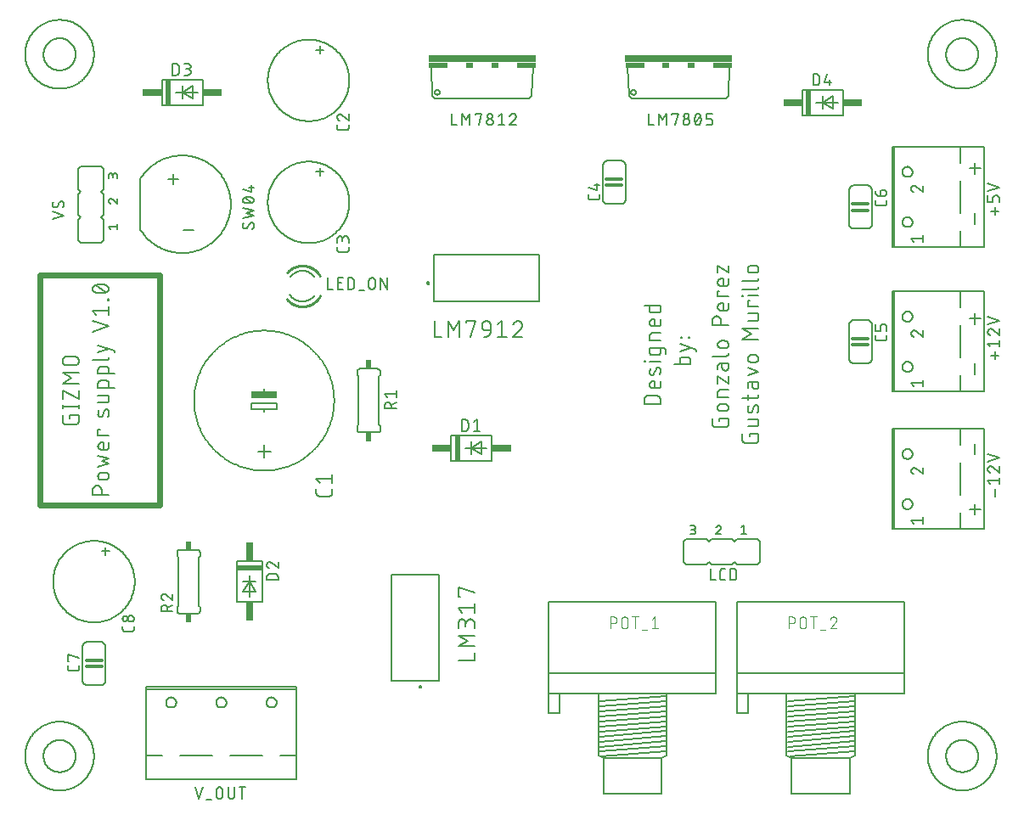
<source format=gbr>
G04 EAGLE Gerber RS-274X export*
G75*
%MOMM*%
%FSLAX34Y34*%
%LPD*%
%INSilkscreen Top*%
%IPPOS*%
%AMOC8*
5,1,8,0,0,1.08239X$1,22.5*%
G01*
%ADD10C,0.152400*%
%ADD11C,0.609600*%
%ADD12C,0.127000*%
%ADD13R,2.540000X0.635000*%
%ADD14C,0.177800*%
%ADD15C,0.304800*%
%ADD16R,0.508000X2.540000*%
%ADD17R,1.905000X0.762000*%
%ADD18R,2.540000X0.508000*%
%ADD19R,0.762000X1.905000*%
%ADD20C,0.254000*%
%ADD21C,0.200000*%
%ADD22R,10.668000X0.762000*%
%ADD23R,1.905000X0.508000*%
%ADD24R,0.762000X0.508000*%
%ADD25C,0.203200*%
%ADD26C,0.101600*%
%ADD27R,0.609600X0.863600*%


D10*
X60207Y387084D02*
X60207Y389793D01*
X69238Y389793D01*
X69238Y384374D01*
X69236Y384256D01*
X69230Y384138D01*
X69221Y384020D01*
X69207Y383903D01*
X69190Y383786D01*
X69169Y383669D01*
X69144Y383554D01*
X69115Y383439D01*
X69082Y383325D01*
X69046Y383213D01*
X69006Y383102D01*
X68963Y382992D01*
X68916Y382883D01*
X68866Y382776D01*
X68811Y382671D01*
X68754Y382568D01*
X68693Y382467D01*
X68629Y382367D01*
X68562Y382270D01*
X68492Y382175D01*
X68418Y382083D01*
X68342Y381992D01*
X68262Y381905D01*
X68180Y381820D01*
X68095Y381738D01*
X68008Y381658D01*
X67917Y381582D01*
X67825Y381508D01*
X67730Y381438D01*
X67633Y381371D01*
X67533Y381307D01*
X67432Y381246D01*
X67329Y381189D01*
X67224Y381134D01*
X67117Y381084D01*
X67008Y381037D01*
X66898Y380994D01*
X66787Y380954D01*
X66675Y380918D01*
X66561Y380885D01*
X66446Y380856D01*
X66331Y380831D01*
X66214Y380810D01*
X66097Y380793D01*
X65980Y380779D01*
X65862Y380770D01*
X65744Y380764D01*
X65626Y380762D01*
X56594Y380762D01*
X56476Y380764D01*
X56358Y380770D01*
X56240Y380779D01*
X56122Y380793D01*
X56005Y380810D01*
X55889Y380831D01*
X55774Y380856D01*
X55659Y380885D01*
X55545Y380918D01*
X55433Y380954D01*
X55321Y380994D01*
X55211Y381037D01*
X55103Y381084D01*
X54996Y381135D01*
X54891Y381189D01*
X54788Y381246D01*
X54686Y381307D01*
X54587Y381371D01*
X54490Y381438D01*
X54395Y381509D01*
X54302Y381582D01*
X54212Y381659D01*
X54124Y381738D01*
X54039Y381820D01*
X53957Y381905D01*
X53878Y381993D01*
X53801Y382083D01*
X53728Y382176D01*
X53657Y382270D01*
X53590Y382368D01*
X53526Y382467D01*
X53465Y382568D01*
X53408Y382672D01*
X53354Y382777D01*
X53303Y382884D01*
X53256Y382992D01*
X53213Y383102D01*
X53173Y383214D01*
X53137Y383326D01*
X53104Y383440D01*
X53075Y383555D01*
X53050Y383670D01*
X53029Y383786D01*
X53012Y383903D01*
X52998Y384021D01*
X52989Y384139D01*
X52983Y384257D01*
X52981Y384375D01*
X52982Y384374D02*
X52982Y389793D01*
X52982Y398304D02*
X69238Y398304D01*
X69238Y400110D02*
X69238Y396497D01*
X52982Y396497D02*
X52982Y400110D01*
X52982Y405772D02*
X52982Y414803D01*
X69238Y405772D01*
X69238Y414803D01*
X69238Y421542D02*
X52982Y421542D01*
X62013Y426961D01*
X52982Y432379D01*
X69238Y432379D01*
X64722Y439640D02*
X57498Y439640D01*
X57498Y439639D02*
X57365Y439641D01*
X57233Y439647D01*
X57101Y439657D01*
X56969Y439670D01*
X56837Y439688D01*
X56707Y439709D01*
X56576Y439734D01*
X56447Y439763D01*
X56319Y439796D01*
X56191Y439832D01*
X56065Y439872D01*
X55940Y439916D01*
X55816Y439964D01*
X55694Y440015D01*
X55573Y440070D01*
X55454Y440128D01*
X55336Y440190D01*
X55221Y440255D01*
X55107Y440324D01*
X54996Y440395D01*
X54887Y440471D01*
X54780Y440549D01*
X54675Y440630D01*
X54573Y440715D01*
X54473Y440802D01*
X54376Y440892D01*
X54281Y440985D01*
X54190Y441081D01*
X54101Y441179D01*
X54015Y441280D01*
X53932Y441384D01*
X53852Y441490D01*
X53776Y441598D01*
X53702Y441708D01*
X53632Y441821D01*
X53565Y441935D01*
X53502Y442052D01*
X53442Y442170D01*
X53385Y442290D01*
X53332Y442412D01*
X53283Y442535D01*
X53237Y442659D01*
X53195Y442785D01*
X53157Y442912D01*
X53122Y443040D01*
X53091Y443169D01*
X53064Y443298D01*
X53041Y443429D01*
X53021Y443560D01*
X53006Y443692D01*
X52994Y443824D01*
X52986Y443956D01*
X52982Y444089D01*
X52982Y444221D01*
X52986Y444354D01*
X52994Y444486D01*
X53006Y444618D01*
X53021Y444750D01*
X53041Y444881D01*
X53064Y445012D01*
X53091Y445141D01*
X53122Y445270D01*
X53157Y445398D01*
X53195Y445525D01*
X53237Y445651D01*
X53283Y445775D01*
X53332Y445898D01*
X53385Y446020D01*
X53442Y446140D01*
X53502Y446258D01*
X53565Y446375D01*
X53632Y446489D01*
X53702Y446602D01*
X53776Y446712D01*
X53852Y446820D01*
X53932Y446926D01*
X54015Y447030D01*
X54101Y447131D01*
X54190Y447229D01*
X54281Y447325D01*
X54376Y447418D01*
X54473Y447508D01*
X54573Y447595D01*
X54675Y447680D01*
X54780Y447761D01*
X54887Y447839D01*
X54996Y447915D01*
X55107Y447986D01*
X55221Y448055D01*
X55336Y448120D01*
X55454Y448182D01*
X55573Y448240D01*
X55694Y448295D01*
X55816Y448346D01*
X55940Y448394D01*
X56065Y448438D01*
X56191Y448478D01*
X56319Y448514D01*
X56447Y448547D01*
X56576Y448576D01*
X56707Y448601D01*
X56837Y448622D01*
X56969Y448640D01*
X57101Y448653D01*
X57233Y448663D01*
X57365Y448669D01*
X57498Y448671D01*
X64722Y448671D01*
X64855Y448669D01*
X64987Y448663D01*
X65119Y448653D01*
X65251Y448640D01*
X65383Y448622D01*
X65513Y448601D01*
X65644Y448576D01*
X65773Y448547D01*
X65901Y448514D01*
X66029Y448478D01*
X66155Y448438D01*
X66280Y448394D01*
X66404Y448346D01*
X66526Y448295D01*
X66647Y448240D01*
X66766Y448182D01*
X66884Y448120D01*
X66999Y448055D01*
X67113Y447986D01*
X67224Y447915D01*
X67333Y447839D01*
X67440Y447761D01*
X67545Y447680D01*
X67647Y447595D01*
X67747Y447508D01*
X67844Y447418D01*
X67939Y447325D01*
X68030Y447229D01*
X68119Y447131D01*
X68205Y447030D01*
X68288Y446926D01*
X68368Y446820D01*
X68444Y446712D01*
X68518Y446602D01*
X68588Y446489D01*
X68655Y446375D01*
X68718Y446258D01*
X68778Y446140D01*
X68835Y446020D01*
X68888Y445898D01*
X68937Y445775D01*
X68983Y445651D01*
X69025Y445525D01*
X69063Y445398D01*
X69098Y445270D01*
X69129Y445141D01*
X69156Y445012D01*
X69179Y444881D01*
X69199Y444750D01*
X69214Y444618D01*
X69226Y444486D01*
X69234Y444354D01*
X69238Y444221D01*
X69238Y444089D01*
X69234Y443956D01*
X69226Y443824D01*
X69214Y443692D01*
X69199Y443560D01*
X69179Y443429D01*
X69156Y443298D01*
X69129Y443169D01*
X69098Y443040D01*
X69063Y442912D01*
X69025Y442785D01*
X68983Y442659D01*
X68937Y442535D01*
X68888Y442412D01*
X68835Y442290D01*
X68778Y442170D01*
X68718Y442052D01*
X68655Y441935D01*
X68588Y441821D01*
X68518Y441708D01*
X68444Y441598D01*
X68368Y441490D01*
X68288Y441384D01*
X68205Y441280D01*
X68119Y441179D01*
X68030Y441081D01*
X67939Y440985D01*
X67844Y440892D01*
X67747Y440802D01*
X67647Y440715D01*
X67545Y440630D01*
X67440Y440549D01*
X67333Y440471D01*
X67224Y440395D01*
X67113Y440324D01*
X66999Y440255D01*
X66884Y440190D01*
X66766Y440128D01*
X66647Y440070D01*
X66526Y440015D01*
X66404Y439964D01*
X66280Y439916D01*
X66155Y439872D01*
X66029Y439832D01*
X65901Y439796D01*
X65773Y439763D01*
X65644Y439734D01*
X65513Y439709D01*
X65383Y439688D01*
X65251Y439670D01*
X65119Y439657D01*
X64987Y439647D01*
X64855Y439641D01*
X64722Y439639D01*
X82982Y310762D02*
X99238Y310762D01*
X82982Y310762D02*
X82982Y315278D01*
X82984Y315411D01*
X82990Y315543D01*
X83000Y315675D01*
X83013Y315807D01*
X83031Y315939D01*
X83052Y316069D01*
X83077Y316200D01*
X83106Y316329D01*
X83139Y316457D01*
X83175Y316585D01*
X83215Y316711D01*
X83259Y316836D01*
X83307Y316960D01*
X83358Y317082D01*
X83413Y317203D01*
X83471Y317322D01*
X83533Y317440D01*
X83598Y317555D01*
X83667Y317669D01*
X83738Y317780D01*
X83814Y317889D01*
X83892Y317996D01*
X83973Y318101D01*
X84058Y318203D01*
X84145Y318303D01*
X84235Y318400D01*
X84328Y318495D01*
X84424Y318586D01*
X84522Y318675D01*
X84623Y318761D01*
X84727Y318844D01*
X84833Y318924D01*
X84941Y319000D01*
X85051Y319074D01*
X85164Y319144D01*
X85278Y319211D01*
X85395Y319274D01*
X85513Y319334D01*
X85633Y319391D01*
X85755Y319444D01*
X85878Y319493D01*
X86002Y319539D01*
X86128Y319581D01*
X86255Y319619D01*
X86383Y319654D01*
X86512Y319685D01*
X86641Y319712D01*
X86772Y319735D01*
X86903Y319755D01*
X87035Y319770D01*
X87167Y319782D01*
X87299Y319790D01*
X87432Y319794D01*
X87564Y319794D01*
X87697Y319790D01*
X87829Y319782D01*
X87961Y319770D01*
X88093Y319755D01*
X88224Y319735D01*
X88355Y319712D01*
X88484Y319685D01*
X88613Y319654D01*
X88741Y319619D01*
X88868Y319581D01*
X88994Y319539D01*
X89118Y319493D01*
X89241Y319444D01*
X89363Y319391D01*
X89483Y319334D01*
X89601Y319274D01*
X89718Y319211D01*
X89832Y319144D01*
X89945Y319074D01*
X90055Y319000D01*
X90163Y318924D01*
X90269Y318844D01*
X90373Y318761D01*
X90474Y318675D01*
X90572Y318586D01*
X90668Y318495D01*
X90761Y318400D01*
X90851Y318303D01*
X90938Y318203D01*
X91023Y318101D01*
X91104Y317996D01*
X91182Y317889D01*
X91258Y317780D01*
X91329Y317669D01*
X91398Y317555D01*
X91463Y317440D01*
X91525Y317322D01*
X91583Y317203D01*
X91638Y317082D01*
X91689Y316960D01*
X91737Y316836D01*
X91781Y316711D01*
X91821Y316585D01*
X91857Y316457D01*
X91890Y316329D01*
X91919Y316200D01*
X91944Y316069D01*
X91965Y315939D01*
X91983Y315807D01*
X91996Y315675D01*
X92006Y315543D01*
X92012Y315411D01*
X92014Y315278D01*
X92013Y315278D02*
X92013Y310762D01*
X92013Y325522D02*
X95626Y325522D01*
X92013Y325523D02*
X91894Y325525D01*
X91774Y325531D01*
X91655Y325541D01*
X91537Y325555D01*
X91418Y325572D01*
X91301Y325594D01*
X91184Y325619D01*
X91069Y325649D01*
X90954Y325682D01*
X90840Y325719D01*
X90728Y325759D01*
X90617Y325804D01*
X90508Y325852D01*
X90400Y325903D01*
X90294Y325958D01*
X90190Y326017D01*
X90088Y326079D01*
X89988Y326144D01*
X89890Y326213D01*
X89794Y326285D01*
X89701Y326360D01*
X89611Y326437D01*
X89523Y326518D01*
X89438Y326602D01*
X89356Y326689D01*
X89276Y326778D01*
X89200Y326870D01*
X89126Y326964D01*
X89056Y327061D01*
X88989Y327159D01*
X88925Y327260D01*
X88865Y327364D01*
X88808Y327469D01*
X88755Y327576D01*
X88705Y327684D01*
X88659Y327794D01*
X88617Y327906D01*
X88578Y328019D01*
X88543Y328133D01*
X88512Y328248D01*
X88484Y328365D01*
X88461Y328482D01*
X88441Y328599D01*
X88425Y328718D01*
X88413Y328837D01*
X88405Y328956D01*
X88401Y329075D01*
X88401Y329195D01*
X88405Y329314D01*
X88413Y329433D01*
X88425Y329552D01*
X88441Y329671D01*
X88461Y329788D01*
X88484Y329905D01*
X88512Y330022D01*
X88543Y330137D01*
X88578Y330251D01*
X88617Y330364D01*
X88659Y330476D01*
X88705Y330586D01*
X88755Y330694D01*
X88808Y330801D01*
X88865Y330906D01*
X88925Y331010D01*
X88989Y331111D01*
X89056Y331209D01*
X89126Y331306D01*
X89200Y331400D01*
X89276Y331492D01*
X89356Y331581D01*
X89438Y331668D01*
X89523Y331752D01*
X89611Y331833D01*
X89701Y331910D01*
X89794Y331985D01*
X89890Y332057D01*
X89988Y332126D01*
X90088Y332191D01*
X90190Y332253D01*
X90294Y332312D01*
X90400Y332367D01*
X90508Y332418D01*
X90617Y332466D01*
X90728Y332511D01*
X90840Y332551D01*
X90954Y332588D01*
X91069Y332621D01*
X91184Y332651D01*
X91301Y332676D01*
X91418Y332698D01*
X91537Y332715D01*
X91655Y332729D01*
X91774Y332739D01*
X91894Y332745D01*
X92013Y332747D01*
X95626Y332747D01*
X95745Y332745D01*
X95865Y332739D01*
X95984Y332729D01*
X96102Y332715D01*
X96221Y332698D01*
X96338Y332676D01*
X96455Y332651D01*
X96570Y332621D01*
X96685Y332588D01*
X96799Y332551D01*
X96911Y332511D01*
X97022Y332466D01*
X97131Y332418D01*
X97239Y332367D01*
X97345Y332312D01*
X97449Y332253D01*
X97551Y332191D01*
X97651Y332126D01*
X97749Y332057D01*
X97845Y331985D01*
X97938Y331910D01*
X98028Y331833D01*
X98116Y331752D01*
X98201Y331668D01*
X98283Y331581D01*
X98363Y331492D01*
X98439Y331400D01*
X98513Y331306D01*
X98583Y331209D01*
X98650Y331111D01*
X98714Y331010D01*
X98774Y330906D01*
X98831Y330801D01*
X98884Y330694D01*
X98934Y330586D01*
X98980Y330476D01*
X99022Y330364D01*
X99061Y330251D01*
X99096Y330137D01*
X99127Y330022D01*
X99155Y329905D01*
X99178Y329788D01*
X99198Y329671D01*
X99214Y329552D01*
X99226Y329433D01*
X99234Y329314D01*
X99238Y329195D01*
X99238Y329075D01*
X99234Y328956D01*
X99226Y328837D01*
X99214Y328718D01*
X99198Y328599D01*
X99178Y328482D01*
X99155Y328365D01*
X99127Y328248D01*
X99096Y328133D01*
X99061Y328019D01*
X99022Y327906D01*
X98980Y327794D01*
X98934Y327684D01*
X98884Y327576D01*
X98831Y327469D01*
X98774Y327364D01*
X98714Y327260D01*
X98650Y327159D01*
X98583Y327061D01*
X98513Y326964D01*
X98439Y326870D01*
X98363Y326778D01*
X98283Y326689D01*
X98201Y326602D01*
X98116Y326518D01*
X98028Y326437D01*
X97938Y326360D01*
X97845Y326285D01*
X97749Y326213D01*
X97651Y326144D01*
X97551Y326079D01*
X97449Y326017D01*
X97345Y325958D01*
X97239Y325903D01*
X97131Y325852D01*
X97022Y325804D01*
X96911Y325759D01*
X96799Y325719D01*
X96685Y325682D01*
X96570Y325649D01*
X96455Y325619D01*
X96338Y325594D01*
X96221Y325572D01*
X96102Y325555D01*
X95984Y325541D01*
X95865Y325531D01*
X95745Y325525D01*
X95626Y325523D01*
X88401Y338826D02*
X99238Y341536D01*
X92013Y344245D01*
X99238Y346954D01*
X88401Y349664D01*
X99238Y358452D02*
X99238Y362968D01*
X99238Y358452D02*
X99236Y358351D01*
X99230Y358250D01*
X99221Y358149D01*
X99208Y358048D01*
X99191Y357948D01*
X99170Y357849D01*
X99146Y357751D01*
X99118Y357654D01*
X99086Y357557D01*
X99051Y357462D01*
X99012Y357369D01*
X98970Y357277D01*
X98924Y357186D01*
X98875Y357098D01*
X98823Y357011D01*
X98767Y356926D01*
X98709Y356843D01*
X98647Y356763D01*
X98582Y356685D01*
X98515Y356609D01*
X98445Y356536D01*
X98372Y356466D01*
X98296Y356399D01*
X98218Y356334D01*
X98138Y356272D01*
X98055Y356214D01*
X97970Y356158D01*
X97883Y356106D01*
X97795Y356057D01*
X97704Y356011D01*
X97612Y355969D01*
X97519Y355930D01*
X97424Y355895D01*
X97327Y355863D01*
X97230Y355835D01*
X97132Y355811D01*
X97033Y355790D01*
X96933Y355773D01*
X96832Y355760D01*
X96731Y355751D01*
X96630Y355745D01*
X96529Y355743D01*
X92013Y355743D01*
X91894Y355745D01*
X91774Y355751D01*
X91655Y355761D01*
X91537Y355775D01*
X91418Y355792D01*
X91301Y355814D01*
X91184Y355839D01*
X91069Y355869D01*
X90954Y355902D01*
X90840Y355939D01*
X90728Y355979D01*
X90617Y356024D01*
X90508Y356072D01*
X90400Y356123D01*
X90294Y356178D01*
X90190Y356237D01*
X90088Y356299D01*
X89988Y356364D01*
X89890Y356433D01*
X89794Y356505D01*
X89701Y356580D01*
X89611Y356657D01*
X89523Y356738D01*
X89438Y356822D01*
X89356Y356909D01*
X89276Y356998D01*
X89200Y357090D01*
X89126Y357184D01*
X89056Y357281D01*
X88989Y357379D01*
X88925Y357480D01*
X88865Y357584D01*
X88808Y357689D01*
X88755Y357796D01*
X88705Y357904D01*
X88659Y358014D01*
X88617Y358126D01*
X88578Y358239D01*
X88543Y358353D01*
X88512Y358468D01*
X88484Y358585D01*
X88461Y358702D01*
X88441Y358819D01*
X88425Y358938D01*
X88413Y359057D01*
X88405Y359176D01*
X88401Y359295D01*
X88401Y359415D01*
X88405Y359534D01*
X88413Y359653D01*
X88425Y359772D01*
X88441Y359891D01*
X88461Y360008D01*
X88484Y360125D01*
X88512Y360242D01*
X88543Y360357D01*
X88578Y360471D01*
X88617Y360584D01*
X88659Y360696D01*
X88705Y360806D01*
X88755Y360914D01*
X88808Y361021D01*
X88865Y361126D01*
X88925Y361230D01*
X88989Y361331D01*
X89056Y361429D01*
X89126Y361526D01*
X89200Y361620D01*
X89276Y361712D01*
X89356Y361801D01*
X89438Y361888D01*
X89523Y361972D01*
X89611Y362053D01*
X89701Y362130D01*
X89794Y362205D01*
X89890Y362277D01*
X89988Y362346D01*
X90088Y362411D01*
X90190Y362473D01*
X90294Y362532D01*
X90400Y362587D01*
X90508Y362638D01*
X90617Y362686D01*
X90728Y362731D01*
X90840Y362771D01*
X90954Y362808D01*
X91069Y362841D01*
X91184Y362871D01*
X91301Y362896D01*
X91418Y362918D01*
X91537Y362935D01*
X91655Y362949D01*
X91774Y362959D01*
X91894Y362965D01*
X92013Y362967D01*
X92013Y362968D02*
X93819Y362968D01*
X93819Y355743D01*
X99238Y369896D02*
X88401Y369896D01*
X88401Y375314D01*
X90207Y375314D01*
X92916Y389923D02*
X94722Y394438D01*
X92916Y389922D02*
X92879Y389834D01*
X92838Y389748D01*
X92794Y389663D01*
X92746Y389580D01*
X92695Y389500D01*
X92641Y389421D01*
X92583Y389345D01*
X92523Y389271D01*
X92459Y389199D01*
X92393Y389131D01*
X92323Y389065D01*
X92252Y389002D01*
X92177Y388941D01*
X92101Y388884D01*
X92022Y388831D01*
X91941Y388780D01*
X91858Y388733D01*
X91773Y388689D01*
X91686Y388649D01*
X91598Y388612D01*
X91508Y388579D01*
X91417Y388549D01*
X91325Y388524D01*
X91232Y388502D01*
X91138Y388484D01*
X91044Y388469D01*
X90949Y388459D01*
X90853Y388453D01*
X90758Y388450D01*
X90662Y388451D01*
X90567Y388457D01*
X90471Y388466D01*
X90377Y388479D01*
X90283Y388495D01*
X90189Y388516D01*
X90097Y388541D01*
X90006Y388569D01*
X89916Y388601D01*
X89827Y388636D01*
X89740Y388675D01*
X89654Y388718D01*
X89570Y388764D01*
X89489Y388814D01*
X89409Y388866D01*
X89331Y388922D01*
X89256Y388982D01*
X89184Y389044D01*
X89114Y389109D01*
X89046Y389177D01*
X88982Y389247D01*
X88920Y389320D01*
X88862Y389396D01*
X88806Y389474D01*
X88754Y389554D01*
X88705Y389636D01*
X88660Y389720D01*
X88618Y389806D01*
X88579Y389893D01*
X88544Y389982D01*
X88513Y390073D01*
X88486Y390164D01*
X88462Y390257D01*
X88442Y390350D01*
X88426Y390444D01*
X88414Y390539D01*
X88405Y390634D01*
X88401Y390730D01*
X88400Y390825D01*
X88407Y391072D01*
X88419Y391318D01*
X88437Y391564D01*
X88462Y391810D01*
X88492Y392054D01*
X88528Y392298D01*
X88570Y392541D01*
X88617Y392783D01*
X88671Y393024D01*
X88730Y393263D01*
X88795Y393501D01*
X88866Y393738D01*
X88942Y393972D01*
X89024Y394205D01*
X89112Y394435D01*
X89205Y394663D01*
X89303Y394890D01*
X94723Y394439D02*
X94760Y394527D01*
X94801Y394613D01*
X94845Y394698D01*
X94893Y394781D01*
X94944Y394861D01*
X94998Y394940D01*
X95056Y395016D01*
X95116Y395090D01*
X95180Y395162D01*
X95246Y395230D01*
X95316Y395296D01*
X95387Y395359D01*
X95462Y395420D01*
X95538Y395477D01*
X95617Y395530D01*
X95698Y395581D01*
X95781Y395628D01*
X95866Y395672D01*
X95953Y395712D01*
X96041Y395749D01*
X96131Y395782D01*
X96222Y395812D01*
X96314Y395837D01*
X96407Y395859D01*
X96501Y395877D01*
X96595Y395892D01*
X96690Y395902D01*
X96786Y395908D01*
X96881Y395911D01*
X96977Y395910D01*
X97072Y395904D01*
X97168Y395895D01*
X97262Y395882D01*
X97356Y395866D01*
X97450Y395845D01*
X97542Y395820D01*
X97633Y395792D01*
X97723Y395760D01*
X97812Y395725D01*
X97899Y395686D01*
X97985Y395643D01*
X98069Y395597D01*
X98150Y395547D01*
X98230Y395495D01*
X98308Y395439D01*
X98383Y395379D01*
X98455Y395317D01*
X98525Y395252D01*
X98593Y395184D01*
X98657Y395114D01*
X98719Y395041D01*
X98777Y394965D01*
X98833Y394887D01*
X98885Y394807D01*
X98934Y394725D01*
X98979Y394641D01*
X99021Y394555D01*
X99060Y394468D01*
X99095Y394379D01*
X99126Y394288D01*
X99153Y394197D01*
X99177Y394104D01*
X99197Y394011D01*
X99213Y393917D01*
X99225Y393822D01*
X99234Y393727D01*
X99238Y393631D01*
X99239Y393536D01*
X99238Y393535D02*
X99229Y393173D01*
X99211Y392811D01*
X99184Y392450D01*
X99149Y392090D01*
X99106Y391730D01*
X99054Y391371D01*
X98993Y391014D01*
X98924Y390659D01*
X98847Y390305D01*
X98761Y389953D01*
X98667Y389603D01*
X98564Y389255D01*
X98454Y388910D01*
X98335Y388568D01*
X96529Y402636D02*
X88401Y402636D01*
X96529Y402637D02*
X96630Y402639D01*
X96731Y402645D01*
X96832Y402654D01*
X96933Y402667D01*
X97033Y402684D01*
X97132Y402705D01*
X97230Y402729D01*
X97327Y402757D01*
X97424Y402789D01*
X97519Y402824D01*
X97612Y402863D01*
X97704Y402905D01*
X97795Y402951D01*
X97883Y403000D01*
X97970Y403052D01*
X98055Y403108D01*
X98138Y403166D01*
X98218Y403228D01*
X98296Y403293D01*
X98372Y403360D01*
X98445Y403430D01*
X98515Y403503D01*
X98582Y403579D01*
X98647Y403657D01*
X98709Y403737D01*
X98767Y403820D01*
X98823Y403905D01*
X98875Y403992D01*
X98924Y404080D01*
X98970Y404171D01*
X99012Y404263D01*
X99051Y404356D01*
X99086Y404451D01*
X99118Y404548D01*
X99146Y404645D01*
X99170Y404743D01*
X99191Y404842D01*
X99208Y404942D01*
X99221Y405043D01*
X99230Y405144D01*
X99236Y405245D01*
X99238Y405346D01*
X99238Y409861D01*
X88401Y409861D01*
X88401Y417299D02*
X104657Y417299D01*
X88401Y417299D02*
X88401Y421814D01*
X88403Y421918D01*
X88409Y422021D01*
X88419Y422125D01*
X88433Y422228D01*
X88451Y422330D01*
X88472Y422431D01*
X88498Y422532D01*
X88527Y422631D01*
X88560Y422730D01*
X88597Y422827D01*
X88638Y422922D01*
X88682Y423016D01*
X88730Y423108D01*
X88781Y423198D01*
X88836Y423287D01*
X88894Y423373D01*
X88956Y423456D01*
X89020Y423538D01*
X89088Y423616D01*
X89158Y423692D01*
X89231Y423766D01*
X89308Y423836D01*
X89386Y423904D01*
X89468Y423968D01*
X89551Y424030D01*
X89637Y424088D01*
X89726Y424143D01*
X89816Y424194D01*
X89908Y424242D01*
X90002Y424286D01*
X90097Y424327D01*
X90194Y424364D01*
X90293Y424397D01*
X90392Y424426D01*
X90493Y424452D01*
X90594Y424473D01*
X90696Y424491D01*
X90799Y424505D01*
X90903Y424515D01*
X91006Y424521D01*
X91110Y424523D01*
X91110Y424524D02*
X96529Y424524D01*
X96529Y424523D02*
X96630Y424521D01*
X96731Y424515D01*
X96832Y424506D01*
X96933Y424493D01*
X97033Y424476D01*
X97132Y424455D01*
X97230Y424431D01*
X97327Y424403D01*
X97424Y424371D01*
X97519Y424336D01*
X97612Y424297D01*
X97704Y424255D01*
X97795Y424209D01*
X97884Y424160D01*
X97970Y424108D01*
X98055Y424052D01*
X98138Y423994D01*
X98218Y423932D01*
X98296Y423867D01*
X98372Y423800D01*
X98445Y423730D01*
X98515Y423657D01*
X98582Y423581D01*
X98647Y423503D01*
X98709Y423423D01*
X98767Y423340D01*
X98823Y423255D01*
X98875Y423169D01*
X98924Y423080D01*
X98970Y422989D01*
X99012Y422897D01*
X99051Y422804D01*
X99086Y422709D01*
X99118Y422612D01*
X99146Y422515D01*
X99170Y422417D01*
X99191Y422318D01*
X99208Y422218D01*
X99221Y422117D01*
X99230Y422016D01*
X99236Y421915D01*
X99238Y421814D01*
X99238Y417299D01*
X104657Y431367D02*
X88401Y431367D01*
X88401Y435882D01*
X88403Y435986D01*
X88409Y436089D01*
X88419Y436193D01*
X88433Y436296D01*
X88451Y436398D01*
X88472Y436499D01*
X88498Y436600D01*
X88527Y436699D01*
X88560Y436798D01*
X88597Y436895D01*
X88638Y436990D01*
X88682Y437084D01*
X88730Y437176D01*
X88781Y437266D01*
X88836Y437355D01*
X88894Y437441D01*
X88956Y437524D01*
X89020Y437606D01*
X89088Y437684D01*
X89158Y437760D01*
X89231Y437834D01*
X89308Y437904D01*
X89386Y437972D01*
X89468Y438036D01*
X89551Y438098D01*
X89637Y438156D01*
X89726Y438211D01*
X89816Y438262D01*
X89908Y438310D01*
X90002Y438354D01*
X90097Y438395D01*
X90194Y438432D01*
X90293Y438465D01*
X90392Y438494D01*
X90493Y438520D01*
X90594Y438541D01*
X90696Y438559D01*
X90799Y438573D01*
X90903Y438583D01*
X91006Y438589D01*
X91110Y438591D01*
X91110Y438592D02*
X96529Y438592D01*
X96529Y438591D02*
X96630Y438589D01*
X96731Y438583D01*
X96832Y438574D01*
X96933Y438561D01*
X97033Y438544D01*
X97132Y438523D01*
X97230Y438499D01*
X97327Y438471D01*
X97424Y438439D01*
X97519Y438404D01*
X97612Y438365D01*
X97704Y438323D01*
X97795Y438277D01*
X97884Y438228D01*
X97970Y438176D01*
X98055Y438120D01*
X98138Y438062D01*
X98218Y438000D01*
X98296Y437935D01*
X98372Y437868D01*
X98445Y437798D01*
X98515Y437725D01*
X98582Y437649D01*
X98647Y437571D01*
X98709Y437491D01*
X98767Y437408D01*
X98823Y437323D01*
X98875Y437237D01*
X98924Y437148D01*
X98970Y437057D01*
X99012Y436965D01*
X99051Y436872D01*
X99086Y436777D01*
X99118Y436680D01*
X99146Y436583D01*
X99170Y436485D01*
X99191Y436386D01*
X99208Y436286D01*
X99221Y436185D01*
X99230Y436084D01*
X99236Y435983D01*
X99238Y435882D01*
X99238Y431367D01*
X96529Y445077D02*
X82982Y445077D01*
X96529Y445078D02*
X96630Y445080D01*
X96731Y445086D01*
X96832Y445095D01*
X96933Y445108D01*
X97033Y445125D01*
X97132Y445146D01*
X97230Y445170D01*
X97327Y445198D01*
X97424Y445230D01*
X97519Y445265D01*
X97612Y445304D01*
X97704Y445346D01*
X97795Y445392D01*
X97883Y445441D01*
X97970Y445493D01*
X98055Y445549D01*
X98138Y445607D01*
X98218Y445669D01*
X98296Y445734D01*
X98372Y445801D01*
X98445Y445871D01*
X98515Y445944D01*
X98582Y446020D01*
X98647Y446098D01*
X98709Y446178D01*
X98767Y446261D01*
X98823Y446346D01*
X98875Y446433D01*
X98924Y446521D01*
X98970Y446612D01*
X99012Y446704D01*
X99051Y446797D01*
X99086Y446892D01*
X99118Y446989D01*
X99146Y447086D01*
X99170Y447184D01*
X99191Y447283D01*
X99208Y447383D01*
X99221Y447484D01*
X99230Y447585D01*
X99236Y447686D01*
X99238Y447787D01*
X104657Y452656D02*
X104657Y454462D01*
X88401Y459881D01*
X88401Y452656D02*
X99238Y456269D01*
X99238Y478673D02*
X82982Y473255D01*
X82982Y484092D02*
X99238Y478673D01*
X86594Y489789D02*
X82982Y494305D01*
X99238Y494305D01*
X99238Y498820D02*
X99238Y489789D01*
X99238Y504795D02*
X98335Y504795D01*
X98335Y505698D01*
X99238Y505698D01*
X99238Y504795D01*
X91110Y511673D02*
X90790Y511677D01*
X90471Y511688D01*
X90151Y511707D01*
X89833Y511734D01*
X89515Y511768D01*
X89198Y511810D01*
X88882Y511860D01*
X88567Y511917D01*
X88254Y511981D01*
X87942Y512053D01*
X87632Y512132D01*
X87325Y512219D01*
X87019Y512313D01*
X86716Y512414D01*
X86415Y512523D01*
X86117Y512638D01*
X85821Y512761D01*
X85529Y512891D01*
X85240Y513028D01*
X85239Y513028D02*
X85131Y513067D01*
X85024Y513110D01*
X84919Y513156D01*
X84816Y513206D01*
X84714Y513260D01*
X84614Y513317D01*
X84516Y513378D01*
X84420Y513442D01*
X84327Y513509D01*
X84236Y513579D01*
X84147Y513653D01*
X84061Y513729D01*
X83978Y513809D01*
X83897Y513891D01*
X83819Y513976D01*
X83745Y514063D01*
X83673Y514154D01*
X83604Y514246D01*
X83539Y514341D01*
X83477Y514438D01*
X83418Y514537D01*
X83363Y514638D01*
X83312Y514741D01*
X83264Y514846D01*
X83219Y514952D01*
X83178Y515059D01*
X83141Y515168D01*
X83108Y515279D01*
X83079Y515390D01*
X83053Y515502D01*
X83031Y515615D01*
X83014Y515729D01*
X83000Y515843D01*
X82990Y515958D01*
X82984Y516073D01*
X82982Y516188D01*
X82984Y516303D01*
X82990Y516418D01*
X83000Y516533D01*
X83014Y516647D01*
X83031Y516761D01*
X83053Y516874D01*
X83079Y516986D01*
X83108Y517098D01*
X83141Y517208D01*
X83178Y517317D01*
X83219Y517425D01*
X83264Y517531D01*
X83312Y517636D01*
X83363Y517738D01*
X83419Y517840D01*
X83477Y517939D01*
X83539Y518036D01*
X83605Y518131D01*
X83673Y518223D01*
X83745Y518313D01*
X83819Y518401D01*
X83897Y518486D01*
X83978Y518568D01*
X84061Y518647D01*
X84147Y518724D01*
X84236Y518797D01*
X84327Y518868D01*
X84421Y518935D01*
X84516Y518999D01*
X84614Y519060D01*
X84714Y519117D01*
X84816Y519170D01*
X84920Y519221D01*
X85025Y519267D01*
X85132Y519310D01*
X85240Y519349D01*
X85240Y519348D02*
X85529Y519485D01*
X85821Y519615D01*
X86117Y519738D01*
X86415Y519853D01*
X86716Y519962D01*
X87019Y520063D01*
X87325Y520157D01*
X87632Y520244D01*
X87942Y520323D01*
X88254Y520395D01*
X88567Y520459D01*
X88882Y520516D01*
X89198Y520566D01*
X89515Y520608D01*
X89833Y520642D01*
X90151Y520669D01*
X90471Y520688D01*
X90790Y520699D01*
X91110Y520703D01*
X91110Y511673D02*
X91430Y511677D01*
X91749Y511688D01*
X92069Y511707D01*
X92387Y511734D01*
X92705Y511768D01*
X93022Y511810D01*
X93338Y511860D01*
X93653Y511917D01*
X93966Y511981D01*
X94278Y512053D01*
X94588Y512132D01*
X94895Y512219D01*
X95201Y512313D01*
X95504Y512414D01*
X95805Y512523D01*
X96103Y512638D01*
X96399Y512761D01*
X96691Y512891D01*
X96980Y513028D01*
X96981Y513027D02*
X97089Y513066D01*
X97196Y513109D01*
X97301Y513155D01*
X97405Y513206D01*
X97507Y513259D01*
X97607Y513316D01*
X97705Y513377D01*
X97800Y513441D01*
X97894Y513508D01*
X97985Y513579D01*
X98074Y513652D01*
X98160Y513729D01*
X98243Y513808D01*
X98324Y513890D01*
X98402Y513975D01*
X98476Y514063D01*
X98548Y514153D01*
X98617Y514246D01*
X98682Y514340D01*
X98744Y514437D01*
X98802Y514537D01*
X98858Y514638D01*
X98909Y514740D01*
X98957Y514845D01*
X99002Y514951D01*
X99043Y515059D01*
X99080Y515168D01*
X99113Y515278D01*
X99142Y515390D01*
X99168Y515502D01*
X99190Y515615D01*
X99207Y515729D01*
X99221Y515843D01*
X99231Y515958D01*
X99237Y516073D01*
X99239Y516188D01*
X96980Y519348D02*
X96691Y519485D01*
X96399Y519615D01*
X96103Y519738D01*
X95805Y519853D01*
X95504Y519962D01*
X95201Y520063D01*
X94895Y520157D01*
X94588Y520244D01*
X94278Y520323D01*
X93966Y520395D01*
X93653Y520459D01*
X93338Y520516D01*
X93022Y520566D01*
X92705Y520608D01*
X92387Y520642D01*
X92069Y520669D01*
X91749Y520688D01*
X91430Y520699D01*
X91110Y520703D01*
X96980Y519349D02*
X97088Y519310D01*
X97195Y519267D01*
X97300Y519221D01*
X97404Y519170D01*
X97506Y519117D01*
X97606Y519060D01*
X97704Y518999D01*
X97799Y518935D01*
X97893Y518868D01*
X97984Y518797D01*
X98073Y518724D01*
X98159Y518647D01*
X98242Y518568D01*
X98323Y518486D01*
X98401Y518401D01*
X98475Y518313D01*
X98547Y518223D01*
X98616Y518130D01*
X98681Y518036D01*
X98743Y517939D01*
X98801Y517839D01*
X98857Y517738D01*
X98908Y517635D01*
X98956Y517531D01*
X99001Y517425D01*
X99042Y517317D01*
X99079Y517208D01*
X99112Y517098D01*
X99141Y516986D01*
X99167Y516874D01*
X99189Y516761D01*
X99206Y516647D01*
X99220Y516533D01*
X99230Y516418D01*
X99236Y516303D01*
X99238Y516188D01*
X95626Y512576D02*
X86594Y519801D01*
X707987Y386955D02*
X707987Y384246D01*
X707987Y386955D02*
X717018Y386955D01*
X717018Y381537D01*
X717016Y381419D01*
X717010Y381301D01*
X717001Y381183D01*
X716987Y381066D01*
X716970Y380949D01*
X716949Y380832D01*
X716924Y380717D01*
X716895Y380602D01*
X716862Y380488D01*
X716826Y380376D01*
X716786Y380265D01*
X716743Y380155D01*
X716696Y380046D01*
X716646Y379939D01*
X716591Y379834D01*
X716534Y379731D01*
X716473Y379630D01*
X716409Y379530D01*
X716342Y379433D01*
X716272Y379338D01*
X716198Y379246D01*
X716122Y379155D01*
X716042Y379068D01*
X715960Y378983D01*
X715875Y378901D01*
X715788Y378821D01*
X715697Y378745D01*
X715605Y378671D01*
X715510Y378601D01*
X715413Y378534D01*
X715313Y378470D01*
X715212Y378409D01*
X715109Y378352D01*
X715004Y378297D01*
X714897Y378247D01*
X714788Y378200D01*
X714678Y378157D01*
X714567Y378117D01*
X714455Y378081D01*
X714341Y378048D01*
X714226Y378019D01*
X714111Y377994D01*
X713994Y377973D01*
X713877Y377956D01*
X713760Y377942D01*
X713642Y377933D01*
X713524Y377927D01*
X713406Y377925D01*
X713406Y377924D02*
X704374Y377924D01*
X704256Y377926D01*
X704138Y377932D01*
X704020Y377941D01*
X703902Y377955D01*
X703785Y377972D01*
X703669Y377993D01*
X703554Y378018D01*
X703439Y378047D01*
X703325Y378080D01*
X703213Y378116D01*
X703101Y378156D01*
X702991Y378199D01*
X702883Y378246D01*
X702776Y378297D01*
X702671Y378351D01*
X702568Y378408D01*
X702466Y378469D01*
X702367Y378533D01*
X702270Y378600D01*
X702175Y378671D01*
X702082Y378744D01*
X701992Y378821D01*
X701904Y378900D01*
X701819Y378982D01*
X701737Y379067D01*
X701658Y379155D01*
X701581Y379245D01*
X701508Y379338D01*
X701437Y379432D01*
X701370Y379530D01*
X701306Y379629D01*
X701245Y379730D01*
X701188Y379834D01*
X701134Y379939D01*
X701083Y380046D01*
X701036Y380154D01*
X700993Y380264D01*
X700953Y380376D01*
X700917Y380488D01*
X700884Y380602D01*
X700855Y380717D01*
X700830Y380832D01*
X700809Y380948D01*
X700792Y381065D01*
X700778Y381183D01*
X700769Y381301D01*
X700763Y381419D01*
X700761Y381537D01*
X700762Y381537D02*
X700762Y386955D01*
X709793Y393937D02*
X713406Y393937D01*
X709793Y393938D02*
X709674Y393940D01*
X709554Y393946D01*
X709435Y393956D01*
X709317Y393970D01*
X709198Y393987D01*
X709081Y394009D01*
X708964Y394034D01*
X708849Y394064D01*
X708734Y394097D01*
X708620Y394134D01*
X708508Y394174D01*
X708397Y394219D01*
X708288Y394267D01*
X708180Y394318D01*
X708074Y394373D01*
X707970Y394432D01*
X707868Y394494D01*
X707768Y394559D01*
X707670Y394628D01*
X707574Y394700D01*
X707481Y394775D01*
X707391Y394852D01*
X707303Y394933D01*
X707218Y395017D01*
X707136Y395104D01*
X707056Y395193D01*
X706980Y395285D01*
X706906Y395379D01*
X706836Y395476D01*
X706769Y395574D01*
X706705Y395675D01*
X706645Y395779D01*
X706588Y395884D01*
X706535Y395991D01*
X706485Y396099D01*
X706439Y396209D01*
X706397Y396321D01*
X706358Y396434D01*
X706323Y396548D01*
X706292Y396663D01*
X706264Y396780D01*
X706241Y396897D01*
X706221Y397014D01*
X706205Y397133D01*
X706193Y397252D01*
X706185Y397371D01*
X706181Y397490D01*
X706181Y397610D01*
X706185Y397729D01*
X706193Y397848D01*
X706205Y397967D01*
X706221Y398086D01*
X706241Y398203D01*
X706264Y398320D01*
X706292Y398437D01*
X706323Y398552D01*
X706358Y398666D01*
X706397Y398779D01*
X706439Y398891D01*
X706485Y399001D01*
X706535Y399109D01*
X706588Y399216D01*
X706645Y399321D01*
X706705Y399425D01*
X706769Y399526D01*
X706836Y399624D01*
X706906Y399721D01*
X706980Y399815D01*
X707056Y399907D01*
X707136Y399996D01*
X707218Y400083D01*
X707303Y400167D01*
X707391Y400248D01*
X707481Y400325D01*
X707574Y400400D01*
X707670Y400472D01*
X707768Y400541D01*
X707868Y400606D01*
X707970Y400668D01*
X708074Y400727D01*
X708180Y400782D01*
X708288Y400833D01*
X708397Y400881D01*
X708508Y400926D01*
X708620Y400966D01*
X708734Y401003D01*
X708849Y401036D01*
X708964Y401066D01*
X709081Y401091D01*
X709198Y401113D01*
X709317Y401130D01*
X709435Y401144D01*
X709554Y401154D01*
X709674Y401160D01*
X709793Y401162D01*
X713406Y401162D01*
X713525Y401160D01*
X713645Y401154D01*
X713764Y401144D01*
X713882Y401130D01*
X714001Y401113D01*
X714118Y401091D01*
X714235Y401066D01*
X714350Y401036D01*
X714465Y401003D01*
X714579Y400966D01*
X714691Y400926D01*
X714802Y400881D01*
X714911Y400833D01*
X715019Y400782D01*
X715125Y400727D01*
X715229Y400668D01*
X715331Y400606D01*
X715431Y400541D01*
X715529Y400472D01*
X715625Y400400D01*
X715718Y400325D01*
X715808Y400248D01*
X715896Y400167D01*
X715981Y400083D01*
X716063Y399996D01*
X716143Y399907D01*
X716219Y399815D01*
X716293Y399721D01*
X716363Y399624D01*
X716430Y399526D01*
X716494Y399425D01*
X716554Y399321D01*
X716611Y399216D01*
X716664Y399109D01*
X716714Y399001D01*
X716760Y398891D01*
X716802Y398779D01*
X716841Y398666D01*
X716876Y398552D01*
X716907Y398437D01*
X716935Y398320D01*
X716958Y398203D01*
X716978Y398086D01*
X716994Y397967D01*
X717006Y397848D01*
X717014Y397729D01*
X717018Y397610D01*
X717018Y397490D01*
X717014Y397371D01*
X717006Y397252D01*
X716994Y397133D01*
X716978Y397014D01*
X716958Y396897D01*
X716935Y396780D01*
X716907Y396663D01*
X716876Y396548D01*
X716841Y396434D01*
X716802Y396321D01*
X716760Y396209D01*
X716714Y396099D01*
X716664Y395991D01*
X716611Y395884D01*
X716554Y395779D01*
X716494Y395675D01*
X716430Y395574D01*
X716363Y395476D01*
X716293Y395379D01*
X716219Y395285D01*
X716143Y395193D01*
X716063Y395104D01*
X715981Y395017D01*
X715896Y394933D01*
X715808Y394852D01*
X715718Y394775D01*
X715625Y394700D01*
X715529Y394628D01*
X715431Y394559D01*
X715331Y394494D01*
X715229Y394432D01*
X715125Y394373D01*
X715019Y394318D01*
X714911Y394267D01*
X714802Y394219D01*
X714691Y394174D01*
X714579Y394134D01*
X714465Y394097D01*
X714350Y394064D01*
X714235Y394034D01*
X714118Y394009D01*
X714001Y393987D01*
X713882Y393970D01*
X713764Y393956D01*
X713645Y393946D01*
X713525Y393940D01*
X713406Y393938D01*
X717018Y408006D02*
X706181Y408006D01*
X706181Y412521D01*
X706183Y412625D01*
X706189Y412728D01*
X706199Y412832D01*
X706213Y412935D01*
X706231Y413037D01*
X706252Y413138D01*
X706278Y413239D01*
X706307Y413338D01*
X706340Y413437D01*
X706377Y413534D01*
X706418Y413629D01*
X706462Y413723D01*
X706510Y413815D01*
X706561Y413905D01*
X706616Y413994D01*
X706674Y414080D01*
X706736Y414163D01*
X706800Y414245D01*
X706868Y414323D01*
X706938Y414399D01*
X707011Y414473D01*
X707088Y414543D01*
X707166Y414611D01*
X707248Y414675D01*
X707331Y414737D01*
X707417Y414795D01*
X707506Y414850D01*
X707596Y414901D01*
X707688Y414949D01*
X707782Y414993D01*
X707877Y415034D01*
X707974Y415071D01*
X708073Y415104D01*
X708172Y415133D01*
X708273Y415159D01*
X708374Y415180D01*
X708476Y415198D01*
X708579Y415212D01*
X708683Y415222D01*
X708786Y415228D01*
X708890Y415230D01*
X717018Y415230D01*
X706181Y421553D02*
X706181Y428777D01*
X717018Y421553D01*
X717018Y428777D01*
X710696Y437666D02*
X710696Y441730D01*
X710696Y437666D02*
X710698Y437554D01*
X710704Y437443D01*
X710714Y437332D01*
X710727Y437221D01*
X710745Y437111D01*
X710767Y437002D01*
X710792Y436893D01*
X710821Y436785D01*
X710854Y436679D01*
X710891Y436573D01*
X710931Y436469D01*
X710975Y436367D01*
X711023Y436266D01*
X711074Y436167D01*
X711129Y436069D01*
X711187Y435974D01*
X711248Y435881D01*
X711313Y435790D01*
X711381Y435701D01*
X711452Y435615D01*
X711525Y435532D01*
X711602Y435451D01*
X711682Y435372D01*
X711764Y435297D01*
X711849Y435225D01*
X711936Y435155D01*
X712026Y435089D01*
X712118Y435026D01*
X712213Y434966D01*
X712309Y434910D01*
X712407Y434857D01*
X712507Y434808D01*
X712609Y434762D01*
X712712Y434720D01*
X712817Y434681D01*
X712923Y434646D01*
X713030Y434615D01*
X713138Y434588D01*
X713247Y434564D01*
X713357Y434545D01*
X713467Y434529D01*
X713578Y434517D01*
X713690Y434509D01*
X713801Y434505D01*
X713913Y434505D01*
X714024Y434509D01*
X714136Y434517D01*
X714247Y434529D01*
X714357Y434545D01*
X714467Y434564D01*
X714576Y434588D01*
X714684Y434615D01*
X714791Y434646D01*
X714897Y434681D01*
X715002Y434720D01*
X715105Y434762D01*
X715207Y434808D01*
X715307Y434857D01*
X715405Y434910D01*
X715501Y434966D01*
X715596Y435026D01*
X715688Y435089D01*
X715778Y435155D01*
X715865Y435225D01*
X715950Y435297D01*
X716032Y435372D01*
X716112Y435451D01*
X716189Y435532D01*
X716262Y435615D01*
X716333Y435701D01*
X716401Y435790D01*
X716466Y435881D01*
X716527Y435974D01*
X716585Y436069D01*
X716640Y436167D01*
X716691Y436266D01*
X716739Y436367D01*
X716783Y436469D01*
X716823Y436573D01*
X716860Y436679D01*
X716893Y436785D01*
X716922Y436893D01*
X716947Y437002D01*
X716969Y437111D01*
X716987Y437221D01*
X717000Y437332D01*
X717010Y437443D01*
X717016Y437554D01*
X717018Y437666D01*
X717018Y441730D01*
X708890Y441730D01*
X708789Y441728D01*
X708688Y441722D01*
X708587Y441713D01*
X708486Y441700D01*
X708386Y441683D01*
X708287Y441662D01*
X708189Y441638D01*
X708092Y441610D01*
X707995Y441578D01*
X707900Y441543D01*
X707807Y441504D01*
X707715Y441462D01*
X707624Y441416D01*
X707536Y441367D01*
X707449Y441315D01*
X707364Y441259D01*
X707281Y441201D01*
X707201Y441139D01*
X707123Y441074D01*
X707047Y441007D01*
X706974Y440937D01*
X706904Y440864D01*
X706837Y440788D01*
X706772Y440710D01*
X706710Y440630D01*
X706652Y440547D01*
X706596Y440462D01*
X706544Y440376D01*
X706495Y440287D01*
X706449Y440196D01*
X706407Y440104D01*
X706368Y440011D01*
X706333Y439916D01*
X706301Y439819D01*
X706273Y439722D01*
X706249Y439624D01*
X706228Y439525D01*
X706211Y439425D01*
X706198Y439324D01*
X706189Y439223D01*
X706183Y439122D01*
X706181Y439021D01*
X706181Y435408D01*
X700762Y448884D02*
X714309Y448884D01*
X714410Y448886D01*
X714511Y448892D01*
X714612Y448901D01*
X714713Y448914D01*
X714813Y448931D01*
X714912Y448952D01*
X715010Y448976D01*
X715107Y449004D01*
X715204Y449036D01*
X715299Y449071D01*
X715392Y449110D01*
X715484Y449152D01*
X715575Y449198D01*
X715664Y449247D01*
X715750Y449299D01*
X715835Y449355D01*
X715918Y449413D01*
X715998Y449475D01*
X716076Y449540D01*
X716152Y449607D01*
X716225Y449677D01*
X716295Y449750D01*
X716362Y449826D01*
X716427Y449904D01*
X716489Y449984D01*
X716547Y450067D01*
X716603Y450152D01*
X716655Y450239D01*
X716704Y450327D01*
X716750Y450418D01*
X716792Y450510D01*
X716831Y450603D01*
X716866Y450698D01*
X716898Y450795D01*
X716926Y450892D01*
X716950Y450990D01*
X716971Y451089D01*
X716988Y451189D01*
X717001Y451290D01*
X717010Y451391D01*
X717016Y451492D01*
X717018Y451593D01*
X713406Y456983D02*
X709793Y456983D01*
X709793Y456984D02*
X709674Y456986D01*
X709554Y456992D01*
X709435Y457002D01*
X709317Y457016D01*
X709198Y457033D01*
X709081Y457055D01*
X708964Y457080D01*
X708849Y457110D01*
X708734Y457143D01*
X708620Y457180D01*
X708508Y457220D01*
X708397Y457265D01*
X708288Y457313D01*
X708180Y457364D01*
X708074Y457419D01*
X707970Y457478D01*
X707868Y457540D01*
X707768Y457605D01*
X707670Y457674D01*
X707574Y457746D01*
X707481Y457821D01*
X707391Y457898D01*
X707303Y457979D01*
X707218Y458063D01*
X707136Y458150D01*
X707056Y458239D01*
X706980Y458331D01*
X706906Y458425D01*
X706836Y458522D01*
X706769Y458620D01*
X706705Y458721D01*
X706645Y458825D01*
X706588Y458930D01*
X706535Y459037D01*
X706485Y459145D01*
X706439Y459255D01*
X706397Y459367D01*
X706358Y459480D01*
X706323Y459594D01*
X706292Y459709D01*
X706264Y459826D01*
X706241Y459943D01*
X706221Y460060D01*
X706205Y460179D01*
X706193Y460298D01*
X706185Y460417D01*
X706181Y460536D01*
X706181Y460656D01*
X706185Y460775D01*
X706193Y460894D01*
X706205Y461013D01*
X706221Y461132D01*
X706241Y461249D01*
X706264Y461366D01*
X706292Y461483D01*
X706323Y461598D01*
X706358Y461712D01*
X706397Y461825D01*
X706439Y461937D01*
X706485Y462047D01*
X706535Y462155D01*
X706588Y462262D01*
X706645Y462367D01*
X706705Y462471D01*
X706769Y462572D01*
X706836Y462670D01*
X706906Y462767D01*
X706980Y462861D01*
X707056Y462953D01*
X707136Y463042D01*
X707218Y463129D01*
X707303Y463213D01*
X707391Y463294D01*
X707481Y463371D01*
X707574Y463446D01*
X707670Y463518D01*
X707768Y463587D01*
X707868Y463652D01*
X707970Y463714D01*
X708074Y463773D01*
X708180Y463828D01*
X708288Y463879D01*
X708397Y463927D01*
X708508Y463972D01*
X708620Y464012D01*
X708734Y464049D01*
X708849Y464082D01*
X708964Y464112D01*
X709081Y464137D01*
X709198Y464159D01*
X709317Y464176D01*
X709435Y464190D01*
X709554Y464200D01*
X709674Y464206D01*
X709793Y464208D01*
X713406Y464208D01*
X713525Y464206D01*
X713645Y464200D01*
X713764Y464190D01*
X713882Y464176D01*
X714001Y464159D01*
X714118Y464137D01*
X714235Y464112D01*
X714350Y464082D01*
X714465Y464049D01*
X714579Y464012D01*
X714691Y463972D01*
X714802Y463927D01*
X714911Y463879D01*
X715019Y463828D01*
X715125Y463773D01*
X715229Y463714D01*
X715331Y463652D01*
X715431Y463587D01*
X715529Y463518D01*
X715625Y463446D01*
X715718Y463371D01*
X715808Y463294D01*
X715896Y463213D01*
X715981Y463129D01*
X716063Y463042D01*
X716143Y462953D01*
X716219Y462861D01*
X716293Y462767D01*
X716363Y462670D01*
X716430Y462572D01*
X716494Y462471D01*
X716554Y462367D01*
X716611Y462262D01*
X716664Y462155D01*
X716714Y462047D01*
X716760Y461937D01*
X716802Y461825D01*
X716841Y461712D01*
X716876Y461598D01*
X716907Y461483D01*
X716935Y461366D01*
X716958Y461249D01*
X716978Y461132D01*
X716994Y461013D01*
X717006Y460894D01*
X717014Y460775D01*
X717018Y460656D01*
X717018Y460536D01*
X717014Y460417D01*
X717006Y460298D01*
X716994Y460179D01*
X716978Y460060D01*
X716958Y459943D01*
X716935Y459826D01*
X716907Y459709D01*
X716876Y459594D01*
X716841Y459480D01*
X716802Y459367D01*
X716760Y459255D01*
X716714Y459145D01*
X716664Y459037D01*
X716611Y458930D01*
X716554Y458825D01*
X716494Y458721D01*
X716430Y458620D01*
X716363Y458522D01*
X716293Y458425D01*
X716219Y458331D01*
X716143Y458239D01*
X716063Y458150D01*
X715981Y458063D01*
X715896Y457979D01*
X715808Y457898D01*
X715718Y457821D01*
X715625Y457746D01*
X715529Y457674D01*
X715431Y457605D01*
X715331Y457540D01*
X715229Y457478D01*
X715125Y457419D01*
X715019Y457364D01*
X714911Y457313D01*
X714802Y457265D01*
X714691Y457220D01*
X714579Y457180D01*
X714465Y457143D01*
X714350Y457110D01*
X714235Y457080D01*
X714118Y457055D01*
X714001Y457033D01*
X713882Y457016D01*
X713764Y457002D01*
X713645Y456992D01*
X713525Y456986D01*
X713406Y456984D01*
X717018Y479738D02*
X700762Y479738D01*
X700762Y484254D01*
X700764Y484387D01*
X700770Y484519D01*
X700780Y484651D01*
X700793Y484783D01*
X700811Y484915D01*
X700832Y485045D01*
X700857Y485176D01*
X700886Y485305D01*
X700919Y485433D01*
X700955Y485561D01*
X700995Y485687D01*
X701039Y485812D01*
X701087Y485936D01*
X701138Y486058D01*
X701193Y486179D01*
X701251Y486298D01*
X701313Y486416D01*
X701378Y486531D01*
X701447Y486645D01*
X701518Y486756D01*
X701594Y486865D01*
X701672Y486972D01*
X701753Y487077D01*
X701838Y487179D01*
X701925Y487279D01*
X702015Y487376D01*
X702108Y487471D01*
X702204Y487562D01*
X702302Y487651D01*
X702403Y487737D01*
X702507Y487820D01*
X702613Y487900D01*
X702721Y487976D01*
X702831Y488050D01*
X702944Y488120D01*
X703058Y488187D01*
X703175Y488250D01*
X703293Y488310D01*
X703413Y488367D01*
X703535Y488420D01*
X703658Y488469D01*
X703782Y488515D01*
X703908Y488557D01*
X704035Y488595D01*
X704163Y488630D01*
X704292Y488661D01*
X704421Y488688D01*
X704552Y488711D01*
X704683Y488731D01*
X704815Y488746D01*
X704947Y488758D01*
X705079Y488766D01*
X705212Y488770D01*
X705344Y488770D01*
X705477Y488766D01*
X705609Y488758D01*
X705741Y488746D01*
X705873Y488731D01*
X706004Y488711D01*
X706135Y488688D01*
X706264Y488661D01*
X706393Y488630D01*
X706521Y488595D01*
X706648Y488557D01*
X706774Y488515D01*
X706898Y488469D01*
X707021Y488420D01*
X707143Y488367D01*
X707263Y488310D01*
X707381Y488250D01*
X707498Y488187D01*
X707612Y488120D01*
X707725Y488050D01*
X707835Y487976D01*
X707943Y487900D01*
X708049Y487820D01*
X708153Y487737D01*
X708254Y487651D01*
X708352Y487562D01*
X708448Y487471D01*
X708541Y487376D01*
X708631Y487279D01*
X708718Y487179D01*
X708803Y487077D01*
X708884Y486972D01*
X708962Y486865D01*
X709038Y486756D01*
X709109Y486645D01*
X709178Y486531D01*
X709243Y486416D01*
X709305Y486298D01*
X709363Y486179D01*
X709418Y486058D01*
X709469Y485936D01*
X709517Y485812D01*
X709561Y485687D01*
X709601Y485561D01*
X709637Y485433D01*
X709670Y485305D01*
X709699Y485176D01*
X709724Y485045D01*
X709745Y484915D01*
X709763Y484783D01*
X709776Y484651D01*
X709786Y484519D01*
X709792Y484387D01*
X709794Y484254D01*
X709793Y484254D02*
X709793Y479738D01*
X717018Y497208D02*
X717018Y501723D01*
X717018Y497208D02*
X717016Y497107D01*
X717010Y497006D01*
X717001Y496905D01*
X716988Y496804D01*
X716971Y496704D01*
X716950Y496605D01*
X716926Y496507D01*
X716898Y496410D01*
X716866Y496313D01*
X716831Y496218D01*
X716792Y496125D01*
X716750Y496033D01*
X716704Y495942D01*
X716655Y495854D01*
X716603Y495767D01*
X716547Y495682D01*
X716489Y495599D01*
X716427Y495519D01*
X716362Y495441D01*
X716295Y495365D01*
X716225Y495292D01*
X716152Y495222D01*
X716076Y495155D01*
X715998Y495090D01*
X715918Y495028D01*
X715835Y494970D01*
X715750Y494914D01*
X715664Y494862D01*
X715575Y494813D01*
X715484Y494767D01*
X715392Y494725D01*
X715299Y494686D01*
X715204Y494651D01*
X715107Y494619D01*
X715010Y494591D01*
X714912Y494567D01*
X714813Y494546D01*
X714713Y494529D01*
X714612Y494516D01*
X714511Y494507D01*
X714410Y494501D01*
X714309Y494499D01*
X714309Y494498D02*
X709793Y494498D01*
X709793Y494499D02*
X709674Y494501D01*
X709554Y494507D01*
X709435Y494517D01*
X709317Y494531D01*
X709198Y494548D01*
X709081Y494570D01*
X708964Y494595D01*
X708849Y494625D01*
X708734Y494658D01*
X708620Y494695D01*
X708508Y494735D01*
X708397Y494780D01*
X708288Y494828D01*
X708180Y494879D01*
X708074Y494934D01*
X707970Y494993D01*
X707868Y495055D01*
X707768Y495120D01*
X707670Y495189D01*
X707574Y495261D01*
X707481Y495336D01*
X707391Y495413D01*
X707303Y495494D01*
X707218Y495578D01*
X707136Y495665D01*
X707056Y495754D01*
X706980Y495846D01*
X706906Y495940D01*
X706836Y496037D01*
X706769Y496135D01*
X706705Y496236D01*
X706645Y496340D01*
X706588Y496445D01*
X706535Y496552D01*
X706485Y496660D01*
X706439Y496770D01*
X706397Y496882D01*
X706358Y496995D01*
X706323Y497109D01*
X706292Y497224D01*
X706264Y497341D01*
X706241Y497458D01*
X706221Y497575D01*
X706205Y497694D01*
X706193Y497813D01*
X706185Y497932D01*
X706181Y498051D01*
X706181Y498171D01*
X706185Y498290D01*
X706193Y498409D01*
X706205Y498528D01*
X706221Y498647D01*
X706241Y498764D01*
X706264Y498881D01*
X706292Y498998D01*
X706323Y499113D01*
X706358Y499227D01*
X706397Y499340D01*
X706439Y499452D01*
X706485Y499562D01*
X706535Y499670D01*
X706588Y499777D01*
X706645Y499882D01*
X706705Y499986D01*
X706769Y500087D01*
X706836Y500185D01*
X706906Y500282D01*
X706980Y500376D01*
X707056Y500468D01*
X707136Y500557D01*
X707218Y500644D01*
X707303Y500728D01*
X707391Y500809D01*
X707481Y500886D01*
X707574Y500961D01*
X707670Y501033D01*
X707768Y501102D01*
X707868Y501167D01*
X707970Y501229D01*
X708074Y501288D01*
X708180Y501343D01*
X708288Y501394D01*
X708397Y501442D01*
X708508Y501487D01*
X708620Y501527D01*
X708734Y501564D01*
X708849Y501597D01*
X708964Y501627D01*
X709081Y501652D01*
X709198Y501674D01*
X709317Y501691D01*
X709435Y501705D01*
X709554Y501715D01*
X709674Y501721D01*
X709793Y501723D01*
X711599Y501723D01*
X711599Y494498D01*
X717018Y508651D02*
X706181Y508651D01*
X706181Y514070D01*
X707987Y514070D01*
X717018Y521696D02*
X717018Y526212D01*
X717018Y521696D02*
X717016Y521595D01*
X717010Y521494D01*
X717001Y521393D01*
X716988Y521292D01*
X716971Y521192D01*
X716950Y521093D01*
X716926Y520995D01*
X716898Y520898D01*
X716866Y520801D01*
X716831Y520706D01*
X716792Y520613D01*
X716750Y520521D01*
X716704Y520430D01*
X716655Y520342D01*
X716603Y520255D01*
X716547Y520170D01*
X716489Y520087D01*
X716427Y520007D01*
X716362Y519929D01*
X716295Y519853D01*
X716225Y519780D01*
X716152Y519710D01*
X716076Y519643D01*
X715998Y519578D01*
X715918Y519516D01*
X715835Y519458D01*
X715750Y519402D01*
X715664Y519350D01*
X715575Y519301D01*
X715484Y519255D01*
X715392Y519213D01*
X715299Y519174D01*
X715204Y519139D01*
X715107Y519107D01*
X715010Y519079D01*
X714912Y519055D01*
X714813Y519034D01*
X714713Y519017D01*
X714612Y519004D01*
X714511Y518995D01*
X714410Y518989D01*
X714309Y518987D01*
X709793Y518987D01*
X709793Y518988D02*
X709674Y518990D01*
X709554Y518996D01*
X709435Y519006D01*
X709317Y519020D01*
X709198Y519037D01*
X709081Y519059D01*
X708964Y519084D01*
X708849Y519114D01*
X708734Y519147D01*
X708620Y519184D01*
X708508Y519224D01*
X708397Y519269D01*
X708288Y519317D01*
X708180Y519368D01*
X708074Y519423D01*
X707970Y519482D01*
X707868Y519544D01*
X707768Y519609D01*
X707670Y519678D01*
X707574Y519750D01*
X707481Y519825D01*
X707391Y519902D01*
X707303Y519983D01*
X707218Y520067D01*
X707136Y520154D01*
X707056Y520243D01*
X706980Y520335D01*
X706906Y520429D01*
X706836Y520526D01*
X706769Y520624D01*
X706705Y520725D01*
X706645Y520829D01*
X706588Y520934D01*
X706535Y521041D01*
X706485Y521149D01*
X706439Y521259D01*
X706397Y521371D01*
X706358Y521484D01*
X706323Y521598D01*
X706292Y521713D01*
X706264Y521830D01*
X706241Y521947D01*
X706221Y522064D01*
X706205Y522183D01*
X706193Y522302D01*
X706185Y522421D01*
X706181Y522540D01*
X706181Y522660D01*
X706185Y522779D01*
X706193Y522898D01*
X706205Y523017D01*
X706221Y523136D01*
X706241Y523253D01*
X706264Y523370D01*
X706292Y523487D01*
X706323Y523602D01*
X706358Y523716D01*
X706397Y523829D01*
X706439Y523941D01*
X706485Y524051D01*
X706535Y524159D01*
X706588Y524266D01*
X706645Y524371D01*
X706705Y524475D01*
X706769Y524576D01*
X706836Y524674D01*
X706906Y524771D01*
X706980Y524865D01*
X707056Y524957D01*
X707136Y525046D01*
X707218Y525133D01*
X707303Y525217D01*
X707391Y525298D01*
X707481Y525375D01*
X707574Y525450D01*
X707670Y525522D01*
X707768Y525591D01*
X707868Y525656D01*
X707970Y525718D01*
X708074Y525777D01*
X708180Y525832D01*
X708288Y525883D01*
X708397Y525931D01*
X708508Y525976D01*
X708620Y526016D01*
X708734Y526053D01*
X708849Y526086D01*
X708964Y526116D01*
X709081Y526141D01*
X709198Y526163D01*
X709317Y526180D01*
X709435Y526194D01*
X709554Y526204D01*
X709674Y526210D01*
X709793Y526212D01*
X711599Y526212D01*
X711599Y518987D01*
X706181Y532013D02*
X706181Y539238D01*
X717018Y532013D01*
X717018Y539238D01*
X737987Y371324D02*
X737987Y368615D01*
X737987Y371324D02*
X747018Y371324D01*
X747018Y365905D01*
X747016Y365787D01*
X747010Y365669D01*
X747001Y365551D01*
X746987Y365434D01*
X746970Y365317D01*
X746949Y365200D01*
X746924Y365085D01*
X746895Y364970D01*
X746862Y364856D01*
X746826Y364744D01*
X746786Y364633D01*
X746743Y364523D01*
X746696Y364414D01*
X746646Y364307D01*
X746591Y364202D01*
X746534Y364099D01*
X746473Y363998D01*
X746409Y363898D01*
X746342Y363801D01*
X746272Y363706D01*
X746198Y363614D01*
X746122Y363523D01*
X746042Y363436D01*
X745960Y363351D01*
X745875Y363269D01*
X745788Y363189D01*
X745697Y363113D01*
X745605Y363039D01*
X745510Y362969D01*
X745413Y362902D01*
X745313Y362838D01*
X745212Y362777D01*
X745109Y362720D01*
X745004Y362665D01*
X744897Y362615D01*
X744788Y362568D01*
X744678Y362525D01*
X744567Y362485D01*
X744455Y362449D01*
X744341Y362416D01*
X744226Y362387D01*
X744111Y362362D01*
X743994Y362341D01*
X743877Y362324D01*
X743760Y362310D01*
X743642Y362301D01*
X743524Y362295D01*
X743406Y362293D01*
X734374Y362293D01*
X734374Y362292D02*
X734256Y362294D01*
X734138Y362300D01*
X734020Y362309D01*
X733902Y362323D01*
X733785Y362340D01*
X733669Y362361D01*
X733554Y362386D01*
X733439Y362415D01*
X733325Y362448D01*
X733213Y362484D01*
X733101Y362524D01*
X732991Y362567D01*
X732883Y362614D01*
X732776Y362665D01*
X732671Y362719D01*
X732568Y362776D01*
X732466Y362837D01*
X732367Y362901D01*
X732270Y362968D01*
X732175Y363039D01*
X732082Y363112D01*
X731992Y363189D01*
X731904Y363268D01*
X731819Y363350D01*
X731737Y363435D01*
X731658Y363523D01*
X731581Y363613D01*
X731508Y363706D01*
X731437Y363800D01*
X731370Y363898D01*
X731306Y363997D01*
X731245Y364098D01*
X731188Y364202D01*
X731134Y364307D01*
X731083Y364414D01*
X731036Y364522D01*
X730993Y364632D01*
X730953Y364744D01*
X730917Y364856D01*
X730884Y364970D01*
X730855Y365085D01*
X730830Y365200D01*
X730809Y365316D01*
X730792Y365433D01*
X730778Y365551D01*
X730769Y365669D01*
X730763Y365787D01*
X730761Y365905D01*
X730762Y365905D02*
X730762Y371324D01*
X736181Y378827D02*
X744309Y378827D01*
X744309Y378828D02*
X744410Y378830D01*
X744511Y378836D01*
X744612Y378845D01*
X744713Y378858D01*
X744813Y378875D01*
X744912Y378896D01*
X745010Y378920D01*
X745107Y378948D01*
X745204Y378980D01*
X745299Y379015D01*
X745392Y379054D01*
X745484Y379096D01*
X745575Y379142D01*
X745664Y379191D01*
X745750Y379243D01*
X745835Y379299D01*
X745918Y379357D01*
X745998Y379419D01*
X746076Y379484D01*
X746152Y379551D01*
X746225Y379621D01*
X746295Y379694D01*
X746362Y379770D01*
X746427Y379848D01*
X746489Y379928D01*
X746547Y380011D01*
X746603Y380096D01*
X746655Y380183D01*
X746704Y380271D01*
X746750Y380362D01*
X746792Y380454D01*
X746831Y380547D01*
X746866Y380642D01*
X746898Y380739D01*
X746926Y380836D01*
X746950Y380934D01*
X746971Y381033D01*
X746988Y381133D01*
X747001Y381234D01*
X747010Y381335D01*
X747016Y381436D01*
X747018Y381537D01*
X747018Y386052D01*
X736181Y386052D01*
X740696Y394250D02*
X742502Y398766D01*
X740696Y394250D02*
X740659Y394162D01*
X740618Y394076D01*
X740574Y393991D01*
X740526Y393908D01*
X740475Y393828D01*
X740421Y393749D01*
X740363Y393673D01*
X740303Y393599D01*
X740239Y393527D01*
X740173Y393459D01*
X740103Y393393D01*
X740032Y393330D01*
X739957Y393269D01*
X739881Y393212D01*
X739802Y393159D01*
X739721Y393108D01*
X739638Y393061D01*
X739553Y393017D01*
X739466Y392977D01*
X739378Y392940D01*
X739288Y392907D01*
X739197Y392877D01*
X739105Y392852D01*
X739012Y392830D01*
X738918Y392812D01*
X738824Y392797D01*
X738729Y392787D01*
X738633Y392781D01*
X738538Y392778D01*
X738442Y392779D01*
X738347Y392785D01*
X738251Y392794D01*
X738157Y392807D01*
X738063Y392823D01*
X737969Y392844D01*
X737877Y392869D01*
X737786Y392897D01*
X737696Y392929D01*
X737607Y392964D01*
X737520Y393003D01*
X737434Y393046D01*
X737350Y393092D01*
X737269Y393142D01*
X737189Y393194D01*
X737111Y393250D01*
X737036Y393310D01*
X736964Y393372D01*
X736894Y393437D01*
X736826Y393505D01*
X736762Y393575D01*
X736700Y393648D01*
X736642Y393724D01*
X736586Y393802D01*
X736534Y393882D01*
X736485Y393964D01*
X736440Y394048D01*
X736398Y394134D01*
X736359Y394221D01*
X736324Y394310D01*
X736293Y394401D01*
X736266Y394492D01*
X736242Y394585D01*
X736222Y394678D01*
X736206Y394772D01*
X736194Y394867D01*
X736185Y394962D01*
X736181Y395058D01*
X736180Y395153D01*
X736187Y395400D01*
X736199Y395646D01*
X736217Y395892D01*
X736242Y396138D01*
X736272Y396382D01*
X736308Y396626D01*
X736350Y396869D01*
X736397Y397111D01*
X736451Y397352D01*
X736510Y397591D01*
X736575Y397829D01*
X736646Y398066D01*
X736722Y398300D01*
X736804Y398533D01*
X736892Y398763D01*
X736985Y398991D01*
X737083Y399218D01*
X742503Y398766D02*
X742540Y398854D01*
X742581Y398940D01*
X742625Y399025D01*
X742673Y399108D01*
X742724Y399188D01*
X742778Y399267D01*
X742836Y399343D01*
X742896Y399417D01*
X742960Y399489D01*
X743026Y399557D01*
X743096Y399623D01*
X743167Y399686D01*
X743242Y399747D01*
X743318Y399804D01*
X743397Y399857D01*
X743478Y399908D01*
X743561Y399955D01*
X743646Y399999D01*
X743733Y400039D01*
X743821Y400076D01*
X743911Y400109D01*
X744002Y400139D01*
X744094Y400164D01*
X744187Y400186D01*
X744281Y400204D01*
X744375Y400219D01*
X744470Y400229D01*
X744566Y400235D01*
X744661Y400238D01*
X744757Y400237D01*
X744852Y400231D01*
X744948Y400222D01*
X745042Y400209D01*
X745136Y400193D01*
X745230Y400172D01*
X745322Y400147D01*
X745413Y400119D01*
X745503Y400087D01*
X745592Y400052D01*
X745679Y400013D01*
X745765Y399970D01*
X745849Y399924D01*
X745930Y399874D01*
X746010Y399822D01*
X746088Y399766D01*
X746163Y399706D01*
X746235Y399644D01*
X746305Y399579D01*
X746373Y399511D01*
X746437Y399441D01*
X746499Y399368D01*
X746557Y399292D01*
X746613Y399214D01*
X746665Y399134D01*
X746714Y399052D01*
X746759Y398968D01*
X746801Y398882D01*
X746840Y398795D01*
X746875Y398706D01*
X746906Y398615D01*
X746933Y398524D01*
X746957Y398431D01*
X746977Y398338D01*
X746993Y398244D01*
X747005Y398149D01*
X747014Y398054D01*
X747018Y397958D01*
X747019Y397863D01*
X747018Y397862D02*
X747009Y397500D01*
X746991Y397138D01*
X746964Y396777D01*
X746929Y396417D01*
X746886Y396057D01*
X746834Y395698D01*
X746773Y395341D01*
X746704Y394986D01*
X746627Y394632D01*
X746541Y394280D01*
X746447Y393930D01*
X746344Y393582D01*
X746234Y393237D01*
X746115Y392895D01*
X736181Y405145D02*
X736181Y410564D01*
X730762Y406951D02*
X744309Y406951D01*
X744309Y406952D02*
X744410Y406954D01*
X744511Y406960D01*
X744612Y406969D01*
X744713Y406982D01*
X744813Y406999D01*
X744912Y407020D01*
X745010Y407044D01*
X745107Y407072D01*
X745204Y407104D01*
X745299Y407139D01*
X745392Y407178D01*
X745484Y407220D01*
X745575Y407266D01*
X745664Y407315D01*
X745750Y407367D01*
X745835Y407423D01*
X745918Y407481D01*
X745998Y407543D01*
X746076Y407608D01*
X746152Y407675D01*
X746225Y407745D01*
X746295Y407818D01*
X746362Y407894D01*
X746427Y407972D01*
X746489Y408052D01*
X746547Y408135D01*
X746603Y408220D01*
X746655Y408307D01*
X746704Y408395D01*
X746750Y408486D01*
X746792Y408578D01*
X746831Y408671D01*
X746866Y408766D01*
X746898Y408863D01*
X746926Y408960D01*
X746950Y409058D01*
X746971Y409157D01*
X746988Y409257D01*
X747001Y409358D01*
X747010Y409459D01*
X747016Y409560D01*
X747018Y409661D01*
X747018Y410564D01*
X740696Y419430D02*
X740696Y423494D01*
X740696Y419430D02*
X740698Y419318D01*
X740704Y419207D01*
X740714Y419096D01*
X740727Y418985D01*
X740745Y418875D01*
X740767Y418766D01*
X740792Y418657D01*
X740821Y418549D01*
X740854Y418443D01*
X740891Y418337D01*
X740931Y418233D01*
X740975Y418131D01*
X741023Y418030D01*
X741074Y417931D01*
X741129Y417833D01*
X741187Y417738D01*
X741248Y417645D01*
X741313Y417554D01*
X741381Y417465D01*
X741452Y417379D01*
X741525Y417296D01*
X741602Y417215D01*
X741682Y417136D01*
X741764Y417061D01*
X741849Y416989D01*
X741936Y416919D01*
X742026Y416853D01*
X742118Y416790D01*
X742213Y416730D01*
X742309Y416674D01*
X742407Y416621D01*
X742507Y416572D01*
X742609Y416526D01*
X742712Y416484D01*
X742817Y416445D01*
X742923Y416410D01*
X743030Y416379D01*
X743138Y416352D01*
X743247Y416328D01*
X743357Y416309D01*
X743467Y416293D01*
X743578Y416281D01*
X743690Y416273D01*
X743801Y416269D01*
X743913Y416269D01*
X744024Y416273D01*
X744136Y416281D01*
X744247Y416293D01*
X744357Y416309D01*
X744467Y416328D01*
X744576Y416352D01*
X744684Y416379D01*
X744791Y416410D01*
X744897Y416445D01*
X745002Y416484D01*
X745105Y416526D01*
X745207Y416572D01*
X745307Y416621D01*
X745405Y416674D01*
X745501Y416730D01*
X745596Y416790D01*
X745688Y416853D01*
X745778Y416919D01*
X745865Y416989D01*
X745950Y417061D01*
X746032Y417136D01*
X746112Y417215D01*
X746189Y417296D01*
X746262Y417379D01*
X746333Y417465D01*
X746401Y417554D01*
X746466Y417645D01*
X746527Y417738D01*
X746585Y417833D01*
X746640Y417931D01*
X746691Y418030D01*
X746739Y418131D01*
X746783Y418233D01*
X746823Y418337D01*
X746860Y418443D01*
X746893Y418549D01*
X746922Y418657D01*
X746947Y418766D01*
X746969Y418875D01*
X746987Y418985D01*
X747000Y419096D01*
X747010Y419207D01*
X747016Y419318D01*
X747018Y419430D01*
X747018Y423494D01*
X738890Y423494D01*
X738890Y423493D02*
X738789Y423491D01*
X738688Y423485D01*
X738587Y423476D01*
X738486Y423463D01*
X738386Y423446D01*
X738287Y423425D01*
X738189Y423401D01*
X738092Y423373D01*
X737995Y423341D01*
X737900Y423306D01*
X737807Y423267D01*
X737715Y423225D01*
X737624Y423179D01*
X737536Y423130D01*
X737449Y423078D01*
X737364Y423022D01*
X737281Y422964D01*
X737201Y422902D01*
X737123Y422837D01*
X737047Y422770D01*
X736974Y422700D01*
X736904Y422627D01*
X736837Y422551D01*
X736772Y422473D01*
X736710Y422393D01*
X736652Y422310D01*
X736596Y422225D01*
X736544Y422139D01*
X736495Y422050D01*
X736449Y421959D01*
X736407Y421867D01*
X736368Y421774D01*
X736333Y421679D01*
X736301Y421582D01*
X736273Y421485D01*
X736249Y421387D01*
X736228Y421288D01*
X736211Y421188D01*
X736198Y421087D01*
X736189Y420986D01*
X736183Y420885D01*
X736181Y420784D01*
X736181Y417172D01*
X736181Y429889D02*
X747018Y433502D01*
X736181Y437114D01*
X739793Y442915D02*
X743406Y442915D01*
X739793Y442916D02*
X739674Y442918D01*
X739554Y442924D01*
X739435Y442934D01*
X739317Y442948D01*
X739198Y442965D01*
X739081Y442987D01*
X738964Y443012D01*
X738849Y443042D01*
X738734Y443075D01*
X738620Y443112D01*
X738508Y443152D01*
X738397Y443197D01*
X738288Y443245D01*
X738180Y443296D01*
X738074Y443351D01*
X737970Y443410D01*
X737868Y443472D01*
X737768Y443537D01*
X737670Y443606D01*
X737574Y443678D01*
X737481Y443753D01*
X737391Y443830D01*
X737303Y443911D01*
X737218Y443995D01*
X737136Y444082D01*
X737056Y444171D01*
X736980Y444263D01*
X736906Y444357D01*
X736836Y444454D01*
X736769Y444552D01*
X736705Y444653D01*
X736645Y444757D01*
X736588Y444862D01*
X736535Y444969D01*
X736485Y445077D01*
X736439Y445187D01*
X736397Y445299D01*
X736358Y445412D01*
X736323Y445526D01*
X736292Y445641D01*
X736264Y445758D01*
X736241Y445875D01*
X736221Y445992D01*
X736205Y446111D01*
X736193Y446230D01*
X736185Y446349D01*
X736181Y446468D01*
X736181Y446588D01*
X736185Y446707D01*
X736193Y446826D01*
X736205Y446945D01*
X736221Y447064D01*
X736241Y447181D01*
X736264Y447298D01*
X736292Y447415D01*
X736323Y447530D01*
X736358Y447644D01*
X736397Y447757D01*
X736439Y447869D01*
X736485Y447979D01*
X736535Y448087D01*
X736588Y448194D01*
X736645Y448299D01*
X736705Y448403D01*
X736769Y448504D01*
X736836Y448602D01*
X736906Y448699D01*
X736980Y448793D01*
X737056Y448885D01*
X737136Y448974D01*
X737218Y449061D01*
X737303Y449145D01*
X737391Y449226D01*
X737481Y449303D01*
X737574Y449378D01*
X737670Y449450D01*
X737768Y449519D01*
X737868Y449584D01*
X737970Y449646D01*
X738074Y449705D01*
X738180Y449760D01*
X738288Y449811D01*
X738397Y449859D01*
X738508Y449904D01*
X738620Y449944D01*
X738734Y449981D01*
X738849Y450014D01*
X738964Y450044D01*
X739081Y450069D01*
X739198Y450091D01*
X739317Y450108D01*
X739435Y450122D01*
X739554Y450132D01*
X739674Y450138D01*
X739793Y450140D01*
X743406Y450140D01*
X743525Y450138D01*
X743645Y450132D01*
X743764Y450122D01*
X743882Y450108D01*
X744001Y450091D01*
X744118Y450069D01*
X744235Y450044D01*
X744350Y450014D01*
X744465Y449981D01*
X744579Y449944D01*
X744691Y449904D01*
X744802Y449859D01*
X744911Y449811D01*
X745019Y449760D01*
X745125Y449705D01*
X745229Y449646D01*
X745331Y449584D01*
X745431Y449519D01*
X745529Y449450D01*
X745625Y449378D01*
X745718Y449303D01*
X745808Y449226D01*
X745896Y449145D01*
X745981Y449061D01*
X746063Y448974D01*
X746143Y448885D01*
X746219Y448793D01*
X746293Y448699D01*
X746363Y448602D01*
X746430Y448504D01*
X746494Y448403D01*
X746554Y448299D01*
X746611Y448194D01*
X746664Y448087D01*
X746714Y447979D01*
X746760Y447869D01*
X746802Y447757D01*
X746841Y447644D01*
X746876Y447530D01*
X746907Y447415D01*
X746935Y447298D01*
X746958Y447181D01*
X746978Y447064D01*
X746994Y446945D01*
X747006Y446826D01*
X747014Y446707D01*
X747018Y446588D01*
X747018Y446468D01*
X747014Y446349D01*
X747006Y446230D01*
X746994Y446111D01*
X746978Y445992D01*
X746958Y445875D01*
X746935Y445758D01*
X746907Y445641D01*
X746876Y445526D01*
X746841Y445412D01*
X746802Y445299D01*
X746760Y445187D01*
X746714Y445077D01*
X746664Y444969D01*
X746611Y444862D01*
X746554Y444757D01*
X746494Y444653D01*
X746430Y444552D01*
X746363Y444454D01*
X746293Y444357D01*
X746219Y444263D01*
X746143Y444171D01*
X746063Y444082D01*
X745981Y443995D01*
X745896Y443911D01*
X745808Y443830D01*
X745718Y443753D01*
X745625Y443678D01*
X745529Y443606D01*
X745431Y443537D01*
X745331Y443472D01*
X745229Y443410D01*
X745125Y443351D01*
X745019Y443296D01*
X744911Y443245D01*
X744802Y443197D01*
X744691Y443152D01*
X744579Y443112D01*
X744465Y443075D01*
X744350Y443042D01*
X744235Y443012D01*
X744118Y442987D01*
X744001Y442965D01*
X743882Y442948D01*
X743764Y442934D01*
X743645Y442924D01*
X743525Y442918D01*
X743406Y442916D01*
X747018Y465598D02*
X730762Y465598D01*
X739793Y471017D01*
X730762Y476435D01*
X747018Y476435D01*
X744309Y484077D02*
X736181Y484077D01*
X744309Y484078D02*
X744410Y484080D01*
X744511Y484086D01*
X744612Y484095D01*
X744713Y484108D01*
X744813Y484125D01*
X744912Y484146D01*
X745010Y484170D01*
X745107Y484198D01*
X745204Y484230D01*
X745299Y484265D01*
X745392Y484304D01*
X745484Y484346D01*
X745575Y484392D01*
X745664Y484441D01*
X745750Y484493D01*
X745835Y484549D01*
X745918Y484607D01*
X745998Y484669D01*
X746076Y484734D01*
X746152Y484801D01*
X746225Y484871D01*
X746295Y484944D01*
X746362Y485020D01*
X746427Y485098D01*
X746489Y485178D01*
X746547Y485261D01*
X746603Y485346D01*
X746655Y485433D01*
X746704Y485521D01*
X746750Y485612D01*
X746792Y485704D01*
X746831Y485797D01*
X746866Y485892D01*
X746898Y485989D01*
X746926Y486086D01*
X746950Y486184D01*
X746971Y486283D01*
X746988Y486383D01*
X747001Y486484D01*
X747010Y486585D01*
X747016Y486686D01*
X747018Y486787D01*
X747018Y491302D01*
X736181Y491302D01*
X736181Y498751D02*
X747018Y498751D01*
X736181Y498751D02*
X736181Y504170D01*
X737987Y504170D01*
X736181Y509052D02*
X747018Y509052D01*
X731665Y508601D02*
X730762Y508601D01*
X730762Y509504D01*
X731665Y509504D01*
X731665Y508601D01*
X730762Y515577D02*
X744309Y515577D01*
X744410Y515579D01*
X744511Y515585D01*
X744612Y515594D01*
X744713Y515607D01*
X744813Y515624D01*
X744912Y515645D01*
X745010Y515669D01*
X745107Y515697D01*
X745204Y515729D01*
X745299Y515764D01*
X745392Y515803D01*
X745484Y515845D01*
X745575Y515891D01*
X745664Y515940D01*
X745750Y515992D01*
X745835Y516048D01*
X745918Y516106D01*
X745998Y516168D01*
X746076Y516233D01*
X746152Y516300D01*
X746225Y516370D01*
X746295Y516443D01*
X746362Y516519D01*
X746427Y516597D01*
X746489Y516677D01*
X746547Y516760D01*
X746603Y516845D01*
X746655Y516932D01*
X746704Y517020D01*
X746750Y517111D01*
X746792Y517203D01*
X746831Y517296D01*
X746866Y517391D01*
X746898Y517488D01*
X746926Y517585D01*
X746950Y517683D01*
X746971Y517782D01*
X746988Y517882D01*
X747001Y517983D01*
X747010Y518084D01*
X747016Y518185D01*
X747018Y518286D01*
X744309Y523913D02*
X730762Y523913D01*
X744309Y523914D02*
X744410Y523916D01*
X744511Y523922D01*
X744612Y523931D01*
X744713Y523944D01*
X744813Y523961D01*
X744912Y523982D01*
X745010Y524006D01*
X745107Y524034D01*
X745204Y524066D01*
X745299Y524101D01*
X745392Y524140D01*
X745484Y524182D01*
X745575Y524228D01*
X745664Y524277D01*
X745750Y524329D01*
X745835Y524385D01*
X745918Y524443D01*
X745998Y524505D01*
X746076Y524570D01*
X746152Y524637D01*
X746225Y524707D01*
X746295Y524780D01*
X746362Y524856D01*
X746427Y524934D01*
X746489Y525014D01*
X746547Y525097D01*
X746603Y525182D01*
X746655Y525269D01*
X746704Y525357D01*
X746750Y525448D01*
X746792Y525540D01*
X746831Y525633D01*
X746866Y525728D01*
X746898Y525825D01*
X746926Y525922D01*
X746950Y526020D01*
X746971Y526119D01*
X746988Y526219D01*
X747001Y526320D01*
X747010Y526421D01*
X747016Y526522D01*
X747018Y526623D01*
X743406Y532013D02*
X739793Y532013D01*
X739793Y532014D02*
X739674Y532016D01*
X739554Y532022D01*
X739435Y532032D01*
X739317Y532046D01*
X739198Y532063D01*
X739081Y532085D01*
X738964Y532110D01*
X738849Y532140D01*
X738734Y532173D01*
X738620Y532210D01*
X738508Y532250D01*
X738397Y532295D01*
X738288Y532343D01*
X738180Y532394D01*
X738074Y532449D01*
X737970Y532508D01*
X737868Y532570D01*
X737768Y532635D01*
X737670Y532704D01*
X737574Y532776D01*
X737481Y532851D01*
X737391Y532928D01*
X737303Y533009D01*
X737218Y533093D01*
X737136Y533180D01*
X737056Y533269D01*
X736980Y533361D01*
X736906Y533455D01*
X736836Y533552D01*
X736769Y533650D01*
X736705Y533751D01*
X736645Y533855D01*
X736588Y533960D01*
X736535Y534067D01*
X736485Y534175D01*
X736439Y534285D01*
X736397Y534397D01*
X736358Y534510D01*
X736323Y534624D01*
X736292Y534739D01*
X736264Y534856D01*
X736241Y534973D01*
X736221Y535090D01*
X736205Y535209D01*
X736193Y535328D01*
X736185Y535447D01*
X736181Y535566D01*
X736181Y535686D01*
X736185Y535805D01*
X736193Y535924D01*
X736205Y536043D01*
X736221Y536162D01*
X736241Y536279D01*
X736264Y536396D01*
X736292Y536513D01*
X736323Y536628D01*
X736358Y536742D01*
X736397Y536855D01*
X736439Y536967D01*
X736485Y537077D01*
X736535Y537185D01*
X736588Y537292D01*
X736645Y537397D01*
X736705Y537501D01*
X736769Y537602D01*
X736836Y537700D01*
X736906Y537797D01*
X736980Y537891D01*
X737056Y537983D01*
X737136Y538072D01*
X737218Y538159D01*
X737303Y538243D01*
X737391Y538324D01*
X737481Y538401D01*
X737574Y538476D01*
X737670Y538548D01*
X737768Y538617D01*
X737868Y538682D01*
X737970Y538744D01*
X738074Y538803D01*
X738180Y538858D01*
X738288Y538909D01*
X738397Y538957D01*
X738508Y539002D01*
X738620Y539042D01*
X738734Y539079D01*
X738849Y539112D01*
X738964Y539142D01*
X739081Y539167D01*
X739198Y539189D01*
X739317Y539206D01*
X739435Y539220D01*
X739554Y539230D01*
X739674Y539236D01*
X739793Y539238D01*
X743406Y539238D01*
X743525Y539236D01*
X743645Y539230D01*
X743764Y539220D01*
X743882Y539206D01*
X744001Y539189D01*
X744118Y539167D01*
X744235Y539142D01*
X744350Y539112D01*
X744465Y539079D01*
X744579Y539042D01*
X744691Y539002D01*
X744802Y538957D01*
X744911Y538909D01*
X745019Y538858D01*
X745125Y538803D01*
X745229Y538744D01*
X745331Y538682D01*
X745431Y538617D01*
X745529Y538548D01*
X745625Y538476D01*
X745718Y538401D01*
X745808Y538324D01*
X745896Y538243D01*
X745981Y538159D01*
X746063Y538072D01*
X746143Y537983D01*
X746219Y537891D01*
X746293Y537797D01*
X746363Y537700D01*
X746430Y537602D01*
X746494Y537501D01*
X746554Y537397D01*
X746611Y537292D01*
X746664Y537185D01*
X746714Y537077D01*
X746760Y536967D01*
X746802Y536855D01*
X746841Y536742D01*
X746876Y536628D01*
X746907Y536513D01*
X746935Y536396D01*
X746958Y536279D01*
X746978Y536162D01*
X746994Y536043D01*
X747006Y535924D01*
X747014Y535805D01*
X747018Y535686D01*
X747018Y535566D01*
X747014Y535447D01*
X747006Y535328D01*
X746994Y535209D01*
X746978Y535090D01*
X746958Y534973D01*
X746935Y534856D01*
X746907Y534739D01*
X746876Y534624D01*
X746841Y534510D01*
X746802Y534397D01*
X746760Y534285D01*
X746714Y534175D01*
X746664Y534067D01*
X746611Y533960D01*
X746554Y533855D01*
X746494Y533751D01*
X746430Y533650D01*
X746363Y533552D01*
X746293Y533455D01*
X746219Y533361D01*
X746143Y533269D01*
X746063Y533180D01*
X745981Y533093D01*
X745896Y533009D01*
X745808Y532928D01*
X745718Y532851D01*
X745625Y532776D01*
X745529Y532704D01*
X745431Y532635D01*
X745331Y532570D01*
X745229Y532508D01*
X745125Y532449D01*
X745019Y532394D01*
X744911Y532343D01*
X744802Y532295D01*
X744691Y532250D01*
X744579Y532210D01*
X744465Y532173D01*
X744350Y532140D01*
X744235Y532110D01*
X744118Y532085D01*
X744001Y532063D01*
X743882Y532046D01*
X743764Y532032D01*
X743645Y532022D01*
X743525Y532016D01*
X743406Y532014D01*
D11*
X150000Y300000D02*
X30000Y300000D01*
X150000Y300000D02*
X150000Y530000D01*
X30000Y530000D01*
X30000Y300000D01*
D10*
X632982Y400762D02*
X649238Y400762D01*
X632982Y400762D02*
X632982Y405278D01*
X632984Y405409D01*
X632990Y405541D01*
X632999Y405672D01*
X633013Y405802D01*
X633030Y405933D01*
X633051Y406062D01*
X633075Y406191D01*
X633104Y406319D01*
X633136Y406447D01*
X633172Y406573D01*
X633211Y406698D01*
X633254Y406823D01*
X633301Y406945D01*
X633351Y407067D01*
X633405Y407187D01*
X633462Y407305D01*
X633523Y407421D01*
X633587Y407536D01*
X633654Y407649D01*
X633725Y407760D01*
X633799Y407868D01*
X633876Y407975D01*
X633956Y408079D01*
X634039Y408181D01*
X634124Y408280D01*
X634213Y408377D01*
X634305Y408471D01*
X634399Y408563D01*
X634496Y408652D01*
X634595Y408737D01*
X634697Y408820D01*
X634801Y408900D01*
X634908Y408977D01*
X635016Y409051D01*
X635127Y409122D01*
X635240Y409189D01*
X635355Y409253D01*
X635471Y409314D01*
X635589Y409371D01*
X635709Y409425D01*
X635831Y409475D01*
X635953Y409522D01*
X636078Y409565D01*
X636203Y409604D01*
X636329Y409640D01*
X636457Y409672D01*
X636585Y409701D01*
X636714Y409725D01*
X636843Y409746D01*
X636974Y409763D01*
X637104Y409777D01*
X637235Y409786D01*
X637367Y409792D01*
X637498Y409794D01*
X637498Y409793D02*
X644722Y409793D01*
X644722Y409794D02*
X644853Y409792D01*
X644985Y409786D01*
X645116Y409777D01*
X645246Y409763D01*
X645377Y409746D01*
X645506Y409725D01*
X645635Y409701D01*
X645763Y409672D01*
X645891Y409640D01*
X646017Y409604D01*
X646142Y409565D01*
X646267Y409522D01*
X646389Y409475D01*
X646511Y409425D01*
X646631Y409371D01*
X646749Y409314D01*
X646865Y409253D01*
X646980Y409189D01*
X647093Y409122D01*
X647204Y409051D01*
X647312Y408977D01*
X647419Y408900D01*
X647523Y408820D01*
X647625Y408737D01*
X647724Y408652D01*
X647821Y408563D01*
X647915Y408471D01*
X648007Y408377D01*
X648096Y408280D01*
X648181Y408181D01*
X648264Y408079D01*
X648344Y407975D01*
X648421Y407868D01*
X648495Y407760D01*
X648566Y407649D01*
X648633Y407536D01*
X648697Y407421D01*
X648758Y407305D01*
X648815Y407187D01*
X648869Y407067D01*
X648919Y406945D01*
X648966Y406823D01*
X649009Y406698D01*
X649048Y406573D01*
X649084Y406447D01*
X649116Y406319D01*
X649145Y406191D01*
X649169Y406062D01*
X649190Y405932D01*
X649207Y405802D01*
X649221Y405672D01*
X649230Y405541D01*
X649236Y405409D01*
X649238Y405278D01*
X649238Y400762D01*
X649238Y419485D02*
X649238Y424000D01*
X649238Y419485D02*
X649236Y419384D01*
X649230Y419283D01*
X649221Y419182D01*
X649208Y419081D01*
X649191Y418981D01*
X649170Y418882D01*
X649146Y418784D01*
X649118Y418687D01*
X649086Y418590D01*
X649051Y418495D01*
X649012Y418402D01*
X648970Y418310D01*
X648924Y418219D01*
X648875Y418131D01*
X648823Y418044D01*
X648767Y417959D01*
X648709Y417876D01*
X648647Y417796D01*
X648582Y417718D01*
X648515Y417642D01*
X648445Y417569D01*
X648372Y417499D01*
X648296Y417432D01*
X648218Y417367D01*
X648138Y417305D01*
X648055Y417247D01*
X647970Y417191D01*
X647884Y417139D01*
X647795Y417090D01*
X647704Y417044D01*
X647612Y417002D01*
X647519Y416963D01*
X647424Y416928D01*
X647327Y416896D01*
X647230Y416868D01*
X647132Y416844D01*
X647033Y416823D01*
X646933Y416806D01*
X646832Y416793D01*
X646731Y416784D01*
X646630Y416778D01*
X646529Y416776D01*
X646529Y416775D02*
X642013Y416775D01*
X642013Y416776D02*
X641894Y416778D01*
X641774Y416784D01*
X641655Y416794D01*
X641537Y416808D01*
X641418Y416825D01*
X641301Y416847D01*
X641184Y416872D01*
X641069Y416902D01*
X640954Y416935D01*
X640840Y416972D01*
X640728Y417012D01*
X640617Y417057D01*
X640508Y417105D01*
X640400Y417156D01*
X640294Y417211D01*
X640190Y417270D01*
X640088Y417332D01*
X639988Y417397D01*
X639890Y417466D01*
X639794Y417538D01*
X639701Y417613D01*
X639611Y417690D01*
X639523Y417771D01*
X639438Y417855D01*
X639356Y417942D01*
X639276Y418031D01*
X639200Y418123D01*
X639126Y418217D01*
X639056Y418314D01*
X638989Y418412D01*
X638925Y418513D01*
X638865Y418617D01*
X638808Y418722D01*
X638755Y418829D01*
X638705Y418937D01*
X638659Y419047D01*
X638617Y419159D01*
X638578Y419272D01*
X638543Y419386D01*
X638512Y419501D01*
X638484Y419618D01*
X638461Y419735D01*
X638441Y419852D01*
X638425Y419971D01*
X638413Y420090D01*
X638405Y420209D01*
X638401Y420328D01*
X638401Y420448D01*
X638405Y420567D01*
X638413Y420686D01*
X638425Y420805D01*
X638441Y420924D01*
X638461Y421041D01*
X638484Y421158D01*
X638512Y421275D01*
X638543Y421390D01*
X638578Y421504D01*
X638617Y421617D01*
X638659Y421729D01*
X638705Y421839D01*
X638755Y421947D01*
X638808Y422054D01*
X638865Y422159D01*
X638925Y422263D01*
X638989Y422364D01*
X639056Y422462D01*
X639126Y422559D01*
X639200Y422653D01*
X639276Y422745D01*
X639356Y422834D01*
X639438Y422921D01*
X639523Y423005D01*
X639611Y423086D01*
X639701Y423163D01*
X639794Y423238D01*
X639890Y423310D01*
X639988Y423379D01*
X640088Y423444D01*
X640190Y423506D01*
X640294Y423565D01*
X640400Y423620D01*
X640508Y423671D01*
X640617Y423719D01*
X640728Y423764D01*
X640840Y423804D01*
X640954Y423841D01*
X641069Y423874D01*
X641184Y423904D01*
X641301Y423929D01*
X641418Y423951D01*
X641537Y423968D01*
X641655Y423982D01*
X641774Y423992D01*
X641894Y423998D01*
X642013Y424000D01*
X643819Y424000D01*
X643819Y416775D01*
X642916Y431677D02*
X644722Y436193D01*
X642916Y431677D02*
X642879Y431589D01*
X642838Y431503D01*
X642794Y431418D01*
X642746Y431335D01*
X642695Y431255D01*
X642641Y431176D01*
X642583Y431100D01*
X642523Y431026D01*
X642459Y430954D01*
X642393Y430886D01*
X642323Y430820D01*
X642252Y430757D01*
X642177Y430696D01*
X642101Y430639D01*
X642022Y430586D01*
X641941Y430535D01*
X641858Y430488D01*
X641773Y430444D01*
X641686Y430404D01*
X641598Y430367D01*
X641508Y430334D01*
X641417Y430304D01*
X641325Y430279D01*
X641232Y430257D01*
X641138Y430239D01*
X641044Y430224D01*
X640949Y430214D01*
X640853Y430208D01*
X640758Y430205D01*
X640662Y430206D01*
X640567Y430212D01*
X640471Y430221D01*
X640377Y430234D01*
X640283Y430250D01*
X640189Y430271D01*
X640097Y430296D01*
X640006Y430324D01*
X639916Y430356D01*
X639827Y430391D01*
X639740Y430430D01*
X639654Y430473D01*
X639570Y430519D01*
X639489Y430569D01*
X639409Y430621D01*
X639331Y430677D01*
X639256Y430737D01*
X639184Y430799D01*
X639114Y430864D01*
X639046Y430932D01*
X638982Y431002D01*
X638920Y431075D01*
X638862Y431151D01*
X638806Y431229D01*
X638754Y431309D01*
X638705Y431391D01*
X638660Y431475D01*
X638618Y431561D01*
X638579Y431648D01*
X638544Y431737D01*
X638513Y431828D01*
X638486Y431919D01*
X638462Y432012D01*
X638442Y432105D01*
X638426Y432199D01*
X638414Y432294D01*
X638405Y432389D01*
X638401Y432485D01*
X638400Y432580D01*
X638407Y432827D01*
X638419Y433073D01*
X638437Y433319D01*
X638462Y433565D01*
X638492Y433809D01*
X638528Y434053D01*
X638570Y434296D01*
X638617Y434538D01*
X638671Y434779D01*
X638730Y435018D01*
X638795Y435256D01*
X638866Y435493D01*
X638942Y435727D01*
X639024Y435960D01*
X639112Y436190D01*
X639205Y436418D01*
X639303Y436645D01*
X644723Y436193D02*
X644760Y436281D01*
X644801Y436367D01*
X644845Y436452D01*
X644893Y436535D01*
X644944Y436615D01*
X644998Y436694D01*
X645056Y436770D01*
X645116Y436844D01*
X645180Y436916D01*
X645246Y436984D01*
X645316Y437050D01*
X645387Y437113D01*
X645462Y437174D01*
X645538Y437231D01*
X645617Y437284D01*
X645698Y437335D01*
X645781Y437382D01*
X645866Y437426D01*
X645953Y437466D01*
X646041Y437503D01*
X646131Y437536D01*
X646222Y437566D01*
X646314Y437591D01*
X646407Y437613D01*
X646501Y437631D01*
X646595Y437646D01*
X646690Y437656D01*
X646786Y437662D01*
X646881Y437665D01*
X646977Y437664D01*
X647072Y437658D01*
X647168Y437649D01*
X647262Y437636D01*
X647356Y437620D01*
X647450Y437599D01*
X647542Y437574D01*
X647633Y437546D01*
X647723Y437514D01*
X647812Y437479D01*
X647899Y437440D01*
X647985Y437397D01*
X648069Y437351D01*
X648150Y437301D01*
X648230Y437249D01*
X648308Y437193D01*
X648383Y437133D01*
X648455Y437071D01*
X648525Y437006D01*
X648593Y436938D01*
X648657Y436868D01*
X648719Y436795D01*
X648777Y436719D01*
X648833Y436641D01*
X648885Y436561D01*
X648934Y436479D01*
X648979Y436395D01*
X649021Y436309D01*
X649060Y436222D01*
X649095Y436133D01*
X649126Y436042D01*
X649153Y435951D01*
X649177Y435858D01*
X649197Y435765D01*
X649213Y435671D01*
X649225Y435576D01*
X649234Y435481D01*
X649238Y435385D01*
X649239Y435290D01*
X649238Y435289D02*
X649229Y434927D01*
X649211Y434565D01*
X649184Y434204D01*
X649149Y433844D01*
X649106Y433484D01*
X649054Y433125D01*
X648993Y432768D01*
X648924Y432413D01*
X648847Y432059D01*
X648761Y431707D01*
X648667Y431357D01*
X648564Y431009D01*
X648454Y430664D01*
X648335Y430322D01*
X649238Y443835D02*
X638401Y443835D01*
X633885Y443383D02*
X632982Y443383D01*
X632982Y444286D01*
X633885Y444286D01*
X633885Y443383D01*
X649238Y452758D02*
X649238Y457274D01*
X649238Y452758D02*
X649236Y452657D01*
X649230Y452556D01*
X649221Y452455D01*
X649208Y452354D01*
X649191Y452254D01*
X649170Y452155D01*
X649146Y452057D01*
X649118Y451960D01*
X649086Y451863D01*
X649051Y451768D01*
X649012Y451675D01*
X648970Y451583D01*
X648924Y451492D01*
X648875Y451404D01*
X648823Y451317D01*
X648767Y451232D01*
X648709Y451149D01*
X648647Y451069D01*
X648582Y450991D01*
X648515Y450915D01*
X648445Y450842D01*
X648372Y450772D01*
X648296Y450705D01*
X648218Y450640D01*
X648138Y450578D01*
X648055Y450520D01*
X647970Y450464D01*
X647884Y450412D01*
X647795Y450363D01*
X647704Y450317D01*
X647612Y450275D01*
X647519Y450236D01*
X647424Y450201D01*
X647327Y450169D01*
X647230Y450141D01*
X647132Y450117D01*
X647033Y450096D01*
X646933Y450079D01*
X646832Y450066D01*
X646731Y450057D01*
X646630Y450051D01*
X646529Y450049D01*
X641110Y450049D01*
X641009Y450051D01*
X640908Y450057D01*
X640807Y450066D01*
X640706Y450079D01*
X640606Y450096D01*
X640507Y450117D01*
X640409Y450141D01*
X640312Y450169D01*
X640215Y450201D01*
X640120Y450236D01*
X640027Y450275D01*
X639935Y450317D01*
X639844Y450363D01*
X639756Y450412D01*
X639669Y450464D01*
X639584Y450520D01*
X639501Y450578D01*
X639421Y450640D01*
X639343Y450705D01*
X639267Y450772D01*
X639194Y450842D01*
X639124Y450915D01*
X639057Y450991D01*
X638992Y451069D01*
X638930Y451149D01*
X638872Y451232D01*
X638816Y451317D01*
X638764Y451404D01*
X638715Y451492D01*
X638669Y451583D01*
X638627Y451675D01*
X638588Y451768D01*
X638553Y451863D01*
X638521Y451960D01*
X638493Y452057D01*
X638469Y452155D01*
X638448Y452254D01*
X638431Y452354D01*
X638418Y452455D01*
X638409Y452556D01*
X638403Y452657D01*
X638401Y452758D01*
X638401Y457274D01*
X651947Y457274D01*
X651947Y457273D02*
X652048Y457271D01*
X652149Y457265D01*
X652250Y457256D01*
X652351Y457243D01*
X652451Y457226D01*
X652550Y457205D01*
X652648Y457181D01*
X652745Y457153D01*
X652842Y457121D01*
X652937Y457086D01*
X653030Y457047D01*
X653122Y457005D01*
X653213Y456959D01*
X653302Y456910D01*
X653388Y456858D01*
X653473Y456802D01*
X653556Y456744D01*
X653636Y456682D01*
X653714Y456617D01*
X653790Y456550D01*
X653863Y456480D01*
X653933Y456407D01*
X654000Y456331D01*
X654065Y456253D01*
X654127Y456173D01*
X654185Y456090D01*
X654241Y456005D01*
X654293Y455919D01*
X654342Y455830D01*
X654388Y455739D01*
X654430Y455647D01*
X654469Y455554D01*
X654504Y455459D01*
X654536Y455362D01*
X654564Y455265D01*
X654588Y455167D01*
X654609Y455068D01*
X654626Y454968D01*
X654639Y454867D01*
X654648Y454766D01*
X654654Y454665D01*
X654656Y454564D01*
X654657Y454564D02*
X654657Y450952D01*
X649238Y464711D02*
X638401Y464711D01*
X638401Y469227D01*
X638403Y469331D01*
X638409Y469434D01*
X638419Y469538D01*
X638433Y469641D01*
X638451Y469743D01*
X638472Y469844D01*
X638498Y469945D01*
X638527Y470044D01*
X638560Y470143D01*
X638597Y470240D01*
X638638Y470335D01*
X638682Y470429D01*
X638730Y470521D01*
X638781Y470611D01*
X638836Y470700D01*
X638894Y470786D01*
X638956Y470869D01*
X639020Y470951D01*
X639088Y471029D01*
X639158Y471105D01*
X639231Y471179D01*
X639308Y471249D01*
X639386Y471317D01*
X639468Y471381D01*
X639551Y471443D01*
X639637Y471501D01*
X639726Y471556D01*
X639816Y471607D01*
X639908Y471655D01*
X640002Y471699D01*
X640097Y471740D01*
X640194Y471777D01*
X640293Y471810D01*
X640392Y471839D01*
X640493Y471865D01*
X640594Y471886D01*
X640696Y471904D01*
X640799Y471918D01*
X640903Y471928D01*
X641006Y471934D01*
X641110Y471936D01*
X649238Y471936D01*
X649238Y481488D02*
X649238Y486004D01*
X649238Y481488D02*
X649236Y481387D01*
X649230Y481286D01*
X649221Y481185D01*
X649208Y481084D01*
X649191Y480984D01*
X649170Y480885D01*
X649146Y480787D01*
X649118Y480690D01*
X649086Y480593D01*
X649051Y480498D01*
X649012Y480405D01*
X648970Y480313D01*
X648924Y480222D01*
X648875Y480134D01*
X648823Y480047D01*
X648767Y479962D01*
X648709Y479879D01*
X648647Y479799D01*
X648582Y479721D01*
X648515Y479645D01*
X648445Y479572D01*
X648372Y479502D01*
X648296Y479435D01*
X648218Y479370D01*
X648138Y479308D01*
X648055Y479250D01*
X647970Y479194D01*
X647884Y479142D01*
X647795Y479093D01*
X647704Y479047D01*
X647612Y479005D01*
X647519Y478966D01*
X647424Y478931D01*
X647327Y478899D01*
X647230Y478871D01*
X647132Y478847D01*
X647033Y478826D01*
X646933Y478809D01*
X646832Y478796D01*
X646731Y478787D01*
X646630Y478781D01*
X646529Y478779D01*
X642013Y478779D01*
X642013Y478780D02*
X641894Y478782D01*
X641774Y478788D01*
X641655Y478798D01*
X641537Y478812D01*
X641418Y478829D01*
X641301Y478851D01*
X641184Y478876D01*
X641069Y478906D01*
X640954Y478939D01*
X640840Y478976D01*
X640728Y479016D01*
X640617Y479061D01*
X640508Y479109D01*
X640400Y479160D01*
X640294Y479215D01*
X640190Y479274D01*
X640088Y479336D01*
X639988Y479401D01*
X639890Y479470D01*
X639794Y479542D01*
X639701Y479617D01*
X639611Y479694D01*
X639523Y479775D01*
X639438Y479859D01*
X639356Y479946D01*
X639276Y480035D01*
X639200Y480127D01*
X639126Y480221D01*
X639056Y480318D01*
X638989Y480416D01*
X638925Y480517D01*
X638865Y480621D01*
X638808Y480726D01*
X638755Y480833D01*
X638705Y480941D01*
X638659Y481051D01*
X638617Y481163D01*
X638578Y481276D01*
X638543Y481390D01*
X638512Y481505D01*
X638484Y481622D01*
X638461Y481739D01*
X638441Y481856D01*
X638425Y481975D01*
X638413Y482094D01*
X638405Y482213D01*
X638401Y482332D01*
X638401Y482452D01*
X638405Y482571D01*
X638413Y482690D01*
X638425Y482809D01*
X638441Y482928D01*
X638461Y483045D01*
X638484Y483162D01*
X638512Y483279D01*
X638543Y483394D01*
X638578Y483508D01*
X638617Y483621D01*
X638659Y483733D01*
X638705Y483843D01*
X638755Y483951D01*
X638808Y484058D01*
X638865Y484163D01*
X638925Y484267D01*
X638989Y484368D01*
X639056Y484466D01*
X639126Y484563D01*
X639200Y484657D01*
X639276Y484749D01*
X639356Y484838D01*
X639438Y484925D01*
X639523Y485009D01*
X639611Y485090D01*
X639701Y485167D01*
X639794Y485242D01*
X639890Y485314D01*
X639988Y485383D01*
X640088Y485448D01*
X640190Y485510D01*
X640294Y485569D01*
X640400Y485624D01*
X640508Y485675D01*
X640617Y485723D01*
X640728Y485768D01*
X640840Y485808D01*
X640954Y485845D01*
X641069Y485878D01*
X641184Y485908D01*
X641301Y485933D01*
X641418Y485955D01*
X641537Y485972D01*
X641655Y485986D01*
X641774Y485996D01*
X641894Y486002D01*
X642013Y486004D01*
X643819Y486004D01*
X643819Y478779D01*
X649238Y499478D02*
X632982Y499478D01*
X649238Y499478D02*
X649238Y494962D01*
X649236Y494861D01*
X649230Y494760D01*
X649221Y494659D01*
X649208Y494558D01*
X649191Y494458D01*
X649170Y494359D01*
X649146Y494261D01*
X649118Y494164D01*
X649086Y494067D01*
X649051Y493972D01*
X649012Y493879D01*
X648970Y493787D01*
X648924Y493696D01*
X648875Y493608D01*
X648823Y493521D01*
X648767Y493436D01*
X648709Y493353D01*
X648647Y493273D01*
X648582Y493195D01*
X648515Y493119D01*
X648445Y493046D01*
X648372Y492976D01*
X648296Y492909D01*
X648218Y492844D01*
X648138Y492782D01*
X648055Y492724D01*
X647970Y492668D01*
X647884Y492616D01*
X647795Y492567D01*
X647704Y492521D01*
X647612Y492479D01*
X647519Y492440D01*
X647424Y492405D01*
X647327Y492373D01*
X647230Y492345D01*
X647132Y492321D01*
X647033Y492300D01*
X646933Y492283D01*
X646832Y492270D01*
X646731Y492261D01*
X646630Y492255D01*
X646529Y492253D01*
X641110Y492253D01*
X641009Y492255D01*
X640908Y492261D01*
X640807Y492270D01*
X640706Y492283D01*
X640606Y492300D01*
X640507Y492321D01*
X640409Y492345D01*
X640312Y492373D01*
X640215Y492405D01*
X640120Y492440D01*
X640027Y492479D01*
X639935Y492521D01*
X639844Y492567D01*
X639756Y492616D01*
X639669Y492668D01*
X639584Y492724D01*
X639501Y492782D01*
X639421Y492844D01*
X639343Y492909D01*
X639267Y492976D01*
X639194Y493046D01*
X639124Y493119D01*
X639057Y493195D01*
X638992Y493273D01*
X638930Y493353D01*
X638872Y493436D01*
X638816Y493521D01*
X638764Y493608D01*
X638715Y493696D01*
X638669Y493787D01*
X638627Y493879D01*
X638588Y493972D01*
X638553Y494067D01*
X638521Y494164D01*
X638493Y494261D01*
X638469Y494359D01*
X638448Y494458D01*
X638431Y494558D01*
X638418Y494659D01*
X638409Y494760D01*
X638403Y494861D01*
X638401Y494962D01*
X638401Y499478D01*
X662982Y440762D02*
X679238Y440762D01*
X679238Y445278D01*
X679236Y445379D01*
X679230Y445480D01*
X679221Y445581D01*
X679208Y445682D01*
X679191Y445782D01*
X679170Y445881D01*
X679146Y445979D01*
X679118Y446076D01*
X679086Y446173D01*
X679051Y446268D01*
X679012Y446361D01*
X678970Y446453D01*
X678924Y446544D01*
X678875Y446633D01*
X678823Y446719D01*
X678767Y446804D01*
X678709Y446887D01*
X678647Y446967D01*
X678582Y447045D01*
X678515Y447121D01*
X678445Y447194D01*
X678372Y447264D01*
X678296Y447331D01*
X678218Y447396D01*
X678138Y447458D01*
X678055Y447516D01*
X677970Y447572D01*
X677884Y447624D01*
X677795Y447673D01*
X677704Y447719D01*
X677612Y447761D01*
X677519Y447800D01*
X677424Y447835D01*
X677327Y447867D01*
X677230Y447895D01*
X677132Y447919D01*
X677033Y447940D01*
X676933Y447957D01*
X676832Y447970D01*
X676731Y447979D01*
X676630Y447985D01*
X676529Y447987D01*
X671110Y447987D01*
X671009Y447985D01*
X670908Y447979D01*
X670807Y447970D01*
X670706Y447957D01*
X670606Y447940D01*
X670507Y447919D01*
X670409Y447895D01*
X670312Y447867D01*
X670215Y447835D01*
X670120Y447800D01*
X670027Y447761D01*
X669935Y447719D01*
X669844Y447673D01*
X669756Y447624D01*
X669669Y447572D01*
X669584Y447516D01*
X669501Y447458D01*
X669421Y447396D01*
X669343Y447331D01*
X669267Y447264D01*
X669194Y447194D01*
X669124Y447121D01*
X669057Y447045D01*
X668992Y446967D01*
X668930Y446887D01*
X668872Y446804D01*
X668816Y446719D01*
X668764Y446633D01*
X668715Y446544D01*
X668669Y446453D01*
X668627Y446361D01*
X668588Y446268D01*
X668553Y446173D01*
X668521Y446076D01*
X668493Y445979D01*
X668469Y445881D01*
X668448Y445782D01*
X668431Y445682D01*
X668418Y445581D01*
X668409Y445480D01*
X668403Y445379D01*
X668401Y445278D01*
X668401Y440762D01*
X684657Y453715D02*
X684657Y455521D01*
X668401Y460940D01*
X668401Y453715D02*
X679238Y457327D01*
X677883Y466775D02*
X676980Y466775D01*
X676980Y467678D01*
X677883Y467678D01*
X677883Y466775D01*
X670658Y466775D02*
X669755Y466775D01*
X669755Y467678D01*
X670658Y467678D01*
X670658Y466775D01*
X962916Y630762D02*
X962916Y641599D01*
X968335Y636181D02*
X957498Y636181D01*
X962916Y591599D02*
X962916Y580762D01*
X962916Y491599D02*
X962916Y480762D01*
X957498Y486181D02*
X968335Y486181D01*
X962916Y441599D02*
X962916Y430762D01*
X962916Y301599D02*
X962916Y290762D01*
X957498Y296181D02*
X968335Y296181D01*
X962916Y350762D02*
X962916Y361599D01*
X972210Y413510D02*
X972210Y513330D01*
X882290Y513330D02*
X880260Y513330D01*
X880260Y413510D01*
X948330Y413510D02*
X972210Y413510D01*
X948330Y413510D02*
X948330Y429510D01*
X948330Y447290D02*
X948330Y479550D01*
X948330Y497330D02*
X948330Y513330D01*
X948330Y413510D02*
X882290Y413510D01*
X948330Y513330D02*
X972210Y513330D01*
X882290Y513330D02*
X882290Y413510D01*
X880260Y413510D01*
X882290Y513330D02*
X948330Y513330D01*
X890422Y438400D02*
X890424Y438542D01*
X890430Y438685D01*
X890440Y438827D01*
X890454Y438969D01*
X890472Y439110D01*
X890494Y439251D01*
X890520Y439391D01*
X890549Y439530D01*
X890583Y439669D01*
X890621Y439806D01*
X890662Y439943D01*
X890707Y440078D01*
X890756Y440212D01*
X890809Y440344D01*
X890865Y440475D01*
X890925Y440604D01*
X890989Y440732D01*
X891056Y440857D01*
X891127Y440981D01*
X891201Y441103D01*
X891278Y441222D01*
X891359Y441340D01*
X891443Y441455D01*
X891530Y441567D01*
X891621Y441677D01*
X891714Y441785D01*
X891811Y441890D01*
X891910Y441992D01*
X892012Y442091D01*
X892117Y442188D01*
X892225Y442281D01*
X892335Y442372D01*
X892447Y442459D01*
X892562Y442543D01*
X892680Y442624D01*
X892799Y442701D01*
X892921Y442775D01*
X893045Y442846D01*
X893170Y442913D01*
X893298Y442977D01*
X893427Y443037D01*
X893558Y443093D01*
X893690Y443146D01*
X893824Y443195D01*
X893959Y443240D01*
X894096Y443281D01*
X894233Y443319D01*
X894372Y443353D01*
X894511Y443382D01*
X894651Y443408D01*
X894792Y443430D01*
X894933Y443448D01*
X895075Y443462D01*
X895217Y443472D01*
X895360Y443478D01*
X895502Y443480D01*
X895644Y443478D01*
X895787Y443472D01*
X895929Y443462D01*
X896071Y443448D01*
X896212Y443430D01*
X896353Y443408D01*
X896493Y443382D01*
X896632Y443353D01*
X896771Y443319D01*
X896908Y443281D01*
X897045Y443240D01*
X897180Y443195D01*
X897314Y443146D01*
X897446Y443093D01*
X897577Y443037D01*
X897706Y442977D01*
X897834Y442913D01*
X897959Y442846D01*
X898083Y442775D01*
X898205Y442701D01*
X898324Y442624D01*
X898442Y442543D01*
X898557Y442459D01*
X898669Y442372D01*
X898779Y442281D01*
X898887Y442188D01*
X898992Y442091D01*
X899094Y441992D01*
X899193Y441890D01*
X899290Y441785D01*
X899383Y441677D01*
X899474Y441567D01*
X899561Y441455D01*
X899645Y441340D01*
X899726Y441222D01*
X899803Y441103D01*
X899877Y440981D01*
X899948Y440857D01*
X900015Y440732D01*
X900079Y440604D01*
X900139Y440475D01*
X900195Y440344D01*
X900248Y440212D01*
X900297Y440078D01*
X900342Y439943D01*
X900383Y439806D01*
X900421Y439669D01*
X900455Y439530D01*
X900484Y439391D01*
X900510Y439251D01*
X900532Y439110D01*
X900550Y438969D01*
X900564Y438827D01*
X900574Y438685D01*
X900580Y438542D01*
X900582Y438400D01*
X900580Y438258D01*
X900574Y438115D01*
X900564Y437973D01*
X900550Y437831D01*
X900532Y437690D01*
X900510Y437549D01*
X900484Y437409D01*
X900455Y437270D01*
X900421Y437131D01*
X900383Y436994D01*
X900342Y436857D01*
X900297Y436722D01*
X900248Y436588D01*
X900195Y436456D01*
X900139Y436325D01*
X900079Y436196D01*
X900015Y436068D01*
X899948Y435943D01*
X899877Y435819D01*
X899803Y435697D01*
X899726Y435578D01*
X899645Y435460D01*
X899561Y435345D01*
X899474Y435233D01*
X899383Y435123D01*
X899290Y435015D01*
X899193Y434910D01*
X899094Y434808D01*
X898992Y434709D01*
X898887Y434612D01*
X898779Y434519D01*
X898669Y434428D01*
X898557Y434341D01*
X898442Y434257D01*
X898324Y434176D01*
X898205Y434099D01*
X898083Y434025D01*
X897959Y433954D01*
X897834Y433887D01*
X897706Y433823D01*
X897577Y433763D01*
X897446Y433707D01*
X897314Y433654D01*
X897180Y433605D01*
X897045Y433560D01*
X896908Y433519D01*
X896771Y433481D01*
X896632Y433447D01*
X896493Y433418D01*
X896353Y433392D01*
X896212Y433370D01*
X896071Y433352D01*
X895929Y433338D01*
X895787Y433328D01*
X895644Y433322D01*
X895502Y433320D01*
X895360Y433322D01*
X895217Y433328D01*
X895075Y433338D01*
X894933Y433352D01*
X894792Y433370D01*
X894651Y433392D01*
X894511Y433418D01*
X894372Y433447D01*
X894233Y433481D01*
X894096Y433519D01*
X893959Y433560D01*
X893824Y433605D01*
X893690Y433654D01*
X893558Y433707D01*
X893427Y433763D01*
X893298Y433823D01*
X893170Y433887D01*
X893045Y433954D01*
X892921Y434025D01*
X892799Y434099D01*
X892680Y434176D01*
X892562Y434257D01*
X892447Y434341D01*
X892335Y434428D01*
X892225Y434519D01*
X892117Y434612D01*
X892012Y434709D01*
X891910Y434808D01*
X891811Y434910D01*
X891714Y435015D01*
X891621Y435123D01*
X891530Y435233D01*
X891443Y435345D01*
X891359Y435460D01*
X891278Y435578D01*
X891201Y435697D01*
X891127Y435819D01*
X891056Y435943D01*
X890989Y436068D01*
X890925Y436196D01*
X890865Y436325D01*
X890809Y436456D01*
X890756Y436588D01*
X890707Y436722D01*
X890662Y436857D01*
X890621Y436994D01*
X890583Y437131D01*
X890549Y437270D01*
X890520Y437409D01*
X890494Y437549D01*
X890472Y437690D01*
X890454Y437831D01*
X890440Y437973D01*
X890430Y438115D01*
X890424Y438258D01*
X890422Y438400D01*
X890422Y488438D02*
X890424Y488580D01*
X890430Y488723D01*
X890440Y488865D01*
X890454Y489007D01*
X890472Y489148D01*
X890494Y489289D01*
X890520Y489429D01*
X890549Y489568D01*
X890583Y489707D01*
X890621Y489844D01*
X890662Y489981D01*
X890707Y490116D01*
X890756Y490250D01*
X890809Y490382D01*
X890865Y490513D01*
X890925Y490642D01*
X890989Y490770D01*
X891056Y490895D01*
X891127Y491019D01*
X891201Y491141D01*
X891278Y491260D01*
X891359Y491378D01*
X891443Y491493D01*
X891530Y491605D01*
X891621Y491715D01*
X891714Y491823D01*
X891811Y491928D01*
X891910Y492030D01*
X892012Y492129D01*
X892117Y492226D01*
X892225Y492319D01*
X892335Y492410D01*
X892447Y492497D01*
X892562Y492581D01*
X892680Y492662D01*
X892799Y492739D01*
X892921Y492813D01*
X893045Y492884D01*
X893170Y492951D01*
X893298Y493015D01*
X893427Y493075D01*
X893558Y493131D01*
X893690Y493184D01*
X893824Y493233D01*
X893959Y493278D01*
X894096Y493319D01*
X894233Y493357D01*
X894372Y493391D01*
X894511Y493420D01*
X894651Y493446D01*
X894792Y493468D01*
X894933Y493486D01*
X895075Y493500D01*
X895217Y493510D01*
X895360Y493516D01*
X895502Y493518D01*
X895644Y493516D01*
X895787Y493510D01*
X895929Y493500D01*
X896071Y493486D01*
X896212Y493468D01*
X896353Y493446D01*
X896493Y493420D01*
X896632Y493391D01*
X896771Y493357D01*
X896908Y493319D01*
X897045Y493278D01*
X897180Y493233D01*
X897314Y493184D01*
X897446Y493131D01*
X897577Y493075D01*
X897706Y493015D01*
X897834Y492951D01*
X897959Y492884D01*
X898083Y492813D01*
X898205Y492739D01*
X898324Y492662D01*
X898442Y492581D01*
X898557Y492497D01*
X898669Y492410D01*
X898779Y492319D01*
X898887Y492226D01*
X898992Y492129D01*
X899094Y492030D01*
X899193Y491928D01*
X899290Y491823D01*
X899383Y491715D01*
X899474Y491605D01*
X899561Y491493D01*
X899645Y491378D01*
X899726Y491260D01*
X899803Y491141D01*
X899877Y491019D01*
X899948Y490895D01*
X900015Y490770D01*
X900079Y490642D01*
X900139Y490513D01*
X900195Y490382D01*
X900248Y490250D01*
X900297Y490116D01*
X900342Y489981D01*
X900383Y489844D01*
X900421Y489707D01*
X900455Y489568D01*
X900484Y489429D01*
X900510Y489289D01*
X900532Y489148D01*
X900550Y489007D01*
X900564Y488865D01*
X900574Y488723D01*
X900580Y488580D01*
X900582Y488438D01*
X900580Y488296D01*
X900574Y488153D01*
X900564Y488011D01*
X900550Y487869D01*
X900532Y487728D01*
X900510Y487587D01*
X900484Y487447D01*
X900455Y487308D01*
X900421Y487169D01*
X900383Y487032D01*
X900342Y486895D01*
X900297Y486760D01*
X900248Y486626D01*
X900195Y486494D01*
X900139Y486363D01*
X900079Y486234D01*
X900015Y486106D01*
X899948Y485981D01*
X899877Y485857D01*
X899803Y485735D01*
X899726Y485616D01*
X899645Y485498D01*
X899561Y485383D01*
X899474Y485271D01*
X899383Y485161D01*
X899290Y485053D01*
X899193Y484948D01*
X899094Y484846D01*
X898992Y484747D01*
X898887Y484650D01*
X898779Y484557D01*
X898669Y484466D01*
X898557Y484379D01*
X898442Y484295D01*
X898324Y484214D01*
X898205Y484137D01*
X898083Y484063D01*
X897959Y483992D01*
X897834Y483925D01*
X897706Y483861D01*
X897577Y483801D01*
X897446Y483745D01*
X897314Y483692D01*
X897180Y483643D01*
X897045Y483598D01*
X896908Y483557D01*
X896771Y483519D01*
X896632Y483485D01*
X896493Y483456D01*
X896353Y483430D01*
X896212Y483408D01*
X896071Y483390D01*
X895929Y483376D01*
X895787Y483366D01*
X895644Y483360D01*
X895502Y483358D01*
X895360Y483360D01*
X895217Y483366D01*
X895075Y483376D01*
X894933Y483390D01*
X894792Y483408D01*
X894651Y483430D01*
X894511Y483456D01*
X894372Y483485D01*
X894233Y483519D01*
X894096Y483557D01*
X893959Y483598D01*
X893824Y483643D01*
X893690Y483692D01*
X893558Y483745D01*
X893427Y483801D01*
X893298Y483861D01*
X893170Y483925D01*
X893045Y483992D01*
X892921Y484063D01*
X892799Y484137D01*
X892680Y484214D01*
X892562Y484295D01*
X892447Y484379D01*
X892335Y484466D01*
X892225Y484557D01*
X892117Y484650D01*
X892012Y484747D01*
X891910Y484846D01*
X891811Y484948D01*
X891714Y485053D01*
X891621Y485161D01*
X891530Y485271D01*
X891443Y485383D01*
X891359Y485498D01*
X891278Y485616D01*
X891201Y485735D01*
X891127Y485857D01*
X891056Y485981D01*
X890989Y486106D01*
X890925Y486234D01*
X890865Y486363D01*
X890809Y486494D01*
X890756Y486626D01*
X890707Y486760D01*
X890662Y486895D01*
X890621Y487032D01*
X890583Y487169D01*
X890549Y487308D01*
X890520Y487447D01*
X890494Y487587D01*
X890472Y487728D01*
X890454Y487869D01*
X890440Y488011D01*
X890430Y488153D01*
X890424Y488296D01*
X890422Y488438D01*
D12*
X899185Y421890D02*
X901725Y418715D01*
X899185Y421890D02*
X910615Y421890D01*
X910615Y418715D02*
X910615Y425065D01*
X899185Y471738D02*
X899187Y471842D01*
X899193Y471947D01*
X899202Y472051D01*
X899215Y472154D01*
X899233Y472257D01*
X899253Y472359D01*
X899278Y472461D01*
X899306Y472561D01*
X899338Y472661D01*
X899374Y472759D01*
X899413Y472856D01*
X899455Y472951D01*
X899501Y473045D01*
X899551Y473137D01*
X899603Y473227D01*
X899659Y473315D01*
X899719Y473401D01*
X899781Y473485D01*
X899846Y473566D01*
X899914Y473645D01*
X899986Y473722D01*
X900059Y473795D01*
X900136Y473867D01*
X900215Y473935D01*
X900296Y474000D01*
X900380Y474062D01*
X900466Y474122D01*
X900554Y474178D01*
X900644Y474230D01*
X900736Y474280D01*
X900830Y474326D01*
X900925Y474368D01*
X901022Y474407D01*
X901120Y474443D01*
X901220Y474475D01*
X901320Y474503D01*
X901422Y474528D01*
X901524Y474548D01*
X901627Y474566D01*
X901730Y474579D01*
X901834Y474588D01*
X901939Y474594D01*
X902043Y474596D01*
X899185Y471738D02*
X899187Y471620D01*
X899193Y471501D01*
X899202Y471383D01*
X899215Y471266D01*
X899233Y471149D01*
X899253Y471032D01*
X899278Y470916D01*
X899306Y470801D01*
X899339Y470688D01*
X899374Y470575D01*
X899414Y470463D01*
X899456Y470353D01*
X899503Y470244D01*
X899553Y470136D01*
X899606Y470031D01*
X899663Y469927D01*
X899723Y469825D01*
X899786Y469725D01*
X899853Y469627D01*
X899922Y469531D01*
X899995Y469438D01*
X900071Y469347D01*
X900149Y469258D01*
X900231Y469172D01*
X900315Y469089D01*
X900401Y469008D01*
X900491Y468931D01*
X900582Y468856D01*
X900676Y468784D01*
X900773Y468715D01*
X900871Y468650D01*
X900972Y468587D01*
X901075Y468528D01*
X901179Y468472D01*
X901285Y468420D01*
X901393Y468371D01*
X901502Y468326D01*
X901613Y468284D01*
X901725Y468246D01*
X904265Y473643D02*
X904190Y473719D01*
X904111Y473794D01*
X904030Y473865D01*
X903946Y473934D01*
X903860Y473999D01*
X903772Y474061D01*
X903682Y474121D01*
X903590Y474177D01*
X903495Y474230D01*
X903399Y474279D01*
X903301Y474325D01*
X903202Y474368D01*
X903101Y474407D01*
X902999Y474442D01*
X902896Y474474D01*
X902792Y474502D01*
X902687Y474527D01*
X902580Y474548D01*
X902474Y474565D01*
X902367Y474578D01*
X902259Y474587D01*
X902151Y474593D01*
X902043Y474595D01*
X904265Y473643D02*
X910615Y468245D01*
X910615Y474595D01*
X982558Y453193D02*
X982558Y445573D01*
X986368Y449383D02*
X978748Y449383D01*
X978113Y458400D02*
X975573Y461575D01*
X987003Y461575D01*
X987003Y458400D02*
X987003Y464750D01*
X975573Y473323D02*
X975575Y473427D01*
X975581Y473532D01*
X975590Y473636D01*
X975603Y473739D01*
X975621Y473842D01*
X975641Y473944D01*
X975666Y474046D01*
X975694Y474146D01*
X975726Y474246D01*
X975762Y474344D01*
X975801Y474441D01*
X975843Y474536D01*
X975889Y474630D01*
X975939Y474722D01*
X975991Y474812D01*
X976047Y474900D01*
X976107Y474986D01*
X976169Y475070D01*
X976234Y475151D01*
X976302Y475230D01*
X976374Y475307D01*
X976447Y475380D01*
X976524Y475452D01*
X976603Y475520D01*
X976684Y475585D01*
X976768Y475647D01*
X976854Y475707D01*
X976942Y475763D01*
X977032Y475815D01*
X977124Y475865D01*
X977218Y475911D01*
X977313Y475953D01*
X977410Y475992D01*
X977508Y476028D01*
X977608Y476060D01*
X977708Y476088D01*
X977810Y476113D01*
X977912Y476133D01*
X978015Y476151D01*
X978118Y476164D01*
X978222Y476173D01*
X978327Y476179D01*
X978431Y476181D01*
X975573Y473323D02*
X975575Y473205D01*
X975581Y473086D01*
X975590Y472968D01*
X975603Y472851D01*
X975621Y472734D01*
X975641Y472617D01*
X975666Y472501D01*
X975694Y472386D01*
X975727Y472273D01*
X975762Y472160D01*
X975802Y472048D01*
X975844Y471938D01*
X975891Y471829D01*
X975941Y471721D01*
X975994Y471616D01*
X976051Y471512D01*
X976111Y471410D01*
X976174Y471310D01*
X976241Y471212D01*
X976310Y471116D01*
X976383Y471023D01*
X976459Y470932D01*
X976537Y470843D01*
X976619Y470757D01*
X976703Y470674D01*
X976789Y470593D01*
X976879Y470516D01*
X976970Y470441D01*
X977064Y470369D01*
X977161Y470300D01*
X977259Y470235D01*
X977360Y470172D01*
X977463Y470113D01*
X977567Y470057D01*
X977673Y470005D01*
X977781Y469956D01*
X977890Y469911D01*
X978001Y469869D01*
X978113Y469831D01*
X980653Y475228D02*
X980578Y475304D01*
X980499Y475379D01*
X980418Y475450D01*
X980334Y475519D01*
X980248Y475584D01*
X980160Y475646D01*
X980070Y475706D01*
X979978Y475762D01*
X979883Y475815D01*
X979787Y475864D01*
X979689Y475910D01*
X979590Y475953D01*
X979489Y475992D01*
X979387Y476027D01*
X979284Y476059D01*
X979180Y476087D01*
X979075Y476112D01*
X978968Y476133D01*
X978862Y476150D01*
X978755Y476163D01*
X978647Y476172D01*
X978539Y476178D01*
X978431Y476180D01*
X980653Y475228D02*
X987003Y469830D01*
X987003Y476180D01*
X987003Y484435D02*
X975573Y480625D01*
X975573Y488245D02*
X987003Y484435D01*
D10*
X972210Y557810D02*
X972210Y657630D01*
X882290Y657630D02*
X880260Y657630D01*
X880260Y557810D01*
X948330Y557810D02*
X972210Y557810D01*
X948330Y557810D02*
X948330Y573810D01*
X948330Y591590D02*
X948330Y623850D01*
X948330Y641630D02*
X948330Y657630D01*
X948330Y557810D02*
X882290Y557810D01*
X948330Y657630D02*
X972210Y657630D01*
X882290Y657630D02*
X882290Y557810D01*
X880260Y557810D01*
X882290Y657630D02*
X948330Y657630D01*
X890422Y582700D02*
X890424Y582842D01*
X890430Y582985D01*
X890440Y583127D01*
X890454Y583269D01*
X890472Y583410D01*
X890494Y583551D01*
X890520Y583691D01*
X890549Y583830D01*
X890583Y583969D01*
X890621Y584106D01*
X890662Y584243D01*
X890707Y584378D01*
X890756Y584512D01*
X890809Y584644D01*
X890865Y584775D01*
X890925Y584904D01*
X890989Y585032D01*
X891056Y585157D01*
X891127Y585281D01*
X891201Y585403D01*
X891278Y585522D01*
X891359Y585640D01*
X891443Y585755D01*
X891530Y585867D01*
X891621Y585977D01*
X891714Y586085D01*
X891811Y586190D01*
X891910Y586292D01*
X892012Y586391D01*
X892117Y586488D01*
X892225Y586581D01*
X892335Y586672D01*
X892447Y586759D01*
X892562Y586843D01*
X892680Y586924D01*
X892799Y587001D01*
X892921Y587075D01*
X893045Y587146D01*
X893170Y587213D01*
X893298Y587277D01*
X893427Y587337D01*
X893558Y587393D01*
X893690Y587446D01*
X893824Y587495D01*
X893959Y587540D01*
X894096Y587581D01*
X894233Y587619D01*
X894372Y587653D01*
X894511Y587682D01*
X894651Y587708D01*
X894792Y587730D01*
X894933Y587748D01*
X895075Y587762D01*
X895217Y587772D01*
X895360Y587778D01*
X895502Y587780D01*
X895644Y587778D01*
X895787Y587772D01*
X895929Y587762D01*
X896071Y587748D01*
X896212Y587730D01*
X896353Y587708D01*
X896493Y587682D01*
X896632Y587653D01*
X896771Y587619D01*
X896908Y587581D01*
X897045Y587540D01*
X897180Y587495D01*
X897314Y587446D01*
X897446Y587393D01*
X897577Y587337D01*
X897706Y587277D01*
X897834Y587213D01*
X897959Y587146D01*
X898083Y587075D01*
X898205Y587001D01*
X898324Y586924D01*
X898442Y586843D01*
X898557Y586759D01*
X898669Y586672D01*
X898779Y586581D01*
X898887Y586488D01*
X898992Y586391D01*
X899094Y586292D01*
X899193Y586190D01*
X899290Y586085D01*
X899383Y585977D01*
X899474Y585867D01*
X899561Y585755D01*
X899645Y585640D01*
X899726Y585522D01*
X899803Y585403D01*
X899877Y585281D01*
X899948Y585157D01*
X900015Y585032D01*
X900079Y584904D01*
X900139Y584775D01*
X900195Y584644D01*
X900248Y584512D01*
X900297Y584378D01*
X900342Y584243D01*
X900383Y584106D01*
X900421Y583969D01*
X900455Y583830D01*
X900484Y583691D01*
X900510Y583551D01*
X900532Y583410D01*
X900550Y583269D01*
X900564Y583127D01*
X900574Y582985D01*
X900580Y582842D01*
X900582Y582700D01*
X900580Y582558D01*
X900574Y582415D01*
X900564Y582273D01*
X900550Y582131D01*
X900532Y581990D01*
X900510Y581849D01*
X900484Y581709D01*
X900455Y581570D01*
X900421Y581431D01*
X900383Y581294D01*
X900342Y581157D01*
X900297Y581022D01*
X900248Y580888D01*
X900195Y580756D01*
X900139Y580625D01*
X900079Y580496D01*
X900015Y580368D01*
X899948Y580243D01*
X899877Y580119D01*
X899803Y579997D01*
X899726Y579878D01*
X899645Y579760D01*
X899561Y579645D01*
X899474Y579533D01*
X899383Y579423D01*
X899290Y579315D01*
X899193Y579210D01*
X899094Y579108D01*
X898992Y579009D01*
X898887Y578912D01*
X898779Y578819D01*
X898669Y578728D01*
X898557Y578641D01*
X898442Y578557D01*
X898324Y578476D01*
X898205Y578399D01*
X898083Y578325D01*
X897959Y578254D01*
X897834Y578187D01*
X897706Y578123D01*
X897577Y578063D01*
X897446Y578007D01*
X897314Y577954D01*
X897180Y577905D01*
X897045Y577860D01*
X896908Y577819D01*
X896771Y577781D01*
X896632Y577747D01*
X896493Y577718D01*
X896353Y577692D01*
X896212Y577670D01*
X896071Y577652D01*
X895929Y577638D01*
X895787Y577628D01*
X895644Y577622D01*
X895502Y577620D01*
X895360Y577622D01*
X895217Y577628D01*
X895075Y577638D01*
X894933Y577652D01*
X894792Y577670D01*
X894651Y577692D01*
X894511Y577718D01*
X894372Y577747D01*
X894233Y577781D01*
X894096Y577819D01*
X893959Y577860D01*
X893824Y577905D01*
X893690Y577954D01*
X893558Y578007D01*
X893427Y578063D01*
X893298Y578123D01*
X893170Y578187D01*
X893045Y578254D01*
X892921Y578325D01*
X892799Y578399D01*
X892680Y578476D01*
X892562Y578557D01*
X892447Y578641D01*
X892335Y578728D01*
X892225Y578819D01*
X892117Y578912D01*
X892012Y579009D01*
X891910Y579108D01*
X891811Y579210D01*
X891714Y579315D01*
X891621Y579423D01*
X891530Y579533D01*
X891443Y579645D01*
X891359Y579760D01*
X891278Y579878D01*
X891201Y579997D01*
X891127Y580119D01*
X891056Y580243D01*
X890989Y580368D01*
X890925Y580496D01*
X890865Y580625D01*
X890809Y580756D01*
X890756Y580888D01*
X890707Y581022D01*
X890662Y581157D01*
X890621Y581294D01*
X890583Y581431D01*
X890549Y581570D01*
X890520Y581709D01*
X890494Y581849D01*
X890472Y581990D01*
X890454Y582131D01*
X890440Y582273D01*
X890430Y582415D01*
X890424Y582558D01*
X890422Y582700D01*
X890422Y632738D02*
X890424Y632880D01*
X890430Y633023D01*
X890440Y633165D01*
X890454Y633307D01*
X890472Y633448D01*
X890494Y633589D01*
X890520Y633729D01*
X890549Y633868D01*
X890583Y634007D01*
X890621Y634144D01*
X890662Y634281D01*
X890707Y634416D01*
X890756Y634550D01*
X890809Y634682D01*
X890865Y634813D01*
X890925Y634942D01*
X890989Y635070D01*
X891056Y635195D01*
X891127Y635319D01*
X891201Y635441D01*
X891278Y635560D01*
X891359Y635678D01*
X891443Y635793D01*
X891530Y635905D01*
X891621Y636015D01*
X891714Y636123D01*
X891811Y636228D01*
X891910Y636330D01*
X892012Y636429D01*
X892117Y636526D01*
X892225Y636619D01*
X892335Y636710D01*
X892447Y636797D01*
X892562Y636881D01*
X892680Y636962D01*
X892799Y637039D01*
X892921Y637113D01*
X893045Y637184D01*
X893170Y637251D01*
X893298Y637315D01*
X893427Y637375D01*
X893558Y637431D01*
X893690Y637484D01*
X893824Y637533D01*
X893959Y637578D01*
X894096Y637619D01*
X894233Y637657D01*
X894372Y637691D01*
X894511Y637720D01*
X894651Y637746D01*
X894792Y637768D01*
X894933Y637786D01*
X895075Y637800D01*
X895217Y637810D01*
X895360Y637816D01*
X895502Y637818D01*
X895644Y637816D01*
X895787Y637810D01*
X895929Y637800D01*
X896071Y637786D01*
X896212Y637768D01*
X896353Y637746D01*
X896493Y637720D01*
X896632Y637691D01*
X896771Y637657D01*
X896908Y637619D01*
X897045Y637578D01*
X897180Y637533D01*
X897314Y637484D01*
X897446Y637431D01*
X897577Y637375D01*
X897706Y637315D01*
X897834Y637251D01*
X897959Y637184D01*
X898083Y637113D01*
X898205Y637039D01*
X898324Y636962D01*
X898442Y636881D01*
X898557Y636797D01*
X898669Y636710D01*
X898779Y636619D01*
X898887Y636526D01*
X898992Y636429D01*
X899094Y636330D01*
X899193Y636228D01*
X899290Y636123D01*
X899383Y636015D01*
X899474Y635905D01*
X899561Y635793D01*
X899645Y635678D01*
X899726Y635560D01*
X899803Y635441D01*
X899877Y635319D01*
X899948Y635195D01*
X900015Y635070D01*
X900079Y634942D01*
X900139Y634813D01*
X900195Y634682D01*
X900248Y634550D01*
X900297Y634416D01*
X900342Y634281D01*
X900383Y634144D01*
X900421Y634007D01*
X900455Y633868D01*
X900484Y633729D01*
X900510Y633589D01*
X900532Y633448D01*
X900550Y633307D01*
X900564Y633165D01*
X900574Y633023D01*
X900580Y632880D01*
X900582Y632738D01*
X900580Y632596D01*
X900574Y632453D01*
X900564Y632311D01*
X900550Y632169D01*
X900532Y632028D01*
X900510Y631887D01*
X900484Y631747D01*
X900455Y631608D01*
X900421Y631469D01*
X900383Y631332D01*
X900342Y631195D01*
X900297Y631060D01*
X900248Y630926D01*
X900195Y630794D01*
X900139Y630663D01*
X900079Y630534D01*
X900015Y630406D01*
X899948Y630281D01*
X899877Y630157D01*
X899803Y630035D01*
X899726Y629916D01*
X899645Y629798D01*
X899561Y629683D01*
X899474Y629571D01*
X899383Y629461D01*
X899290Y629353D01*
X899193Y629248D01*
X899094Y629146D01*
X898992Y629047D01*
X898887Y628950D01*
X898779Y628857D01*
X898669Y628766D01*
X898557Y628679D01*
X898442Y628595D01*
X898324Y628514D01*
X898205Y628437D01*
X898083Y628363D01*
X897959Y628292D01*
X897834Y628225D01*
X897706Y628161D01*
X897577Y628101D01*
X897446Y628045D01*
X897314Y627992D01*
X897180Y627943D01*
X897045Y627898D01*
X896908Y627857D01*
X896771Y627819D01*
X896632Y627785D01*
X896493Y627756D01*
X896353Y627730D01*
X896212Y627708D01*
X896071Y627690D01*
X895929Y627676D01*
X895787Y627666D01*
X895644Y627660D01*
X895502Y627658D01*
X895360Y627660D01*
X895217Y627666D01*
X895075Y627676D01*
X894933Y627690D01*
X894792Y627708D01*
X894651Y627730D01*
X894511Y627756D01*
X894372Y627785D01*
X894233Y627819D01*
X894096Y627857D01*
X893959Y627898D01*
X893824Y627943D01*
X893690Y627992D01*
X893558Y628045D01*
X893427Y628101D01*
X893298Y628161D01*
X893170Y628225D01*
X893045Y628292D01*
X892921Y628363D01*
X892799Y628437D01*
X892680Y628514D01*
X892562Y628595D01*
X892447Y628679D01*
X892335Y628766D01*
X892225Y628857D01*
X892117Y628950D01*
X892012Y629047D01*
X891910Y629146D01*
X891811Y629248D01*
X891714Y629353D01*
X891621Y629461D01*
X891530Y629571D01*
X891443Y629683D01*
X891359Y629798D01*
X891278Y629916D01*
X891201Y630035D01*
X891127Y630157D01*
X891056Y630281D01*
X890989Y630406D01*
X890925Y630534D01*
X890865Y630663D01*
X890809Y630794D01*
X890756Y630926D01*
X890707Y631060D01*
X890662Y631195D01*
X890621Y631332D01*
X890583Y631469D01*
X890549Y631608D01*
X890520Y631747D01*
X890494Y631887D01*
X890472Y632028D01*
X890454Y632169D01*
X890440Y632311D01*
X890430Y632453D01*
X890424Y632596D01*
X890422Y632738D01*
D12*
X899185Y566190D02*
X901725Y563015D01*
X899185Y566190D02*
X910615Y566190D01*
X910615Y563015D02*
X910615Y569365D01*
X899185Y616038D02*
X899187Y616142D01*
X899193Y616247D01*
X899202Y616351D01*
X899215Y616454D01*
X899233Y616557D01*
X899253Y616659D01*
X899278Y616761D01*
X899306Y616861D01*
X899338Y616961D01*
X899374Y617059D01*
X899413Y617156D01*
X899455Y617251D01*
X899501Y617345D01*
X899551Y617437D01*
X899603Y617527D01*
X899659Y617615D01*
X899719Y617701D01*
X899781Y617785D01*
X899846Y617866D01*
X899914Y617945D01*
X899986Y618022D01*
X900059Y618095D01*
X900136Y618167D01*
X900215Y618235D01*
X900296Y618300D01*
X900380Y618362D01*
X900466Y618422D01*
X900554Y618478D01*
X900644Y618530D01*
X900736Y618580D01*
X900830Y618626D01*
X900925Y618668D01*
X901022Y618707D01*
X901120Y618743D01*
X901220Y618775D01*
X901320Y618803D01*
X901422Y618828D01*
X901524Y618848D01*
X901627Y618866D01*
X901730Y618879D01*
X901834Y618888D01*
X901939Y618894D01*
X902043Y618896D01*
X899185Y616038D02*
X899187Y615920D01*
X899193Y615801D01*
X899202Y615683D01*
X899215Y615566D01*
X899233Y615449D01*
X899253Y615332D01*
X899278Y615216D01*
X899306Y615101D01*
X899339Y614988D01*
X899374Y614875D01*
X899414Y614763D01*
X899456Y614653D01*
X899503Y614544D01*
X899553Y614436D01*
X899606Y614331D01*
X899663Y614227D01*
X899723Y614125D01*
X899786Y614025D01*
X899853Y613927D01*
X899922Y613831D01*
X899995Y613738D01*
X900071Y613647D01*
X900149Y613558D01*
X900231Y613472D01*
X900315Y613389D01*
X900401Y613308D01*
X900491Y613231D01*
X900582Y613156D01*
X900676Y613084D01*
X900773Y613015D01*
X900871Y612950D01*
X900972Y612887D01*
X901075Y612828D01*
X901179Y612772D01*
X901285Y612720D01*
X901393Y612671D01*
X901502Y612626D01*
X901613Y612584D01*
X901725Y612546D01*
X904265Y617943D02*
X904190Y618019D01*
X904111Y618094D01*
X904030Y618165D01*
X903946Y618234D01*
X903860Y618299D01*
X903772Y618361D01*
X903682Y618421D01*
X903590Y618477D01*
X903495Y618530D01*
X903399Y618579D01*
X903301Y618625D01*
X903202Y618668D01*
X903101Y618707D01*
X902999Y618742D01*
X902896Y618774D01*
X902792Y618802D01*
X902687Y618827D01*
X902580Y618848D01*
X902474Y618865D01*
X902367Y618878D01*
X902259Y618887D01*
X902151Y618893D01*
X902043Y618895D01*
X904265Y617943D02*
X910615Y612545D01*
X910615Y618895D01*
X982558Y597493D02*
X982558Y589873D01*
X986368Y593683D02*
X978748Y593683D01*
X987003Y602700D02*
X987003Y606510D01*
X987001Y606610D01*
X986995Y606709D01*
X986985Y606809D01*
X986972Y606907D01*
X986954Y607006D01*
X986933Y607103D01*
X986908Y607199D01*
X986879Y607295D01*
X986846Y607389D01*
X986810Y607482D01*
X986770Y607573D01*
X986726Y607663D01*
X986679Y607751D01*
X986629Y607837D01*
X986575Y607921D01*
X986518Y608003D01*
X986458Y608082D01*
X986394Y608160D01*
X986328Y608234D01*
X986259Y608306D01*
X986187Y608375D01*
X986113Y608441D01*
X986035Y608505D01*
X985956Y608565D01*
X985874Y608622D01*
X985790Y608676D01*
X985704Y608726D01*
X985616Y608773D01*
X985526Y608817D01*
X985435Y608857D01*
X985342Y608893D01*
X985248Y608926D01*
X985152Y608955D01*
X985056Y608980D01*
X984959Y609001D01*
X984860Y609019D01*
X984762Y609032D01*
X984662Y609042D01*
X984563Y609048D01*
X984463Y609050D01*
X983193Y609050D01*
X983093Y609048D01*
X982994Y609042D01*
X982894Y609032D01*
X982796Y609019D01*
X982697Y609001D01*
X982600Y608980D01*
X982504Y608955D01*
X982408Y608926D01*
X982314Y608893D01*
X982221Y608857D01*
X982130Y608817D01*
X982040Y608773D01*
X981952Y608726D01*
X981866Y608676D01*
X981782Y608622D01*
X981700Y608565D01*
X981621Y608505D01*
X981543Y608441D01*
X981469Y608375D01*
X981397Y608306D01*
X981328Y608234D01*
X981262Y608160D01*
X981198Y608082D01*
X981138Y608003D01*
X981081Y607921D01*
X981027Y607837D01*
X980977Y607751D01*
X980930Y607663D01*
X980886Y607573D01*
X980846Y607482D01*
X980810Y607389D01*
X980777Y607295D01*
X980748Y607199D01*
X980723Y607103D01*
X980702Y607006D01*
X980684Y606907D01*
X980671Y606809D01*
X980661Y606709D01*
X980655Y606610D01*
X980653Y606510D01*
X980653Y602700D01*
X975573Y602700D01*
X975573Y609050D01*
X975573Y613495D02*
X987003Y617305D01*
X975573Y621115D01*
D10*
X972210Y376330D02*
X972210Y276510D01*
X882290Y376330D02*
X880260Y376330D01*
X880260Y276510D01*
X948330Y276510D02*
X972210Y276510D01*
X948330Y276510D02*
X948330Y292510D01*
X948330Y310290D02*
X948330Y342550D01*
X948330Y360330D02*
X948330Y376330D01*
X948330Y276510D02*
X882290Y276510D01*
X948330Y376330D02*
X972210Y376330D01*
X882290Y376330D02*
X882290Y276510D01*
X880260Y276510D01*
X882290Y376330D02*
X948330Y376330D01*
X890422Y301400D02*
X890424Y301542D01*
X890430Y301685D01*
X890440Y301827D01*
X890454Y301969D01*
X890472Y302110D01*
X890494Y302251D01*
X890520Y302391D01*
X890549Y302530D01*
X890583Y302669D01*
X890621Y302806D01*
X890662Y302943D01*
X890707Y303078D01*
X890756Y303212D01*
X890809Y303344D01*
X890865Y303475D01*
X890925Y303604D01*
X890989Y303732D01*
X891056Y303857D01*
X891127Y303981D01*
X891201Y304103D01*
X891278Y304222D01*
X891359Y304340D01*
X891443Y304455D01*
X891530Y304567D01*
X891621Y304677D01*
X891714Y304785D01*
X891811Y304890D01*
X891910Y304992D01*
X892012Y305091D01*
X892117Y305188D01*
X892225Y305281D01*
X892335Y305372D01*
X892447Y305459D01*
X892562Y305543D01*
X892680Y305624D01*
X892799Y305701D01*
X892921Y305775D01*
X893045Y305846D01*
X893170Y305913D01*
X893298Y305977D01*
X893427Y306037D01*
X893558Y306093D01*
X893690Y306146D01*
X893824Y306195D01*
X893959Y306240D01*
X894096Y306281D01*
X894233Y306319D01*
X894372Y306353D01*
X894511Y306382D01*
X894651Y306408D01*
X894792Y306430D01*
X894933Y306448D01*
X895075Y306462D01*
X895217Y306472D01*
X895360Y306478D01*
X895502Y306480D01*
X895644Y306478D01*
X895787Y306472D01*
X895929Y306462D01*
X896071Y306448D01*
X896212Y306430D01*
X896353Y306408D01*
X896493Y306382D01*
X896632Y306353D01*
X896771Y306319D01*
X896908Y306281D01*
X897045Y306240D01*
X897180Y306195D01*
X897314Y306146D01*
X897446Y306093D01*
X897577Y306037D01*
X897706Y305977D01*
X897834Y305913D01*
X897959Y305846D01*
X898083Y305775D01*
X898205Y305701D01*
X898324Y305624D01*
X898442Y305543D01*
X898557Y305459D01*
X898669Y305372D01*
X898779Y305281D01*
X898887Y305188D01*
X898992Y305091D01*
X899094Y304992D01*
X899193Y304890D01*
X899290Y304785D01*
X899383Y304677D01*
X899474Y304567D01*
X899561Y304455D01*
X899645Y304340D01*
X899726Y304222D01*
X899803Y304103D01*
X899877Y303981D01*
X899948Y303857D01*
X900015Y303732D01*
X900079Y303604D01*
X900139Y303475D01*
X900195Y303344D01*
X900248Y303212D01*
X900297Y303078D01*
X900342Y302943D01*
X900383Y302806D01*
X900421Y302669D01*
X900455Y302530D01*
X900484Y302391D01*
X900510Y302251D01*
X900532Y302110D01*
X900550Y301969D01*
X900564Y301827D01*
X900574Y301685D01*
X900580Y301542D01*
X900582Y301400D01*
X900580Y301258D01*
X900574Y301115D01*
X900564Y300973D01*
X900550Y300831D01*
X900532Y300690D01*
X900510Y300549D01*
X900484Y300409D01*
X900455Y300270D01*
X900421Y300131D01*
X900383Y299994D01*
X900342Y299857D01*
X900297Y299722D01*
X900248Y299588D01*
X900195Y299456D01*
X900139Y299325D01*
X900079Y299196D01*
X900015Y299068D01*
X899948Y298943D01*
X899877Y298819D01*
X899803Y298697D01*
X899726Y298578D01*
X899645Y298460D01*
X899561Y298345D01*
X899474Y298233D01*
X899383Y298123D01*
X899290Y298015D01*
X899193Y297910D01*
X899094Y297808D01*
X898992Y297709D01*
X898887Y297612D01*
X898779Y297519D01*
X898669Y297428D01*
X898557Y297341D01*
X898442Y297257D01*
X898324Y297176D01*
X898205Y297099D01*
X898083Y297025D01*
X897959Y296954D01*
X897834Y296887D01*
X897706Y296823D01*
X897577Y296763D01*
X897446Y296707D01*
X897314Y296654D01*
X897180Y296605D01*
X897045Y296560D01*
X896908Y296519D01*
X896771Y296481D01*
X896632Y296447D01*
X896493Y296418D01*
X896353Y296392D01*
X896212Y296370D01*
X896071Y296352D01*
X895929Y296338D01*
X895787Y296328D01*
X895644Y296322D01*
X895502Y296320D01*
X895360Y296322D01*
X895217Y296328D01*
X895075Y296338D01*
X894933Y296352D01*
X894792Y296370D01*
X894651Y296392D01*
X894511Y296418D01*
X894372Y296447D01*
X894233Y296481D01*
X894096Y296519D01*
X893959Y296560D01*
X893824Y296605D01*
X893690Y296654D01*
X893558Y296707D01*
X893427Y296763D01*
X893298Y296823D01*
X893170Y296887D01*
X893045Y296954D01*
X892921Y297025D01*
X892799Y297099D01*
X892680Y297176D01*
X892562Y297257D01*
X892447Y297341D01*
X892335Y297428D01*
X892225Y297519D01*
X892117Y297612D01*
X892012Y297709D01*
X891910Y297808D01*
X891811Y297910D01*
X891714Y298015D01*
X891621Y298123D01*
X891530Y298233D01*
X891443Y298345D01*
X891359Y298460D01*
X891278Y298578D01*
X891201Y298697D01*
X891127Y298819D01*
X891056Y298943D01*
X890989Y299068D01*
X890925Y299196D01*
X890865Y299325D01*
X890809Y299456D01*
X890756Y299588D01*
X890707Y299722D01*
X890662Y299857D01*
X890621Y299994D01*
X890583Y300131D01*
X890549Y300270D01*
X890520Y300409D01*
X890494Y300549D01*
X890472Y300690D01*
X890454Y300831D01*
X890440Y300973D01*
X890430Y301115D01*
X890424Y301258D01*
X890422Y301400D01*
X890422Y351438D02*
X890424Y351580D01*
X890430Y351723D01*
X890440Y351865D01*
X890454Y352007D01*
X890472Y352148D01*
X890494Y352289D01*
X890520Y352429D01*
X890549Y352568D01*
X890583Y352707D01*
X890621Y352844D01*
X890662Y352981D01*
X890707Y353116D01*
X890756Y353250D01*
X890809Y353382D01*
X890865Y353513D01*
X890925Y353642D01*
X890989Y353770D01*
X891056Y353895D01*
X891127Y354019D01*
X891201Y354141D01*
X891278Y354260D01*
X891359Y354378D01*
X891443Y354493D01*
X891530Y354605D01*
X891621Y354715D01*
X891714Y354823D01*
X891811Y354928D01*
X891910Y355030D01*
X892012Y355129D01*
X892117Y355226D01*
X892225Y355319D01*
X892335Y355410D01*
X892447Y355497D01*
X892562Y355581D01*
X892680Y355662D01*
X892799Y355739D01*
X892921Y355813D01*
X893045Y355884D01*
X893170Y355951D01*
X893298Y356015D01*
X893427Y356075D01*
X893558Y356131D01*
X893690Y356184D01*
X893824Y356233D01*
X893959Y356278D01*
X894096Y356319D01*
X894233Y356357D01*
X894372Y356391D01*
X894511Y356420D01*
X894651Y356446D01*
X894792Y356468D01*
X894933Y356486D01*
X895075Y356500D01*
X895217Y356510D01*
X895360Y356516D01*
X895502Y356518D01*
X895644Y356516D01*
X895787Y356510D01*
X895929Y356500D01*
X896071Y356486D01*
X896212Y356468D01*
X896353Y356446D01*
X896493Y356420D01*
X896632Y356391D01*
X896771Y356357D01*
X896908Y356319D01*
X897045Y356278D01*
X897180Y356233D01*
X897314Y356184D01*
X897446Y356131D01*
X897577Y356075D01*
X897706Y356015D01*
X897834Y355951D01*
X897959Y355884D01*
X898083Y355813D01*
X898205Y355739D01*
X898324Y355662D01*
X898442Y355581D01*
X898557Y355497D01*
X898669Y355410D01*
X898779Y355319D01*
X898887Y355226D01*
X898992Y355129D01*
X899094Y355030D01*
X899193Y354928D01*
X899290Y354823D01*
X899383Y354715D01*
X899474Y354605D01*
X899561Y354493D01*
X899645Y354378D01*
X899726Y354260D01*
X899803Y354141D01*
X899877Y354019D01*
X899948Y353895D01*
X900015Y353770D01*
X900079Y353642D01*
X900139Y353513D01*
X900195Y353382D01*
X900248Y353250D01*
X900297Y353116D01*
X900342Y352981D01*
X900383Y352844D01*
X900421Y352707D01*
X900455Y352568D01*
X900484Y352429D01*
X900510Y352289D01*
X900532Y352148D01*
X900550Y352007D01*
X900564Y351865D01*
X900574Y351723D01*
X900580Y351580D01*
X900582Y351438D01*
X900580Y351296D01*
X900574Y351153D01*
X900564Y351011D01*
X900550Y350869D01*
X900532Y350728D01*
X900510Y350587D01*
X900484Y350447D01*
X900455Y350308D01*
X900421Y350169D01*
X900383Y350032D01*
X900342Y349895D01*
X900297Y349760D01*
X900248Y349626D01*
X900195Y349494D01*
X900139Y349363D01*
X900079Y349234D01*
X900015Y349106D01*
X899948Y348981D01*
X899877Y348857D01*
X899803Y348735D01*
X899726Y348616D01*
X899645Y348498D01*
X899561Y348383D01*
X899474Y348271D01*
X899383Y348161D01*
X899290Y348053D01*
X899193Y347948D01*
X899094Y347846D01*
X898992Y347747D01*
X898887Y347650D01*
X898779Y347557D01*
X898669Y347466D01*
X898557Y347379D01*
X898442Y347295D01*
X898324Y347214D01*
X898205Y347137D01*
X898083Y347063D01*
X897959Y346992D01*
X897834Y346925D01*
X897706Y346861D01*
X897577Y346801D01*
X897446Y346745D01*
X897314Y346692D01*
X897180Y346643D01*
X897045Y346598D01*
X896908Y346557D01*
X896771Y346519D01*
X896632Y346485D01*
X896493Y346456D01*
X896353Y346430D01*
X896212Y346408D01*
X896071Y346390D01*
X895929Y346376D01*
X895787Y346366D01*
X895644Y346360D01*
X895502Y346358D01*
X895360Y346360D01*
X895217Y346366D01*
X895075Y346376D01*
X894933Y346390D01*
X894792Y346408D01*
X894651Y346430D01*
X894511Y346456D01*
X894372Y346485D01*
X894233Y346519D01*
X894096Y346557D01*
X893959Y346598D01*
X893824Y346643D01*
X893690Y346692D01*
X893558Y346745D01*
X893427Y346801D01*
X893298Y346861D01*
X893170Y346925D01*
X893045Y346992D01*
X892921Y347063D01*
X892799Y347137D01*
X892680Y347214D01*
X892562Y347295D01*
X892447Y347379D01*
X892335Y347466D01*
X892225Y347557D01*
X892117Y347650D01*
X892012Y347747D01*
X891910Y347846D01*
X891811Y347948D01*
X891714Y348053D01*
X891621Y348161D01*
X891530Y348271D01*
X891443Y348383D01*
X891359Y348498D01*
X891278Y348616D01*
X891201Y348735D01*
X891127Y348857D01*
X891056Y348981D01*
X890989Y349106D01*
X890925Y349234D01*
X890865Y349363D01*
X890809Y349494D01*
X890756Y349626D01*
X890707Y349760D01*
X890662Y349895D01*
X890621Y350032D01*
X890583Y350169D01*
X890549Y350308D01*
X890520Y350447D01*
X890494Y350587D01*
X890472Y350728D01*
X890454Y350869D01*
X890440Y351011D01*
X890430Y351153D01*
X890424Y351296D01*
X890422Y351438D01*
D12*
X899185Y284890D02*
X901725Y281715D01*
X899185Y284890D02*
X910615Y284890D01*
X910615Y281715D02*
X910615Y288065D01*
X899185Y334738D02*
X899187Y334842D01*
X899193Y334947D01*
X899202Y335051D01*
X899215Y335154D01*
X899233Y335257D01*
X899253Y335359D01*
X899278Y335461D01*
X899306Y335561D01*
X899338Y335661D01*
X899374Y335759D01*
X899413Y335856D01*
X899455Y335951D01*
X899501Y336045D01*
X899551Y336137D01*
X899603Y336227D01*
X899659Y336315D01*
X899719Y336401D01*
X899781Y336485D01*
X899846Y336566D01*
X899914Y336645D01*
X899986Y336722D01*
X900059Y336795D01*
X900136Y336867D01*
X900215Y336935D01*
X900296Y337000D01*
X900380Y337062D01*
X900466Y337122D01*
X900554Y337178D01*
X900644Y337230D01*
X900736Y337280D01*
X900830Y337326D01*
X900925Y337368D01*
X901022Y337407D01*
X901120Y337443D01*
X901220Y337475D01*
X901320Y337503D01*
X901422Y337528D01*
X901524Y337548D01*
X901627Y337566D01*
X901730Y337579D01*
X901834Y337588D01*
X901939Y337594D01*
X902043Y337596D01*
X899185Y334738D02*
X899187Y334620D01*
X899193Y334501D01*
X899202Y334383D01*
X899215Y334266D01*
X899233Y334149D01*
X899253Y334032D01*
X899278Y333916D01*
X899306Y333801D01*
X899339Y333688D01*
X899374Y333575D01*
X899414Y333463D01*
X899456Y333353D01*
X899503Y333244D01*
X899553Y333136D01*
X899606Y333031D01*
X899663Y332927D01*
X899723Y332825D01*
X899786Y332725D01*
X899853Y332627D01*
X899922Y332531D01*
X899995Y332438D01*
X900071Y332347D01*
X900149Y332258D01*
X900231Y332172D01*
X900315Y332089D01*
X900401Y332008D01*
X900491Y331931D01*
X900582Y331856D01*
X900676Y331784D01*
X900773Y331715D01*
X900871Y331650D01*
X900972Y331587D01*
X901075Y331528D01*
X901179Y331472D01*
X901285Y331420D01*
X901393Y331371D01*
X901502Y331326D01*
X901613Y331284D01*
X901725Y331246D01*
X904265Y336643D02*
X904190Y336719D01*
X904111Y336794D01*
X904030Y336865D01*
X903946Y336934D01*
X903860Y336999D01*
X903772Y337061D01*
X903682Y337121D01*
X903590Y337177D01*
X903495Y337230D01*
X903399Y337279D01*
X903301Y337325D01*
X903202Y337368D01*
X903101Y337407D01*
X902999Y337442D01*
X902896Y337474D01*
X902792Y337502D01*
X902687Y337527D01*
X902580Y337548D01*
X902474Y337565D01*
X902367Y337578D01*
X902259Y337587D01*
X902151Y337593D01*
X902043Y337595D01*
X904265Y336643D02*
X910615Y331245D01*
X910615Y337595D01*
X982558Y316193D02*
X982558Y308573D01*
X978113Y321400D02*
X975573Y324575D01*
X987003Y324575D01*
X987003Y321400D02*
X987003Y327750D01*
X975573Y336323D02*
X975575Y336427D01*
X975581Y336532D01*
X975590Y336636D01*
X975603Y336739D01*
X975621Y336842D01*
X975641Y336944D01*
X975666Y337046D01*
X975694Y337146D01*
X975726Y337246D01*
X975762Y337344D01*
X975801Y337441D01*
X975843Y337536D01*
X975889Y337630D01*
X975939Y337722D01*
X975991Y337812D01*
X976047Y337900D01*
X976107Y337986D01*
X976169Y338070D01*
X976234Y338151D01*
X976302Y338230D01*
X976374Y338307D01*
X976447Y338380D01*
X976524Y338452D01*
X976603Y338520D01*
X976684Y338585D01*
X976768Y338647D01*
X976854Y338707D01*
X976942Y338763D01*
X977032Y338815D01*
X977124Y338865D01*
X977218Y338911D01*
X977313Y338953D01*
X977410Y338992D01*
X977508Y339028D01*
X977608Y339060D01*
X977708Y339088D01*
X977810Y339113D01*
X977912Y339133D01*
X978015Y339151D01*
X978118Y339164D01*
X978222Y339173D01*
X978327Y339179D01*
X978431Y339181D01*
X975573Y336323D02*
X975575Y336205D01*
X975581Y336086D01*
X975590Y335968D01*
X975603Y335851D01*
X975621Y335734D01*
X975641Y335617D01*
X975666Y335501D01*
X975694Y335386D01*
X975727Y335273D01*
X975762Y335160D01*
X975802Y335048D01*
X975844Y334938D01*
X975891Y334829D01*
X975941Y334721D01*
X975994Y334616D01*
X976051Y334512D01*
X976111Y334410D01*
X976174Y334310D01*
X976241Y334212D01*
X976310Y334116D01*
X976383Y334023D01*
X976459Y333932D01*
X976537Y333843D01*
X976619Y333757D01*
X976703Y333674D01*
X976789Y333593D01*
X976879Y333516D01*
X976970Y333441D01*
X977064Y333369D01*
X977161Y333300D01*
X977259Y333235D01*
X977360Y333172D01*
X977463Y333113D01*
X977567Y333057D01*
X977673Y333005D01*
X977781Y332956D01*
X977890Y332911D01*
X978001Y332869D01*
X978113Y332831D01*
X980653Y338228D02*
X980578Y338304D01*
X980499Y338379D01*
X980418Y338450D01*
X980334Y338519D01*
X980248Y338584D01*
X980160Y338646D01*
X980070Y338706D01*
X979978Y338762D01*
X979883Y338815D01*
X979787Y338864D01*
X979689Y338910D01*
X979590Y338953D01*
X979489Y338992D01*
X979387Y339027D01*
X979284Y339059D01*
X979180Y339087D01*
X979075Y339112D01*
X978968Y339133D01*
X978862Y339150D01*
X978755Y339163D01*
X978647Y339172D01*
X978539Y339178D01*
X978431Y339180D01*
X980653Y338228D02*
X987003Y332830D01*
X987003Y339180D01*
X987003Y347435D02*
X975573Y343625D01*
X975573Y351245D02*
X987003Y347435D01*
D10*
X254000Y393070D02*
X254000Y395610D01*
X266700Y395610D01*
X266700Y401960D01*
X241300Y401960D01*
X241300Y395610D01*
X254000Y395610D01*
X254000Y410850D02*
X254000Y415930D01*
X254000Y360050D02*
X254000Y347350D01*
X260350Y353700D02*
X247650Y353700D01*
X184150Y404500D02*
X184171Y406214D01*
X184234Y407927D01*
X184339Y409638D01*
X184486Y411346D01*
X184675Y413050D01*
X184906Y414749D01*
X185178Y416442D01*
X185492Y418127D01*
X185847Y419804D01*
X186243Y421472D01*
X186680Y423130D01*
X187158Y424776D01*
X187675Y426411D01*
X188233Y428032D01*
X188830Y429639D01*
X189467Y431230D01*
X190142Y432806D01*
X190856Y434365D01*
X191608Y435905D01*
X192398Y437427D01*
X193224Y438929D01*
X194088Y440410D01*
X194987Y441870D01*
X195922Y443307D01*
X196892Y444720D01*
X197896Y446110D01*
X198934Y447474D01*
X200005Y448812D01*
X201109Y450124D01*
X202245Y451408D01*
X203411Y452664D01*
X204609Y453891D01*
X205836Y455089D01*
X207092Y456255D01*
X208376Y457391D01*
X209688Y458495D01*
X211026Y459566D01*
X212390Y460604D01*
X213780Y461608D01*
X215193Y462578D01*
X216630Y463513D01*
X218090Y464412D01*
X219571Y465276D01*
X221073Y466102D01*
X222595Y466892D01*
X224135Y467644D01*
X225694Y468358D01*
X227270Y469033D01*
X228861Y469670D01*
X230468Y470267D01*
X232089Y470825D01*
X233724Y471342D01*
X235370Y471820D01*
X237028Y472257D01*
X238696Y472653D01*
X240373Y473008D01*
X242058Y473322D01*
X243751Y473594D01*
X245450Y473825D01*
X247154Y474014D01*
X248862Y474161D01*
X250573Y474266D01*
X252286Y474329D01*
X254000Y474350D01*
X255714Y474329D01*
X257427Y474266D01*
X259138Y474161D01*
X260846Y474014D01*
X262550Y473825D01*
X264249Y473594D01*
X265942Y473322D01*
X267627Y473008D01*
X269304Y472653D01*
X270972Y472257D01*
X272630Y471820D01*
X274276Y471342D01*
X275911Y470825D01*
X277532Y470267D01*
X279139Y469670D01*
X280730Y469033D01*
X282306Y468358D01*
X283865Y467644D01*
X285405Y466892D01*
X286927Y466102D01*
X288429Y465276D01*
X289910Y464412D01*
X291370Y463513D01*
X292807Y462578D01*
X294220Y461608D01*
X295610Y460604D01*
X296974Y459566D01*
X298312Y458495D01*
X299624Y457391D01*
X300908Y456255D01*
X302164Y455089D01*
X303391Y453891D01*
X304589Y452664D01*
X305755Y451408D01*
X306891Y450124D01*
X307995Y448812D01*
X309066Y447474D01*
X310104Y446110D01*
X311108Y444720D01*
X312078Y443307D01*
X313013Y441870D01*
X313912Y440410D01*
X314776Y438929D01*
X315602Y437427D01*
X316392Y435905D01*
X317144Y434365D01*
X317858Y432806D01*
X318533Y431230D01*
X319170Y429639D01*
X319767Y428032D01*
X320325Y426411D01*
X320842Y424776D01*
X321320Y423130D01*
X321757Y421472D01*
X322153Y419804D01*
X322508Y418127D01*
X322822Y416442D01*
X323094Y414749D01*
X323325Y413050D01*
X323514Y411346D01*
X323661Y409638D01*
X323766Y407927D01*
X323829Y406214D01*
X323850Y404500D01*
X323829Y402786D01*
X323766Y401073D01*
X323661Y399362D01*
X323514Y397654D01*
X323325Y395950D01*
X323094Y394251D01*
X322822Y392558D01*
X322508Y390873D01*
X322153Y389196D01*
X321757Y387528D01*
X321320Y385870D01*
X320842Y384224D01*
X320325Y382589D01*
X319767Y380968D01*
X319170Y379361D01*
X318533Y377770D01*
X317858Y376194D01*
X317144Y374635D01*
X316392Y373095D01*
X315602Y371573D01*
X314776Y370071D01*
X313912Y368590D01*
X313013Y367130D01*
X312078Y365693D01*
X311108Y364280D01*
X310104Y362890D01*
X309066Y361526D01*
X307995Y360188D01*
X306891Y358876D01*
X305755Y357592D01*
X304589Y356336D01*
X303391Y355109D01*
X302164Y353911D01*
X300908Y352745D01*
X299624Y351609D01*
X298312Y350505D01*
X296974Y349434D01*
X295610Y348396D01*
X294220Y347392D01*
X292807Y346422D01*
X291370Y345487D01*
X289910Y344588D01*
X288429Y343724D01*
X286927Y342898D01*
X285405Y342108D01*
X283865Y341356D01*
X282306Y340642D01*
X280730Y339967D01*
X279139Y339330D01*
X277532Y338733D01*
X275911Y338175D01*
X274276Y337658D01*
X272630Y337180D01*
X270972Y336743D01*
X269304Y336347D01*
X267627Y335992D01*
X265942Y335678D01*
X264249Y335406D01*
X262550Y335175D01*
X260846Y334986D01*
X259138Y334839D01*
X257427Y334734D01*
X255714Y334671D01*
X254000Y334650D01*
X252286Y334671D01*
X250573Y334734D01*
X248862Y334839D01*
X247154Y334986D01*
X245450Y335175D01*
X243751Y335406D01*
X242058Y335678D01*
X240373Y335992D01*
X238696Y336347D01*
X237028Y336743D01*
X235370Y337180D01*
X233724Y337658D01*
X232089Y338175D01*
X230468Y338733D01*
X228861Y339330D01*
X227270Y339967D01*
X225694Y340642D01*
X224135Y341356D01*
X222595Y342108D01*
X221073Y342898D01*
X219571Y343724D01*
X218090Y344588D01*
X216630Y345487D01*
X215193Y346422D01*
X213780Y347392D01*
X212390Y348396D01*
X211026Y349434D01*
X209688Y350505D01*
X208376Y351609D01*
X207092Y352745D01*
X205836Y353911D01*
X204609Y355109D01*
X203411Y356336D01*
X202245Y357592D01*
X201109Y358876D01*
X200005Y360188D01*
X198934Y361526D01*
X197896Y362890D01*
X196892Y364280D01*
X195922Y365693D01*
X194987Y367130D01*
X194088Y368590D01*
X193224Y370071D01*
X192398Y371573D01*
X191608Y373095D01*
X190856Y374635D01*
X190142Y376194D01*
X189467Y377770D01*
X188830Y379361D01*
X188233Y380968D01*
X187675Y382589D01*
X187158Y384224D01*
X186680Y385870D01*
X186243Y387528D01*
X185847Y389196D01*
X185492Y390873D01*
X185178Y392558D01*
X184906Y394251D01*
X184675Y395950D01*
X184486Y397654D01*
X184339Y399362D01*
X184234Y401073D01*
X184171Y402786D01*
X184150Y404500D01*
D13*
X254000Y410215D03*
D14*
X321963Y316255D02*
X321963Y312699D01*
X321961Y312583D01*
X321955Y312466D01*
X321946Y312350D01*
X321933Y312235D01*
X321916Y312120D01*
X321895Y312005D01*
X321870Y311892D01*
X321842Y311779D01*
X321810Y311667D01*
X321774Y311556D01*
X321735Y311446D01*
X321692Y311338D01*
X321646Y311231D01*
X321596Y311126D01*
X321543Y311023D01*
X321487Y310921D01*
X321427Y310821D01*
X321364Y310723D01*
X321297Y310628D01*
X321228Y310534D01*
X321156Y310443D01*
X321081Y310354D01*
X321002Y310268D01*
X320921Y310185D01*
X320838Y310104D01*
X320752Y310025D01*
X320663Y309950D01*
X320572Y309878D01*
X320478Y309809D01*
X320383Y309742D01*
X320285Y309679D01*
X320185Y309619D01*
X320083Y309563D01*
X319980Y309510D01*
X319875Y309460D01*
X319768Y309414D01*
X319660Y309371D01*
X319550Y309332D01*
X319439Y309296D01*
X319327Y309264D01*
X319214Y309236D01*
X319101Y309211D01*
X318986Y309190D01*
X318871Y309173D01*
X318756Y309160D01*
X318640Y309151D01*
X318523Y309145D01*
X318407Y309143D01*
X309517Y309143D01*
X309401Y309145D01*
X309284Y309151D01*
X309168Y309160D01*
X309053Y309173D01*
X308938Y309190D01*
X308823Y309211D01*
X308710Y309236D01*
X308597Y309264D01*
X308485Y309296D01*
X308374Y309332D01*
X308264Y309371D01*
X308156Y309414D01*
X308049Y309460D01*
X307944Y309510D01*
X307841Y309563D01*
X307739Y309619D01*
X307639Y309679D01*
X307541Y309742D01*
X307446Y309809D01*
X307352Y309878D01*
X307261Y309950D01*
X307172Y310025D01*
X307086Y310104D01*
X307003Y310185D01*
X306922Y310268D01*
X306843Y310354D01*
X306768Y310443D01*
X306696Y310534D01*
X306627Y310628D01*
X306560Y310723D01*
X306497Y310821D01*
X306437Y310921D01*
X306381Y311023D01*
X306328Y311126D01*
X306278Y311231D01*
X306232Y311338D01*
X306189Y311446D01*
X306150Y311556D01*
X306114Y311667D01*
X306082Y311779D01*
X306054Y311892D01*
X306029Y312005D01*
X306008Y312120D01*
X305991Y312235D01*
X305978Y312350D01*
X305969Y312466D01*
X305963Y312583D01*
X305961Y312699D01*
X305961Y316255D01*
X309517Y322213D02*
X305961Y326658D01*
X321963Y326658D01*
X321963Y322213D02*
X321963Y331103D01*
D10*
X309730Y750570D02*
X309730Y758190D01*
X305920Y754380D02*
X313540Y754380D01*
X257660Y723900D02*
X257672Y724897D01*
X257709Y725894D01*
X257770Y726890D01*
X257856Y727883D01*
X257966Y728875D01*
X258100Y729863D01*
X258258Y730848D01*
X258441Y731828D01*
X258647Y732804D01*
X258878Y733775D01*
X259132Y734739D01*
X259410Y735697D01*
X259711Y736648D01*
X260036Y737591D01*
X260383Y738526D01*
X260754Y739452D01*
X261147Y740369D01*
X261562Y741276D01*
X261999Y742172D01*
X262459Y743058D01*
X262940Y743931D01*
X263442Y744793D01*
X263965Y745642D01*
X264509Y746478D01*
X265073Y747301D01*
X265658Y748109D01*
X266262Y748903D01*
X266885Y749682D01*
X267527Y750445D01*
X268188Y751192D01*
X268867Y751923D01*
X269563Y752637D01*
X270277Y753333D01*
X271008Y754012D01*
X271755Y754673D01*
X272518Y755315D01*
X273297Y755938D01*
X274091Y756542D01*
X274899Y757127D01*
X275722Y757691D01*
X276558Y758235D01*
X277407Y758758D01*
X278269Y759260D01*
X279142Y759741D01*
X280028Y760201D01*
X280924Y760638D01*
X281831Y761053D01*
X282748Y761446D01*
X283674Y761817D01*
X284609Y762164D01*
X285552Y762489D01*
X286503Y762790D01*
X287461Y763068D01*
X288425Y763322D01*
X289396Y763553D01*
X290372Y763759D01*
X291352Y763942D01*
X292337Y764100D01*
X293325Y764234D01*
X294317Y764344D01*
X295310Y764430D01*
X296306Y764491D01*
X297303Y764528D01*
X298300Y764540D01*
X299297Y764528D01*
X300294Y764491D01*
X301290Y764430D01*
X302283Y764344D01*
X303275Y764234D01*
X304263Y764100D01*
X305248Y763942D01*
X306228Y763759D01*
X307204Y763553D01*
X308175Y763322D01*
X309139Y763068D01*
X310097Y762790D01*
X311048Y762489D01*
X311991Y762164D01*
X312926Y761817D01*
X313852Y761446D01*
X314769Y761053D01*
X315676Y760638D01*
X316572Y760201D01*
X317458Y759741D01*
X318331Y759260D01*
X319193Y758758D01*
X320042Y758235D01*
X320878Y757691D01*
X321701Y757127D01*
X322509Y756542D01*
X323303Y755938D01*
X324082Y755315D01*
X324845Y754673D01*
X325592Y754012D01*
X326323Y753333D01*
X327037Y752637D01*
X327733Y751923D01*
X328412Y751192D01*
X329073Y750445D01*
X329715Y749682D01*
X330338Y748903D01*
X330942Y748109D01*
X331527Y747301D01*
X332091Y746478D01*
X332635Y745642D01*
X333158Y744793D01*
X333660Y743931D01*
X334141Y743058D01*
X334601Y742172D01*
X335038Y741276D01*
X335453Y740369D01*
X335846Y739452D01*
X336217Y738526D01*
X336564Y737591D01*
X336889Y736648D01*
X337190Y735697D01*
X337468Y734739D01*
X337722Y733775D01*
X337953Y732804D01*
X338159Y731828D01*
X338342Y730848D01*
X338500Y729863D01*
X338634Y728875D01*
X338744Y727883D01*
X338830Y726890D01*
X338891Y725894D01*
X338928Y724897D01*
X338940Y723900D01*
X338928Y722903D01*
X338891Y721906D01*
X338830Y720910D01*
X338744Y719917D01*
X338634Y718925D01*
X338500Y717937D01*
X338342Y716952D01*
X338159Y715972D01*
X337953Y714996D01*
X337722Y714025D01*
X337468Y713061D01*
X337190Y712103D01*
X336889Y711152D01*
X336564Y710209D01*
X336217Y709274D01*
X335846Y708348D01*
X335453Y707431D01*
X335038Y706524D01*
X334601Y705628D01*
X334141Y704742D01*
X333660Y703869D01*
X333158Y703007D01*
X332635Y702158D01*
X332091Y701322D01*
X331527Y700499D01*
X330942Y699691D01*
X330338Y698897D01*
X329715Y698118D01*
X329073Y697355D01*
X328412Y696608D01*
X327733Y695877D01*
X327037Y695163D01*
X326323Y694467D01*
X325592Y693788D01*
X324845Y693127D01*
X324082Y692485D01*
X323303Y691862D01*
X322509Y691258D01*
X321701Y690673D01*
X320878Y690109D01*
X320042Y689565D01*
X319193Y689042D01*
X318331Y688540D01*
X317458Y688059D01*
X316572Y687599D01*
X315676Y687162D01*
X314769Y686747D01*
X313852Y686354D01*
X312926Y685983D01*
X311991Y685636D01*
X311048Y685311D01*
X310097Y685010D01*
X309139Y684732D01*
X308175Y684478D01*
X307204Y684247D01*
X306228Y684041D01*
X305248Y683858D01*
X304263Y683700D01*
X303275Y683566D01*
X302283Y683456D01*
X301290Y683370D01*
X300294Y683309D01*
X299297Y683272D01*
X298300Y683260D01*
X297303Y683272D01*
X296306Y683309D01*
X295310Y683370D01*
X294317Y683456D01*
X293325Y683566D01*
X292337Y683700D01*
X291352Y683858D01*
X290372Y684041D01*
X289396Y684247D01*
X288425Y684478D01*
X287461Y684732D01*
X286503Y685010D01*
X285552Y685311D01*
X284609Y685636D01*
X283674Y685983D01*
X282748Y686354D01*
X281831Y686747D01*
X280924Y687162D01*
X280028Y687599D01*
X279142Y688059D01*
X278269Y688540D01*
X277407Y689042D01*
X276558Y689565D01*
X275722Y690109D01*
X274899Y690673D01*
X274091Y691258D01*
X273297Y691862D01*
X272518Y692485D01*
X271755Y693127D01*
X271008Y693788D01*
X270277Y694467D01*
X269563Y695163D01*
X268867Y695877D01*
X268188Y696608D01*
X267527Y697355D01*
X266885Y698118D01*
X266262Y698897D01*
X265658Y699691D01*
X265073Y700499D01*
X264509Y701322D01*
X263965Y702158D01*
X263442Y703007D01*
X262940Y703869D01*
X262459Y704742D01*
X261999Y705628D01*
X261562Y706524D01*
X261147Y707431D01*
X260754Y708348D01*
X260383Y709274D01*
X260036Y710209D01*
X259711Y711152D01*
X259410Y712103D01*
X259132Y713061D01*
X258878Y714025D01*
X258647Y714996D01*
X258441Y715972D01*
X258258Y716952D01*
X258100Y717937D01*
X257966Y718925D01*
X257856Y719917D01*
X257770Y720910D01*
X257709Y721906D01*
X257672Y722903D01*
X257660Y723900D01*
D12*
X338305Y679413D02*
X338305Y676873D01*
X338303Y676773D01*
X338297Y676674D01*
X338287Y676574D01*
X338274Y676476D01*
X338256Y676377D01*
X338235Y676280D01*
X338210Y676184D01*
X338181Y676088D01*
X338148Y675994D01*
X338112Y675901D01*
X338072Y675810D01*
X338028Y675720D01*
X337981Y675632D01*
X337931Y675546D01*
X337877Y675462D01*
X337820Y675380D01*
X337760Y675301D01*
X337696Y675223D01*
X337630Y675149D01*
X337561Y675077D01*
X337489Y675008D01*
X337415Y674942D01*
X337337Y674878D01*
X337258Y674818D01*
X337176Y674761D01*
X337092Y674707D01*
X337006Y674657D01*
X336918Y674610D01*
X336828Y674566D01*
X336737Y674526D01*
X336644Y674490D01*
X336550Y674457D01*
X336454Y674428D01*
X336358Y674403D01*
X336261Y674382D01*
X336162Y674364D01*
X336064Y674351D01*
X335964Y674341D01*
X335865Y674335D01*
X335765Y674333D01*
X329415Y674333D01*
X329315Y674335D01*
X329216Y674341D01*
X329116Y674351D01*
X329018Y674364D01*
X328919Y674382D01*
X328822Y674403D01*
X328726Y674428D01*
X328630Y674457D01*
X328536Y674490D01*
X328443Y674526D01*
X328352Y674566D01*
X328262Y674610D01*
X328174Y674657D01*
X328088Y674707D01*
X328004Y674761D01*
X327922Y674818D01*
X327843Y674878D01*
X327765Y674942D01*
X327691Y675008D01*
X327619Y675077D01*
X327550Y675149D01*
X327484Y675223D01*
X327420Y675301D01*
X327360Y675380D01*
X327303Y675462D01*
X327249Y675546D01*
X327199Y675632D01*
X327152Y675720D01*
X327108Y675810D01*
X327068Y675901D01*
X327032Y675994D01*
X326999Y676088D01*
X326970Y676184D01*
X326945Y676280D01*
X326924Y676377D01*
X326906Y676476D01*
X326893Y676574D01*
X326883Y676674D01*
X326877Y676773D01*
X326875Y676873D01*
X326875Y679413D01*
X326875Y687388D02*
X326877Y687492D01*
X326883Y687597D01*
X326892Y687701D01*
X326905Y687804D01*
X326923Y687907D01*
X326943Y688009D01*
X326968Y688111D01*
X326996Y688211D01*
X327028Y688311D01*
X327064Y688409D01*
X327103Y688506D01*
X327145Y688601D01*
X327191Y688695D01*
X327241Y688787D01*
X327293Y688877D01*
X327349Y688965D01*
X327409Y689051D01*
X327471Y689135D01*
X327536Y689216D01*
X327604Y689295D01*
X327676Y689372D01*
X327749Y689445D01*
X327826Y689517D01*
X327905Y689585D01*
X327986Y689650D01*
X328070Y689712D01*
X328156Y689772D01*
X328244Y689828D01*
X328334Y689880D01*
X328426Y689930D01*
X328520Y689976D01*
X328615Y690018D01*
X328712Y690057D01*
X328810Y690093D01*
X328910Y690125D01*
X329010Y690153D01*
X329112Y690178D01*
X329214Y690198D01*
X329317Y690216D01*
X329420Y690229D01*
X329524Y690238D01*
X329629Y690244D01*
X329733Y690246D01*
X326875Y687388D02*
X326877Y687270D01*
X326883Y687151D01*
X326892Y687033D01*
X326905Y686916D01*
X326923Y686799D01*
X326943Y686682D01*
X326968Y686566D01*
X326996Y686451D01*
X327029Y686338D01*
X327064Y686225D01*
X327104Y686113D01*
X327146Y686003D01*
X327193Y685894D01*
X327243Y685786D01*
X327296Y685681D01*
X327353Y685577D01*
X327413Y685475D01*
X327476Y685375D01*
X327543Y685277D01*
X327612Y685181D01*
X327685Y685088D01*
X327761Y684997D01*
X327839Y684908D01*
X327921Y684822D01*
X328005Y684739D01*
X328091Y684658D01*
X328181Y684581D01*
X328272Y684506D01*
X328366Y684434D01*
X328463Y684365D01*
X328561Y684300D01*
X328662Y684237D01*
X328765Y684178D01*
X328869Y684122D01*
X328975Y684070D01*
X329083Y684021D01*
X329192Y683976D01*
X329303Y683934D01*
X329415Y683896D01*
X331955Y689293D02*
X331880Y689369D01*
X331801Y689444D01*
X331720Y689515D01*
X331636Y689584D01*
X331550Y689649D01*
X331462Y689711D01*
X331372Y689771D01*
X331280Y689827D01*
X331185Y689880D01*
X331089Y689929D01*
X330991Y689975D01*
X330892Y690018D01*
X330791Y690057D01*
X330689Y690092D01*
X330586Y690124D01*
X330482Y690152D01*
X330377Y690177D01*
X330270Y690198D01*
X330164Y690215D01*
X330057Y690228D01*
X329949Y690237D01*
X329841Y690243D01*
X329733Y690245D01*
X331955Y689293D02*
X338305Y683895D01*
X338305Y690245D01*
D10*
X309730Y636590D02*
X309730Y628970D01*
X305920Y632780D02*
X313540Y632780D01*
X257660Y602300D02*
X257672Y603297D01*
X257709Y604294D01*
X257770Y605290D01*
X257856Y606283D01*
X257966Y607275D01*
X258100Y608263D01*
X258258Y609248D01*
X258441Y610228D01*
X258647Y611204D01*
X258878Y612175D01*
X259132Y613139D01*
X259410Y614097D01*
X259711Y615048D01*
X260036Y615991D01*
X260383Y616926D01*
X260754Y617852D01*
X261147Y618769D01*
X261562Y619676D01*
X261999Y620572D01*
X262459Y621458D01*
X262940Y622331D01*
X263442Y623193D01*
X263965Y624042D01*
X264509Y624878D01*
X265073Y625701D01*
X265658Y626509D01*
X266262Y627303D01*
X266885Y628082D01*
X267527Y628845D01*
X268188Y629592D01*
X268867Y630323D01*
X269563Y631037D01*
X270277Y631733D01*
X271008Y632412D01*
X271755Y633073D01*
X272518Y633715D01*
X273297Y634338D01*
X274091Y634942D01*
X274899Y635527D01*
X275722Y636091D01*
X276558Y636635D01*
X277407Y637158D01*
X278269Y637660D01*
X279142Y638141D01*
X280028Y638601D01*
X280924Y639038D01*
X281831Y639453D01*
X282748Y639846D01*
X283674Y640217D01*
X284609Y640564D01*
X285552Y640889D01*
X286503Y641190D01*
X287461Y641468D01*
X288425Y641722D01*
X289396Y641953D01*
X290372Y642159D01*
X291352Y642342D01*
X292337Y642500D01*
X293325Y642634D01*
X294317Y642744D01*
X295310Y642830D01*
X296306Y642891D01*
X297303Y642928D01*
X298300Y642940D01*
X299297Y642928D01*
X300294Y642891D01*
X301290Y642830D01*
X302283Y642744D01*
X303275Y642634D01*
X304263Y642500D01*
X305248Y642342D01*
X306228Y642159D01*
X307204Y641953D01*
X308175Y641722D01*
X309139Y641468D01*
X310097Y641190D01*
X311048Y640889D01*
X311991Y640564D01*
X312926Y640217D01*
X313852Y639846D01*
X314769Y639453D01*
X315676Y639038D01*
X316572Y638601D01*
X317458Y638141D01*
X318331Y637660D01*
X319193Y637158D01*
X320042Y636635D01*
X320878Y636091D01*
X321701Y635527D01*
X322509Y634942D01*
X323303Y634338D01*
X324082Y633715D01*
X324845Y633073D01*
X325592Y632412D01*
X326323Y631733D01*
X327037Y631037D01*
X327733Y630323D01*
X328412Y629592D01*
X329073Y628845D01*
X329715Y628082D01*
X330338Y627303D01*
X330942Y626509D01*
X331527Y625701D01*
X332091Y624878D01*
X332635Y624042D01*
X333158Y623193D01*
X333660Y622331D01*
X334141Y621458D01*
X334601Y620572D01*
X335038Y619676D01*
X335453Y618769D01*
X335846Y617852D01*
X336217Y616926D01*
X336564Y615991D01*
X336889Y615048D01*
X337190Y614097D01*
X337468Y613139D01*
X337722Y612175D01*
X337953Y611204D01*
X338159Y610228D01*
X338342Y609248D01*
X338500Y608263D01*
X338634Y607275D01*
X338744Y606283D01*
X338830Y605290D01*
X338891Y604294D01*
X338928Y603297D01*
X338940Y602300D01*
X338928Y601303D01*
X338891Y600306D01*
X338830Y599310D01*
X338744Y598317D01*
X338634Y597325D01*
X338500Y596337D01*
X338342Y595352D01*
X338159Y594372D01*
X337953Y593396D01*
X337722Y592425D01*
X337468Y591461D01*
X337190Y590503D01*
X336889Y589552D01*
X336564Y588609D01*
X336217Y587674D01*
X335846Y586748D01*
X335453Y585831D01*
X335038Y584924D01*
X334601Y584028D01*
X334141Y583142D01*
X333660Y582269D01*
X333158Y581407D01*
X332635Y580558D01*
X332091Y579722D01*
X331527Y578899D01*
X330942Y578091D01*
X330338Y577297D01*
X329715Y576518D01*
X329073Y575755D01*
X328412Y575008D01*
X327733Y574277D01*
X327037Y573563D01*
X326323Y572867D01*
X325592Y572188D01*
X324845Y571527D01*
X324082Y570885D01*
X323303Y570262D01*
X322509Y569658D01*
X321701Y569073D01*
X320878Y568509D01*
X320042Y567965D01*
X319193Y567442D01*
X318331Y566940D01*
X317458Y566459D01*
X316572Y565999D01*
X315676Y565562D01*
X314769Y565147D01*
X313852Y564754D01*
X312926Y564383D01*
X311991Y564036D01*
X311048Y563711D01*
X310097Y563410D01*
X309139Y563132D01*
X308175Y562878D01*
X307204Y562647D01*
X306228Y562441D01*
X305248Y562258D01*
X304263Y562100D01*
X303275Y561966D01*
X302283Y561856D01*
X301290Y561770D01*
X300294Y561709D01*
X299297Y561672D01*
X298300Y561660D01*
X297303Y561672D01*
X296306Y561709D01*
X295310Y561770D01*
X294317Y561856D01*
X293325Y561966D01*
X292337Y562100D01*
X291352Y562258D01*
X290372Y562441D01*
X289396Y562647D01*
X288425Y562878D01*
X287461Y563132D01*
X286503Y563410D01*
X285552Y563711D01*
X284609Y564036D01*
X283674Y564383D01*
X282748Y564754D01*
X281831Y565147D01*
X280924Y565562D01*
X280028Y565999D01*
X279142Y566459D01*
X278269Y566940D01*
X277407Y567442D01*
X276558Y567965D01*
X275722Y568509D01*
X274899Y569073D01*
X274091Y569658D01*
X273297Y570262D01*
X272518Y570885D01*
X271755Y571527D01*
X271008Y572188D01*
X270277Y572867D01*
X269563Y573563D01*
X268867Y574277D01*
X268188Y575008D01*
X267527Y575755D01*
X266885Y576518D01*
X266262Y577297D01*
X265658Y578091D01*
X265073Y578899D01*
X264509Y579722D01*
X263965Y580558D01*
X263442Y581407D01*
X262940Y582269D01*
X262459Y583142D01*
X261999Y584028D01*
X261562Y584924D01*
X261147Y585831D01*
X260754Y586748D01*
X260383Y587674D01*
X260036Y588609D01*
X259711Y589552D01*
X259410Y590503D01*
X259132Y591461D01*
X258878Y592425D01*
X258647Y593396D01*
X258441Y594372D01*
X258258Y595352D01*
X258100Y596337D01*
X257966Y597325D01*
X257856Y598317D01*
X257770Y599310D01*
X257709Y600306D01*
X257672Y601303D01*
X257660Y602300D01*
D12*
X338305Y557813D02*
X338305Y555273D01*
X338303Y555173D01*
X338297Y555074D01*
X338287Y554974D01*
X338274Y554876D01*
X338256Y554777D01*
X338235Y554680D01*
X338210Y554584D01*
X338181Y554488D01*
X338148Y554394D01*
X338112Y554301D01*
X338072Y554210D01*
X338028Y554120D01*
X337981Y554032D01*
X337931Y553946D01*
X337877Y553862D01*
X337820Y553780D01*
X337760Y553701D01*
X337696Y553623D01*
X337630Y553549D01*
X337561Y553477D01*
X337489Y553408D01*
X337415Y553342D01*
X337337Y553278D01*
X337258Y553218D01*
X337176Y553161D01*
X337092Y553107D01*
X337006Y553057D01*
X336918Y553010D01*
X336828Y552966D01*
X336737Y552926D01*
X336644Y552890D01*
X336550Y552857D01*
X336454Y552828D01*
X336358Y552803D01*
X336261Y552782D01*
X336162Y552764D01*
X336064Y552751D01*
X335964Y552741D01*
X335865Y552735D01*
X335765Y552733D01*
X329415Y552733D01*
X329315Y552735D01*
X329216Y552741D01*
X329116Y552751D01*
X329018Y552764D01*
X328919Y552782D01*
X328822Y552803D01*
X328726Y552828D01*
X328630Y552857D01*
X328536Y552890D01*
X328443Y552926D01*
X328352Y552966D01*
X328262Y553010D01*
X328174Y553057D01*
X328088Y553107D01*
X328004Y553161D01*
X327922Y553218D01*
X327843Y553278D01*
X327765Y553342D01*
X327691Y553408D01*
X327619Y553477D01*
X327550Y553549D01*
X327484Y553623D01*
X327420Y553701D01*
X327360Y553780D01*
X327303Y553862D01*
X327249Y553946D01*
X327199Y554032D01*
X327152Y554120D01*
X327108Y554210D01*
X327068Y554301D01*
X327032Y554394D01*
X326999Y554488D01*
X326970Y554584D01*
X326945Y554680D01*
X326924Y554777D01*
X326906Y554876D01*
X326893Y554974D01*
X326883Y555074D01*
X326877Y555173D01*
X326875Y555273D01*
X326875Y557813D01*
X338305Y562295D02*
X338305Y565470D01*
X338303Y565581D01*
X338297Y565691D01*
X338288Y565802D01*
X338274Y565912D01*
X338257Y566021D01*
X338236Y566130D01*
X338211Y566238D01*
X338182Y566345D01*
X338150Y566451D01*
X338114Y566556D01*
X338074Y566659D01*
X338031Y566761D01*
X337984Y566862D01*
X337933Y566961D01*
X337880Y567058D01*
X337823Y567152D01*
X337762Y567245D01*
X337699Y567336D01*
X337632Y567425D01*
X337562Y567511D01*
X337489Y567594D01*
X337414Y567676D01*
X337336Y567754D01*
X337254Y567829D01*
X337171Y567902D01*
X337085Y567972D01*
X336996Y568039D01*
X336905Y568102D01*
X336812Y568163D01*
X336718Y568220D01*
X336621Y568273D01*
X336522Y568324D01*
X336421Y568371D01*
X336319Y568414D01*
X336216Y568454D01*
X336111Y568490D01*
X336005Y568522D01*
X335898Y568551D01*
X335790Y568576D01*
X335681Y568597D01*
X335572Y568614D01*
X335462Y568628D01*
X335351Y568637D01*
X335241Y568643D01*
X335130Y568645D01*
X335019Y568643D01*
X334909Y568637D01*
X334798Y568628D01*
X334688Y568614D01*
X334579Y568597D01*
X334470Y568576D01*
X334362Y568551D01*
X334255Y568522D01*
X334149Y568490D01*
X334044Y568454D01*
X333941Y568414D01*
X333839Y568371D01*
X333738Y568324D01*
X333639Y568273D01*
X333543Y568220D01*
X333448Y568163D01*
X333355Y568102D01*
X333264Y568039D01*
X333175Y567972D01*
X333089Y567902D01*
X333006Y567829D01*
X332924Y567754D01*
X332846Y567676D01*
X332771Y567594D01*
X332698Y567511D01*
X332628Y567425D01*
X332561Y567336D01*
X332498Y567245D01*
X332437Y567152D01*
X332380Y567058D01*
X332327Y566961D01*
X332276Y566862D01*
X332229Y566761D01*
X332186Y566659D01*
X332146Y566556D01*
X332110Y566451D01*
X332078Y566345D01*
X332049Y566238D01*
X332024Y566130D01*
X332003Y566021D01*
X331986Y565912D01*
X331972Y565802D01*
X331963Y565691D01*
X331957Y565581D01*
X331955Y565470D01*
X326875Y566105D02*
X326875Y562295D01*
X326875Y566105D02*
X326877Y566205D01*
X326883Y566304D01*
X326893Y566404D01*
X326906Y566502D01*
X326924Y566601D01*
X326945Y566698D01*
X326970Y566794D01*
X326999Y566890D01*
X327032Y566984D01*
X327068Y567077D01*
X327108Y567168D01*
X327152Y567258D01*
X327199Y567346D01*
X327249Y567432D01*
X327303Y567516D01*
X327360Y567598D01*
X327420Y567677D01*
X327484Y567755D01*
X327550Y567829D01*
X327619Y567901D01*
X327691Y567970D01*
X327765Y568036D01*
X327843Y568100D01*
X327922Y568160D01*
X328004Y568217D01*
X328088Y568271D01*
X328174Y568321D01*
X328262Y568368D01*
X328352Y568412D01*
X328443Y568452D01*
X328536Y568488D01*
X328630Y568521D01*
X328726Y568550D01*
X328822Y568575D01*
X328919Y568596D01*
X329018Y568614D01*
X329116Y568627D01*
X329216Y568637D01*
X329315Y568643D01*
X329415Y568645D01*
X329515Y568643D01*
X329614Y568637D01*
X329714Y568627D01*
X329812Y568614D01*
X329911Y568596D01*
X330008Y568575D01*
X330104Y568550D01*
X330200Y568521D01*
X330294Y568488D01*
X330387Y568452D01*
X330478Y568412D01*
X330568Y568368D01*
X330656Y568321D01*
X330742Y568271D01*
X330826Y568217D01*
X330908Y568160D01*
X330987Y568100D01*
X331065Y568036D01*
X331139Y567970D01*
X331211Y567901D01*
X331280Y567829D01*
X331346Y567755D01*
X331410Y567677D01*
X331470Y567598D01*
X331527Y567516D01*
X331581Y567432D01*
X331631Y567346D01*
X331678Y567258D01*
X331722Y567168D01*
X331762Y567077D01*
X331798Y566984D01*
X331831Y566890D01*
X331860Y566794D01*
X331885Y566698D01*
X331906Y566601D01*
X331924Y566502D01*
X331937Y566404D01*
X331947Y566304D01*
X331953Y566205D01*
X331955Y566105D01*
X331955Y563565D01*
D10*
X596750Y600710D02*
X609450Y600710D01*
X596750Y600710D02*
X596610Y600712D01*
X596470Y600718D01*
X596330Y600727D01*
X596191Y600741D01*
X596052Y600758D01*
X595914Y600779D01*
X595776Y600804D01*
X595639Y600833D01*
X595503Y600865D01*
X595368Y600902D01*
X595234Y600942D01*
X595101Y600985D01*
X594969Y601033D01*
X594838Y601083D01*
X594709Y601138D01*
X594582Y601196D01*
X594456Y601257D01*
X594332Y601322D01*
X594210Y601391D01*
X594090Y601462D01*
X593972Y601537D01*
X593855Y601615D01*
X593741Y601697D01*
X593630Y601781D01*
X593521Y601869D01*
X593414Y601959D01*
X593309Y602053D01*
X593208Y602149D01*
X593109Y602248D01*
X593013Y602349D01*
X592919Y602454D01*
X592829Y602561D01*
X592741Y602670D01*
X592657Y602781D01*
X592575Y602895D01*
X592497Y603012D01*
X592422Y603130D01*
X592351Y603250D01*
X592282Y603372D01*
X592217Y603496D01*
X592156Y603622D01*
X592098Y603749D01*
X592043Y603878D01*
X591993Y604009D01*
X591945Y604141D01*
X591902Y604274D01*
X591862Y604408D01*
X591825Y604543D01*
X591793Y604679D01*
X591764Y604816D01*
X591739Y604954D01*
X591718Y605092D01*
X591701Y605231D01*
X591687Y605370D01*
X591678Y605510D01*
X591672Y605650D01*
X591670Y605790D01*
X609450Y600710D02*
X609590Y600712D01*
X609730Y600718D01*
X609870Y600727D01*
X610009Y600741D01*
X610148Y600758D01*
X610286Y600779D01*
X610424Y600804D01*
X610561Y600833D01*
X610697Y600865D01*
X610832Y600902D01*
X610966Y600942D01*
X611099Y600985D01*
X611231Y601033D01*
X611362Y601083D01*
X611491Y601138D01*
X611618Y601196D01*
X611744Y601257D01*
X611868Y601322D01*
X611990Y601391D01*
X612110Y601462D01*
X612228Y601537D01*
X612345Y601615D01*
X612459Y601697D01*
X612570Y601781D01*
X612679Y601869D01*
X612786Y601959D01*
X612891Y602053D01*
X612992Y602149D01*
X613091Y602248D01*
X613187Y602349D01*
X613281Y602454D01*
X613371Y602561D01*
X613459Y602670D01*
X613543Y602781D01*
X613625Y602895D01*
X613703Y603012D01*
X613778Y603130D01*
X613849Y603250D01*
X613918Y603372D01*
X613983Y603496D01*
X614044Y603622D01*
X614102Y603749D01*
X614157Y603878D01*
X614207Y604009D01*
X614255Y604141D01*
X614298Y604274D01*
X614338Y604408D01*
X614375Y604543D01*
X614407Y604679D01*
X614436Y604816D01*
X614461Y604954D01*
X614482Y605092D01*
X614499Y605231D01*
X614513Y605370D01*
X614522Y605510D01*
X614528Y605650D01*
X614530Y605790D01*
X591670Y605790D02*
X591670Y638810D01*
X596750Y643890D02*
X609450Y643890D01*
X614530Y638810D02*
X614530Y605790D01*
X591670Y638810D02*
X591672Y638950D01*
X591678Y639090D01*
X591687Y639230D01*
X591701Y639369D01*
X591718Y639508D01*
X591739Y639646D01*
X591764Y639784D01*
X591793Y639921D01*
X591825Y640057D01*
X591862Y640192D01*
X591902Y640326D01*
X591945Y640459D01*
X591993Y640591D01*
X592043Y640722D01*
X592098Y640851D01*
X592156Y640978D01*
X592217Y641104D01*
X592282Y641228D01*
X592351Y641350D01*
X592422Y641470D01*
X592497Y641588D01*
X592575Y641705D01*
X592657Y641819D01*
X592741Y641930D01*
X592829Y642039D01*
X592919Y642146D01*
X593013Y642251D01*
X593109Y642352D01*
X593208Y642451D01*
X593309Y642547D01*
X593414Y642641D01*
X593521Y642731D01*
X593630Y642819D01*
X593741Y642903D01*
X593855Y642985D01*
X593972Y643063D01*
X594090Y643138D01*
X594210Y643209D01*
X594332Y643278D01*
X594456Y643343D01*
X594582Y643404D01*
X594709Y643462D01*
X594838Y643517D01*
X594969Y643567D01*
X595101Y643615D01*
X595234Y643658D01*
X595368Y643698D01*
X595503Y643735D01*
X595639Y643767D01*
X595776Y643796D01*
X595914Y643821D01*
X596052Y643842D01*
X596191Y643859D01*
X596330Y643873D01*
X596470Y643882D01*
X596610Y643888D01*
X596750Y643890D01*
X609450Y643890D02*
X609590Y643888D01*
X609730Y643882D01*
X609870Y643873D01*
X610009Y643859D01*
X610148Y643842D01*
X610286Y643821D01*
X610424Y643796D01*
X610561Y643767D01*
X610697Y643735D01*
X610832Y643698D01*
X610966Y643658D01*
X611099Y643615D01*
X611231Y643567D01*
X611362Y643517D01*
X611491Y643462D01*
X611618Y643404D01*
X611744Y643343D01*
X611868Y643278D01*
X611990Y643209D01*
X612110Y643138D01*
X612228Y643063D01*
X612345Y642985D01*
X612459Y642903D01*
X612570Y642819D01*
X612679Y642731D01*
X612786Y642641D01*
X612891Y642547D01*
X612992Y642451D01*
X613091Y642352D01*
X613187Y642251D01*
X613281Y642146D01*
X613371Y642039D01*
X613459Y641930D01*
X613543Y641819D01*
X613625Y641705D01*
X613703Y641588D01*
X613778Y641470D01*
X613849Y641350D01*
X613918Y641228D01*
X613983Y641104D01*
X614044Y640978D01*
X614102Y640851D01*
X614157Y640722D01*
X614207Y640591D01*
X614255Y640459D01*
X614298Y640326D01*
X614338Y640192D01*
X614375Y640057D01*
X614407Y639921D01*
X614436Y639784D01*
X614461Y639646D01*
X614482Y639508D01*
X614499Y639369D01*
X614513Y639230D01*
X614522Y639090D01*
X614528Y638950D01*
X614530Y638810D01*
D15*
X610720Y619252D02*
X595480Y619252D01*
X595480Y625602D02*
X610720Y625602D01*
D12*
X588495Y610235D02*
X588495Y607695D01*
X588493Y607595D01*
X588487Y607496D01*
X588477Y607396D01*
X588464Y607298D01*
X588446Y607199D01*
X588425Y607102D01*
X588400Y607006D01*
X588371Y606910D01*
X588338Y606816D01*
X588302Y606723D01*
X588262Y606632D01*
X588218Y606542D01*
X588171Y606454D01*
X588121Y606368D01*
X588067Y606284D01*
X588010Y606202D01*
X587950Y606123D01*
X587886Y606045D01*
X587820Y605971D01*
X587751Y605899D01*
X587679Y605830D01*
X587605Y605764D01*
X587527Y605700D01*
X587448Y605640D01*
X587366Y605583D01*
X587282Y605529D01*
X587196Y605479D01*
X587108Y605432D01*
X587018Y605388D01*
X586927Y605348D01*
X586834Y605312D01*
X586740Y605279D01*
X586644Y605250D01*
X586548Y605225D01*
X586451Y605204D01*
X586352Y605186D01*
X586254Y605173D01*
X586154Y605163D01*
X586055Y605157D01*
X585955Y605155D01*
X579605Y605155D01*
X579505Y605157D01*
X579406Y605163D01*
X579306Y605173D01*
X579208Y605186D01*
X579109Y605204D01*
X579012Y605225D01*
X578916Y605250D01*
X578820Y605279D01*
X578726Y605312D01*
X578633Y605348D01*
X578542Y605388D01*
X578452Y605432D01*
X578364Y605479D01*
X578278Y605529D01*
X578194Y605583D01*
X578112Y605640D01*
X578033Y605700D01*
X577955Y605764D01*
X577881Y605830D01*
X577809Y605899D01*
X577740Y605971D01*
X577674Y606045D01*
X577610Y606123D01*
X577550Y606202D01*
X577493Y606284D01*
X577439Y606368D01*
X577389Y606454D01*
X577342Y606542D01*
X577298Y606632D01*
X577258Y606723D01*
X577222Y606816D01*
X577189Y606910D01*
X577160Y607006D01*
X577135Y607102D01*
X577114Y607199D01*
X577096Y607298D01*
X577083Y607396D01*
X577073Y607496D01*
X577067Y607595D01*
X577065Y607695D01*
X577065Y610235D01*
X577065Y617257D02*
X585955Y614717D01*
X585955Y621067D01*
X583415Y619162D02*
X588495Y619162D01*
D10*
X842350Y484990D02*
X855050Y484990D01*
X855190Y484988D01*
X855330Y484982D01*
X855470Y484973D01*
X855609Y484959D01*
X855748Y484942D01*
X855886Y484921D01*
X856024Y484896D01*
X856161Y484867D01*
X856297Y484835D01*
X856432Y484798D01*
X856566Y484758D01*
X856699Y484715D01*
X856831Y484667D01*
X856962Y484617D01*
X857091Y484562D01*
X857218Y484504D01*
X857344Y484443D01*
X857468Y484378D01*
X857590Y484309D01*
X857710Y484238D01*
X857828Y484163D01*
X857945Y484085D01*
X858059Y484003D01*
X858170Y483919D01*
X858279Y483831D01*
X858386Y483741D01*
X858491Y483647D01*
X858592Y483551D01*
X858691Y483452D01*
X858787Y483351D01*
X858881Y483246D01*
X858971Y483139D01*
X859059Y483030D01*
X859143Y482919D01*
X859225Y482805D01*
X859303Y482688D01*
X859378Y482570D01*
X859449Y482450D01*
X859518Y482328D01*
X859583Y482204D01*
X859644Y482078D01*
X859702Y481951D01*
X859757Y481822D01*
X859807Y481691D01*
X859855Y481559D01*
X859898Y481426D01*
X859938Y481292D01*
X859975Y481157D01*
X860007Y481021D01*
X860036Y480884D01*
X860061Y480746D01*
X860082Y480608D01*
X860099Y480469D01*
X860113Y480330D01*
X860122Y480190D01*
X860128Y480050D01*
X860130Y479910D01*
X842350Y484990D02*
X842210Y484988D01*
X842070Y484982D01*
X841930Y484973D01*
X841791Y484959D01*
X841652Y484942D01*
X841514Y484921D01*
X841376Y484896D01*
X841239Y484867D01*
X841103Y484835D01*
X840968Y484798D01*
X840834Y484758D01*
X840701Y484715D01*
X840569Y484667D01*
X840438Y484617D01*
X840309Y484562D01*
X840182Y484504D01*
X840056Y484443D01*
X839932Y484378D01*
X839810Y484309D01*
X839690Y484238D01*
X839572Y484163D01*
X839455Y484085D01*
X839341Y484003D01*
X839230Y483919D01*
X839121Y483831D01*
X839014Y483741D01*
X838909Y483647D01*
X838808Y483551D01*
X838709Y483452D01*
X838613Y483351D01*
X838519Y483246D01*
X838429Y483139D01*
X838341Y483030D01*
X838257Y482919D01*
X838175Y482805D01*
X838097Y482688D01*
X838022Y482570D01*
X837951Y482450D01*
X837882Y482328D01*
X837817Y482204D01*
X837756Y482078D01*
X837698Y481951D01*
X837643Y481822D01*
X837593Y481691D01*
X837545Y481559D01*
X837502Y481426D01*
X837462Y481292D01*
X837425Y481157D01*
X837393Y481021D01*
X837364Y480884D01*
X837339Y480746D01*
X837318Y480608D01*
X837301Y480469D01*
X837287Y480330D01*
X837278Y480190D01*
X837272Y480050D01*
X837270Y479910D01*
X860130Y479910D02*
X860130Y446890D01*
X855050Y441810D02*
X842350Y441810D01*
X837270Y446890D02*
X837270Y479910D01*
X860130Y446890D02*
X860128Y446750D01*
X860122Y446610D01*
X860113Y446470D01*
X860099Y446331D01*
X860082Y446192D01*
X860061Y446054D01*
X860036Y445916D01*
X860007Y445779D01*
X859975Y445643D01*
X859938Y445508D01*
X859898Y445374D01*
X859855Y445241D01*
X859807Y445109D01*
X859757Y444978D01*
X859702Y444849D01*
X859644Y444722D01*
X859583Y444596D01*
X859518Y444472D01*
X859449Y444350D01*
X859378Y444230D01*
X859303Y444112D01*
X859225Y443995D01*
X859143Y443881D01*
X859059Y443770D01*
X858971Y443661D01*
X858881Y443554D01*
X858787Y443449D01*
X858691Y443348D01*
X858592Y443249D01*
X858491Y443153D01*
X858386Y443059D01*
X858279Y442969D01*
X858170Y442881D01*
X858059Y442797D01*
X857945Y442715D01*
X857828Y442637D01*
X857710Y442562D01*
X857590Y442491D01*
X857468Y442422D01*
X857344Y442357D01*
X857218Y442296D01*
X857091Y442238D01*
X856962Y442183D01*
X856831Y442133D01*
X856699Y442085D01*
X856566Y442042D01*
X856432Y442002D01*
X856297Y441965D01*
X856161Y441933D01*
X856024Y441904D01*
X855886Y441879D01*
X855748Y441858D01*
X855609Y441841D01*
X855470Y441827D01*
X855330Y441818D01*
X855190Y441812D01*
X855050Y441810D01*
X842350Y441810D02*
X842210Y441812D01*
X842070Y441818D01*
X841930Y441827D01*
X841791Y441841D01*
X841652Y441858D01*
X841514Y441879D01*
X841376Y441904D01*
X841239Y441933D01*
X841103Y441965D01*
X840968Y442002D01*
X840834Y442042D01*
X840701Y442085D01*
X840569Y442133D01*
X840438Y442183D01*
X840309Y442238D01*
X840182Y442296D01*
X840056Y442357D01*
X839932Y442422D01*
X839810Y442491D01*
X839690Y442562D01*
X839572Y442637D01*
X839455Y442715D01*
X839341Y442797D01*
X839230Y442881D01*
X839121Y442969D01*
X839014Y443059D01*
X838909Y443153D01*
X838808Y443249D01*
X838709Y443348D01*
X838613Y443449D01*
X838519Y443554D01*
X838429Y443661D01*
X838341Y443770D01*
X838257Y443881D01*
X838175Y443995D01*
X838097Y444112D01*
X838022Y444230D01*
X837951Y444350D01*
X837882Y444472D01*
X837817Y444596D01*
X837756Y444722D01*
X837698Y444849D01*
X837643Y444978D01*
X837593Y445109D01*
X837545Y445241D01*
X837502Y445374D01*
X837462Y445508D01*
X837425Y445643D01*
X837393Y445779D01*
X837364Y445916D01*
X837339Y446054D01*
X837318Y446192D01*
X837301Y446331D01*
X837287Y446470D01*
X837278Y446610D01*
X837272Y446750D01*
X837270Y446890D01*
D15*
X841080Y466448D02*
X856320Y466448D01*
X856320Y460098D02*
X841080Y460098D01*
D12*
X874735Y467173D02*
X874735Y469713D01*
X874735Y467173D02*
X874733Y467073D01*
X874727Y466974D01*
X874717Y466874D01*
X874704Y466776D01*
X874686Y466677D01*
X874665Y466580D01*
X874640Y466484D01*
X874611Y466388D01*
X874578Y466294D01*
X874542Y466201D01*
X874502Y466110D01*
X874458Y466020D01*
X874411Y465932D01*
X874361Y465846D01*
X874307Y465762D01*
X874250Y465680D01*
X874190Y465601D01*
X874126Y465523D01*
X874060Y465449D01*
X873991Y465377D01*
X873919Y465308D01*
X873845Y465242D01*
X873767Y465178D01*
X873688Y465118D01*
X873606Y465061D01*
X873522Y465007D01*
X873436Y464957D01*
X873348Y464910D01*
X873258Y464866D01*
X873167Y464826D01*
X873074Y464790D01*
X872980Y464757D01*
X872884Y464728D01*
X872788Y464703D01*
X872691Y464682D01*
X872592Y464664D01*
X872494Y464651D01*
X872394Y464641D01*
X872295Y464635D01*
X872195Y464633D01*
X865845Y464633D01*
X865745Y464635D01*
X865646Y464641D01*
X865546Y464651D01*
X865448Y464664D01*
X865349Y464682D01*
X865252Y464703D01*
X865156Y464728D01*
X865060Y464757D01*
X864966Y464790D01*
X864873Y464826D01*
X864782Y464866D01*
X864692Y464910D01*
X864604Y464957D01*
X864518Y465007D01*
X864434Y465061D01*
X864352Y465118D01*
X864273Y465178D01*
X864195Y465242D01*
X864121Y465308D01*
X864049Y465377D01*
X863980Y465449D01*
X863914Y465523D01*
X863850Y465601D01*
X863790Y465680D01*
X863733Y465762D01*
X863679Y465846D01*
X863629Y465932D01*
X863582Y466020D01*
X863538Y466110D01*
X863498Y466201D01*
X863462Y466294D01*
X863429Y466388D01*
X863400Y466484D01*
X863375Y466580D01*
X863354Y466677D01*
X863336Y466776D01*
X863323Y466874D01*
X863313Y466974D01*
X863307Y467073D01*
X863305Y467173D01*
X863305Y469713D01*
X874735Y474195D02*
X874735Y478005D01*
X874733Y478105D01*
X874727Y478204D01*
X874717Y478304D01*
X874704Y478402D01*
X874686Y478501D01*
X874665Y478598D01*
X874640Y478694D01*
X874611Y478790D01*
X874578Y478884D01*
X874542Y478977D01*
X874502Y479068D01*
X874458Y479158D01*
X874411Y479246D01*
X874361Y479332D01*
X874307Y479416D01*
X874250Y479498D01*
X874190Y479577D01*
X874126Y479655D01*
X874060Y479729D01*
X873991Y479801D01*
X873919Y479870D01*
X873845Y479936D01*
X873767Y480000D01*
X873688Y480060D01*
X873606Y480117D01*
X873522Y480171D01*
X873436Y480221D01*
X873348Y480268D01*
X873258Y480312D01*
X873167Y480352D01*
X873074Y480388D01*
X872980Y480421D01*
X872884Y480450D01*
X872788Y480475D01*
X872691Y480496D01*
X872592Y480514D01*
X872494Y480527D01*
X872394Y480537D01*
X872295Y480543D01*
X872195Y480545D01*
X870925Y480545D01*
X870825Y480543D01*
X870726Y480537D01*
X870626Y480527D01*
X870528Y480514D01*
X870429Y480496D01*
X870332Y480475D01*
X870236Y480450D01*
X870140Y480421D01*
X870046Y480388D01*
X869953Y480352D01*
X869862Y480312D01*
X869772Y480268D01*
X869684Y480221D01*
X869598Y480171D01*
X869514Y480117D01*
X869432Y480060D01*
X869353Y480000D01*
X869275Y479936D01*
X869201Y479870D01*
X869129Y479801D01*
X869060Y479729D01*
X868994Y479655D01*
X868930Y479577D01*
X868870Y479498D01*
X868813Y479416D01*
X868759Y479332D01*
X868709Y479246D01*
X868662Y479158D01*
X868618Y479068D01*
X868578Y478977D01*
X868542Y478884D01*
X868509Y478790D01*
X868480Y478694D01*
X868455Y478598D01*
X868434Y478501D01*
X868416Y478402D01*
X868403Y478304D01*
X868393Y478204D01*
X868387Y478105D01*
X868385Y478005D01*
X868385Y474195D01*
X863305Y474195D01*
X863305Y480545D01*
D10*
X855050Y619290D02*
X842350Y619290D01*
X855050Y619290D02*
X855190Y619288D01*
X855330Y619282D01*
X855470Y619273D01*
X855609Y619259D01*
X855748Y619242D01*
X855886Y619221D01*
X856024Y619196D01*
X856161Y619167D01*
X856297Y619135D01*
X856432Y619098D01*
X856566Y619058D01*
X856699Y619015D01*
X856831Y618967D01*
X856962Y618917D01*
X857091Y618862D01*
X857218Y618804D01*
X857344Y618743D01*
X857468Y618678D01*
X857590Y618609D01*
X857710Y618538D01*
X857828Y618463D01*
X857945Y618385D01*
X858059Y618303D01*
X858170Y618219D01*
X858279Y618131D01*
X858386Y618041D01*
X858491Y617947D01*
X858592Y617851D01*
X858691Y617752D01*
X858787Y617651D01*
X858881Y617546D01*
X858971Y617439D01*
X859059Y617330D01*
X859143Y617219D01*
X859225Y617105D01*
X859303Y616988D01*
X859378Y616870D01*
X859449Y616750D01*
X859518Y616628D01*
X859583Y616504D01*
X859644Y616378D01*
X859702Y616251D01*
X859757Y616122D01*
X859807Y615991D01*
X859855Y615859D01*
X859898Y615726D01*
X859938Y615592D01*
X859975Y615457D01*
X860007Y615321D01*
X860036Y615184D01*
X860061Y615046D01*
X860082Y614908D01*
X860099Y614769D01*
X860113Y614630D01*
X860122Y614490D01*
X860128Y614350D01*
X860130Y614210D01*
X842350Y619290D02*
X842210Y619288D01*
X842070Y619282D01*
X841930Y619273D01*
X841791Y619259D01*
X841652Y619242D01*
X841514Y619221D01*
X841376Y619196D01*
X841239Y619167D01*
X841103Y619135D01*
X840968Y619098D01*
X840834Y619058D01*
X840701Y619015D01*
X840569Y618967D01*
X840438Y618917D01*
X840309Y618862D01*
X840182Y618804D01*
X840056Y618743D01*
X839932Y618678D01*
X839810Y618609D01*
X839690Y618538D01*
X839572Y618463D01*
X839455Y618385D01*
X839341Y618303D01*
X839230Y618219D01*
X839121Y618131D01*
X839014Y618041D01*
X838909Y617947D01*
X838808Y617851D01*
X838709Y617752D01*
X838613Y617651D01*
X838519Y617546D01*
X838429Y617439D01*
X838341Y617330D01*
X838257Y617219D01*
X838175Y617105D01*
X838097Y616988D01*
X838022Y616870D01*
X837951Y616750D01*
X837882Y616628D01*
X837817Y616504D01*
X837756Y616378D01*
X837698Y616251D01*
X837643Y616122D01*
X837593Y615991D01*
X837545Y615859D01*
X837502Y615726D01*
X837462Y615592D01*
X837425Y615457D01*
X837393Y615321D01*
X837364Y615184D01*
X837339Y615046D01*
X837318Y614908D01*
X837301Y614769D01*
X837287Y614630D01*
X837278Y614490D01*
X837272Y614350D01*
X837270Y614210D01*
X860130Y614210D02*
X860130Y581190D01*
X855050Y576110D02*
X842350Y576110D01*
X837270Y581190D02*
X837270Y614210D01*
X860130Y581190D02*
X860128Y581050D01*
X860122Y580910D01*
X860113Y580770D01*
X860099Y580631D01*
X860082Y580492D01*
X860061Y580354D01*
X860036Y580216D01*
X860007Y580079D01*
X859975Y579943D01*
X859938Y579808D01*
X859898Y579674D01*
X859855Y579541D01*
X859807Y579409D01*
X859757Y579278D01*
X859702Y579149D01*
X859644Y579022D01*
X859583Y578896D01*
X859518Y578772D01*
X859449Y578650D01*
X859378Y578530D01*
X859303Y578412D01*
X859225Y578295D01*
X859143Y578181D01*
X859059Y578070D01*
X858971Y577961D01*
X858881Y577854D01*
X858787Y577749D01*
X858691Y577648D01*
X858592Y577549D01*
X858491Y577453D01*
X858386Y577359D01*
X858279Y577269D01*
X858170Y577181D01*
X858059Y577097D01*
X857945Y577015D01*
X857828Y576937D01*
X857710Y576862D01*
X857590Y576791D01*
X857468Y576722D01*
X857344Y576657D01*
X857218Y576596D01*
X857091Y576538D01*
X856962Y576483D01*
X856831Y576433D01*
X856699Y576385D01*
X856566Y576342D01*
X856432Y576302D01*
X856297Y576265D01*
X856161Y576233D01*
X856024Y576204D01*
X855886Y576179D01*
X855748Y576158D01*
X855609Y576141D01*
X855470Y576127D01*
X855330Y576118D01*
X855190Y576112D01*
X855050Y576110D01*
X842350Y576110D02*
X842210Y576112D01*
X842070Y576118D01*
X841930Y576127D01*
X841791Y576141D01*
X841652Y576158D01*
X841514Y576179D01*
X841376Y576204D01*
X841239Y576233D01*
X841103Y576265D01*
X840968Y576302D01*
X840834Y576342D01*
X840701Y576385D01*
X840569Y576433D01*
X840438Y576483D01*
X840309Y576538D01*
X840182Y576596D01*
X840056Y576657D01*
X839932Y576722D01*
X839810Y576791D01*
X839690Y576862D01*
X839572Y576937D01*
X839455Y577015D01*
X839341Y577097D01*
X839230Y577181D01*
X839121Y577269D01*
X839014Y577359D01*
X838909Y577453D01*
X838808Y577549D01*
X838709Y577648D01*
X838613Y577749D01*
X838519Y577854D01*
X838429Y577961D01*
X838341Y578070D01*
X838257Y578181D01*
X838175Y578295D01*
X838097Y578412D01*
X838022Y578530D01*
X837951Y578650D01*
X837882Y578772D01*
X837817Y578896D01*
X837756Y579022D01*
X837698Y579149D01*
X837643Y579278D01*
X837593Y579409D01*
X837545Y579541D01*
X837502Y579674D01*
X837462Y579808D01*
X837425Y579943D01*
X837393Y580079D01*
X837364Y580216D01*
X837339Y580354D01*
X837318Y580492D01*
X837301Y580631D01*
X837287Y580770D01*
X837278Y580910D01*
X837272Y581050D01*
X837270Y581190D01*
D15*
X841080Y600748D02*
X856320Y600748D01*
X856320Y594398D02*
X841080Y594398D01*
D12*
X874735Y601473D02*
X874735Y604013D01*
X874735Y601473D02*
X874733Y601373D01*
X874727Y601274D01*
X874717Y601174D01*
X874704Y601076D01*
X874686Y600977D01*
X874665Y600880D01*
X874640Y600784D01*
X874611Y600688D01*
X874578Y600594D01*
X874542Y600501D01*
X874502Y600410D01*
X874458Y600320D01*
X874411Y600232D01*
X874361Y600146D01*
X874307Y600062D01*
X874250Y599980D01*
X874190Y599901D01*
X874126Y599823D01*
X874060Y599749D01*
X873991Y599677D01*
X873919Y599608D01*
X873845Y599542D01*
X873767Y599478D01*
X873688Y599418D01*
X873606Y599361D01*
X873522Y599307D01*
X873436Y599257D01*
X873348Y599210D01*
X873258Y599166D01*
X873167Y599126D01*
X873074Y599090D01*
X872980Y599057D01*
X872884Y599028D01*
X872788Y599003D01*
X872691Y598982D01*
X872592Y598964D01*
X872494Y598951D01*
X872394Y598941D01*
X872295Y598935D01*
X872195Y598933D01*
X865845Y598933D01*
X865745Y598935D01*
X865646Y598941D01*
X865546Y598951D01*
X865448Y598964D01*
X865349Y598982D01*
X865252Y599003D01*
X865156Y599028D01*
X865060Y599057D01*
X864966Y599090D01*
X864873Y599126D01*
X864782Y599166D01*
X864692Y599210D01*
X864604Y599257D01*
X864518Y599307D01*
X864434Y599361D01*
X864352Y599418D01*
X864273Y599478D01*
X864195Y599542D01*
X864121Y599608D01*
X864049Y599677D01*
X863980Y599749D01*
X863914Y599823D01*
X863850Y599901D01*
X863790Y599980D01*
X863733Y600062D01*
X863679Y600146D01*
X863629Y600232D01*
X863582Y600320D01*
X863538Y600410D01*
X863498Y600501D01*
X863462Y600594D01*
X863429Y600688D01*
X863400Y600784D01*
X863375Y600880D01*
X863354Y600977D01*
X863336Y601076D01*
X863323Y601174D01*
X863313Y601274D01*
X863307Y601373D01*
X863305Y601473D01*
X863305Y604013D01*
X868385Y608495D02*
X868385Y612305D01*
X868387Y612405D01*
X868393Y612504D01*
X868403Y612604D01*
X868416Y612702D01*
X868434Y612801D01*
X868455Y612898D01*
X868480Y612994D01*
X868509Y613090D01*
X868542Y613184D01*
X868578Y613277D01*
X868618Y613368D01*
X868662Y613458D01*
X868709Y613546D01*
X868759Y613632D01*
X868813Y613716D01*
X868870Y613798D01*
X868930Y613877D01*
X868994Y613955D01*
X869060Y614029D01*
X869129Y614101D01*
X869201Y614170D01*
X869275Y614236D01*
X869353Y614300D01*
X869432Y614360D01*
X869514Y614417D01*
X869598Y614471D01*
X869684Y614521D01*
X869772Y614568D01*
X869862Y614612D01*
X869953Y614652D01*
X870046Y614688D01*
X870140Y614721D01*
X870236Y614750D01*
X870332Y614775D01*
X870429Y614796D01*
X870528Y614814D01*
X870626Y614827D01*
X870726Y614837D01*
X870825Y614843D01*
X870925Y614845D01*
X871560Y614845D01*
X871671Y614843D01*
X871781Y614837D01*
X871892Y614828D01*
X872002Y614814D01*
X872111Y614797D01*
X872220Y614776D01*
X872328Y614751D01*
X872435Y614722D01*
X872541Y614690D01*
X872646Y614654D01*
X872749Y614614D01*
X872851Y614571D01*
X872952Y614524D01*
X873051Y614473D01*
X873148Y614420D01*
X873242Y614363D01*
X873335Y614302D01*
X873426Y614239D01*
X873515Y614172D01*
X873601Y614102D01*
X873684Y614029D01*
X873766Y613954D01*
X873844Y613876D01*
X873919Y613794D01*
X873992Y613711D01*
X874062Y613625D01*
X874129Y613536D01*
X874192Y613445D01*
X874253Y613352D01*
X874310Y613257D01*
X874363Y613161D01*
X874414Y613062D01*
X874461Y612961D01*
X874504Y612859D01*
X874544Y612756D01*
X874580Y612651D01*
X874612Y612545D01*
X874641Y612438D01*
X874666Y612330D01*
X874687Y612221D01*
X874704Y612112D01*
X874718Y612002D01*
X874727Y611891D01*
X874733Y611781D01*
X874735Y611670D01*
X874733Y611559D01*
X874727Y611449D01*
X874718Y611338D01*
X874704Y611228D01*
X874687Y611119D01*
X874666Y611010D01*
X874641Y610902D01*
X874612Y610795D01*
X874580Y610689D01*
X874544Y610584D01*
X874504Y610481D01*
X874461Y610379D01*
X874414Y610278D01*
X874363Y610179D01*
X874310Y610083D01*
X874253Y609988D01*
X874192Y609895D01*
X874129Y609804D01*
X874062Y609715D01*
X873992Y609629D01*
X873919Y609546D01*
X873844Y609464D01*
X873766Y609386D01*
X873684Y609311D01*
X873601Y609238D01*
X873515Y609168D01*
X873426Y609101D01*
X873335Y609038D01*
X873242Y608977D01*
X873148Y608920D01*
X873051Y608867D01*
X872952Y608816D01*
X872851Y608769D01*
X872749Y608726D01*
X872646Y608686D01*
X872541Y608650D01*
X872435Y608618D01*
X872328Y608589D01*
X872220Y608564D01*
X872111Y608543D01*
X872002Y608526D01*
X871892Y608512D01*
X871781Y608503D01*
X871671Y608497D01*
X871560Y608495D01*
X868385Y608495D01*
X868245Y608497D01*
X868105Y608503D01*
X867965Y608512D01*
X867826Y608526D01*
X867687Y608543D01*
X867549Y608564D01*
X867411Y608589D01*
X867274Y608618D01*
X867138Y608650D01*
X867003Y608687D01*
X866869Y608727D01*
X866736Y608770D01*
X866604Y608818D01*
X866473Y608868D01*
X866344Y608923D01*
X866217Y608981D01*
X866091Y609042D01*
X865967Y609107D01*
X865845Y609176D01*
X865725Y609247D01*
X865607Y609322D01*
X865490Y609400D01*
X865376Y609482D01*
X865265Y609566D01*
X865156Y609654D01*
X865049Y609744D01*
X864944Y609838D01*
X864843Y609934D01*
X864744Y610033D01*
X864648Y610134D01*
X864554Y610239D01*
X864464Y610346D01*
X864376Y610455D01*
X864292Y610566D01*
X864210Y610680D01*
X864132Y610797D01*
X864057Y610915D01*
X863986Y611035D01*
X863917Y611157D01*
X863852Y611281D01*
X863791Y611407D01*
X863733Y611534D01*
X863678Y611663D01*
X863628Y611794D01*
X863580Y611926D01*
X863537Y612059D01*
X863497Y612193D01*
X863460Y612328D01*
X863428Y612464D01*
X863399Y612601D01*
X863374Y612739D01*
X863353Y612877D01*
X863336Y613016D01*
X863322Y613155D01*
X863313Y613295D01*
X863307Y613435D01*
X863305Y613575D01*
D10*
X90650Y120810D02*
X77950Y120810D01*
X77810Y120812D01*
X77670Y120818D01*
X77530Y120827D01*
X77391Y120841D01*
X77252Y120858D01*
X77114Y120879D01*
X76976Y120904D01*
X76839Y120933D01*
X76703Y120965D01*
X76568Y121002D01*
X76434Y121042D01*
X76301Y121085D01*
X76169Y121133D01*
X76038Y121183D01*
X75909Y121238D01*
X75782Y121296D01*
X75656Y121357D01*
X75532Y121422D01*
X75410Y121491D01*
X75290Y121562D01*
X75172Y121637D01*
X75055Y121715D01*
X74941Y121797D01*
X74830Y121881D01*
X74721Y121969D01*
X74614Y122059D01*
X74509Y122153D01*
X74408Y122249D01*
X74309Y122348D01*
X74213Y122449D01*
X74119Y122554D01*
X74029Y122661D01*
X73941Y122770D01*
X73857Y122881D01*
X73775Y122995D01*
X73697Y123112D01*
X73622Y123230D01*
X73551Y123350D01*
X73482Y123472D01*
X73417Y123596D01*
X73356Y123722D01*
X73298Y123849D01*
X73243Y123978D01*
X73193Y124109D01*
X73145Y124241D01*
X73102Y124374D01*
X73062Y124508D01*
X73025Y124643D01*
X72993Y124779D01*
X72964Y124916D01*
X72939Y125054D01*
X72918Y125192D01*
X72901Y125331D01*
X72887Y125470D01*
X72878Y125610D01*
X72872Y125750D01*
X72870Y125890D01*
X90650Y120810D02*
X90790Y120812D01*
X90930Y120818D01*
X91070Y120827D01*
X91209Y120841D01*
X91348Y120858D01*
X91486Y120879D01*
X91624Y120904D01*
X91761Y120933D01*
X91897Y120965D01*
X92032Y121002D01*
X92166Y121042D01*
X92299Y121085D01*
X92431Y121133D01*
X92562Y121183D01*
X92691Y121238D01*
X92818Y121296D01*
X92944Y121357D01*
X93068Y121422D01*
X93190Y121491D01*
X93310Y121562D01*
X93428Y121637D01*
X93545Y121715D01*
X93659Y121797D01*
X93770Y121881D01*
X93879Y121969D01*
X93986Y122059D01*
X94091Y122153D01*
X94192Y122249D01*
X94291Y122348D01*
X94387Y122449D01*
X94481Y122554D01*
X94571Y122661D01*
X94659Y122770D01*
X94743Y122881D01*
X94825Y122995D01*
X94903Y123112D01*
X94978Y123230D01*
X95049Y123350D01*
X95118Y123472D01*
X95183Y123596D01*
X95244Y123722D01*
X95302Y123849D01*
X95357Y123978D01*
X95407Y124109D01*
X95455Y124241D01*
X95498Y124374D01*
X95538Y124508D01*
X95575Y124643D01*
X95607Y124779D01*
X95636Y124916D01*
X95661Y125054D01*
X95682Y125192D01*
X95699Y125331D01*
X95713Y125470D01*
X95722Y125610D01*
X95728Y125750D01*
X95730Y125890D01*
X72870Y125890D02*
X72870Y158910D01*
X77950Y163990D02*
X90650Y163990D01*
X95730Y158910D02*
X95730Y125890D01*
X72870Y158910D02*
X72872Y159050D01*
X72878Y159190D01*
X72887Y159330D01*
X72901Y159469D01*
X72918Y159608D01*
X72939Y159746D01*
X72964Y159884D01*
X72993Y160021D01*
X73025Y160157D01*
X73062Y160292D01*
X73102Y160426D01*
X73145Y160559D01*
X73193Y160691D01*
X73243Y160822D01*
X73298Y160951D01*
X73356Y161078D01*
X73417Y161204D01*
X73482Y161328D01*
X73551Y161450D01*
X73622Y161570D01*
X73697Y161688D01*
X73775Y161805D01*
X73857Y161919D01*
X73941Y162030D01*
X74029Y162139D01*
X74119Y162246D01*
X74213Y162351D01*
X74309Y162452D01*
X74408Y162551D01*
X74509Y162647D01*
X74614Y162741D01*
X74721Y162831D01*
X74830Y162919D01*
X74941Y163003D01*
X75055Y163085D01*
X75172Y163163D01*
X75290Y163238D01*
X75410Y163309D01*
X75532Y163378D01*
X75656Y163443D01*
X75782Y163504D01*
X75909Y163562D01*
X76038Y163617D01*
X76169Y163667D01*
X76301Y163715D01*
X76434Y163758D01*
X76568Y163798D01*
X76703Y163835D01*
X76839Y163867D01*
X76976Y163896D01*
X77114Y163921D01*
X77252Y163942D01*
X77391Y163959D01*
X77530Y163973D01*
X77670Y163982D01*
X77810Y163988D01*
X77950Y163990D01*
X90650Y163990D02*
X90790Y163988D01*
X90930Y163982D01*
X91070Y163973D01*
X91209Y163959D01*
X91348Y163942D01*
X91486Y163921D01*
X91624Y163896D01*
X91761Y163867D01*
X91897Y163835D01*
X92032Y163798D01*
X92166Y163758D01*
X92299Y163715D01*
X92431Y163667D01*
X92562Y163617D01*
X92691Y163562D01*
X92818Y163504D01*
X92944Y163443D01*
X93068Y163378D01*
X93190Y163309D01*
X93310Y163238D01*
X93428Y163163D01*
X93545Y163085D01*
X93659Y163003D01*
X93770Y162919D01*
X93879Y162831D01*
X93986Y162741D01*
X94091Y162647D01*
X94192Y162551D01*
X94291Y162452D01*
X94387Y162351D01*
X94481Y162246D01*
X94571Y162139D01*
X94659Y162030D01*
X94743Y161919D01*
X94825Y161805D01*
X94903Y161688D01*
X94978Y161570D01*
X95049Y161450D01*
X95118Y161328D01*
X95183Y161204D01*
X95244Y161078D01*
X95302Y160951D01*
X95357Y160822D01*
X95407Y160691D01*
X95455Y160559D01*
X95498Y160426D01*
X95538Y160292D01*
X95575Y160157D01*
X95607Y160021D01*
X95636Y159884D01*
X95661Y159746D01*
X95682Y159608D01*
X95699Y159469D01*
X95713Y159330D01*
X95722Y159190D01*
X95728Y159050D01*
X95730Y158910D01*
D15*
X91920Y139352D02*
X76680Y139352D01*
X76680Y145702D02*
X91920Y145702D01*
D12*
X69695Y140335D02*
X69695Y137795D01*
X69693Y137695D01*
X69687Y137596D01*
X69677Y137496D01*
X69664Y137398D01*
X69646Y137299D01*
X69625Y137202D01*
X69600Y137106D01*
X69571Y137010D01*
X69538Y136916D01*
X69502Y136823D01*
X69462Y136732D01*
X69418Y136642D01*
X69371Y136554D01*
X69321Y136468D01*
X69267Y136384D01*
X69210Y136302D01*
X69150Y136223D01*
X69086Y136145D01*
X69020Y136071D01*
X68951Y135999D01*
X68879Y135930D01*
X68805Y135864D01*
X68727Y135800D01*
X68648Y135740D01*
X68566Y135683D01*
X68482Y135629D01*
X68396Y135579D01*
X68308Y135532D01*
X68218Y135488D01*
X68127Y135448D01*
X68034Y135412D01*
X67940Y135379D01*
X67844Y135350D01*
X67748Y135325D01*
X67651Y135304D01*
X67552Y135286D01*
X67454Y135273D01*
X67354Y135263D01*
X67255Y135257D01*
X67155Y135255D01*
X60805Y135255D01*
X60705Y135257D01*
X60606Y135263D01*
X60506Y135273D01*
X60408Y135286D01*
X60309Y135304D01*
X60212Y135325D01*
X60116Y135350D01*
X60020Y135379D01*
X59926Y135412D01*
X59833Y135448D01*
X59742Y135488D01*
X59652Y135532D01*
X59564Y135579D01*
X59478Y135629D01*
X59394Y135683D01*
X59312Y135740D01*
X59233Y135800D01*
X59155Y135864D01*
X59081Y135930D01*
X59009Y135999D01*
X58940Y136071D01*
X58874Y136145D01*
X58810Y136223D01*
X58750Y136302D01*
X58693Y136384D01*
X58639Y136468D01*
X58589Y136554D01*
X58542Y136642D01*
X58498Y136732D01*
X58458Y136823D01*
X58422Y136916D01*
X58389Y137010D01*
X58360Y137106D01*
X58335Y137202D01*
X58314Y137299D01*
X58296Y137398D01*
X58283Y137496D01*
X58273Y137596D01*
X58267Y137695D01*
X58265Y137795D01*
X58265Y140335D01*
X58265Y144817D02*
X59535Y144817D01*
X58265Y144817D02*
X58265Y151167D01*
X69695Y147992D01*
D10*
X95730Y250670D02*
X95730Y258290D01*
X91920Y254480D02*
X99540Y254480D01*
X43660Y224000D02*
X43672Y224997D01*
X43709Y225994D01*
X43770Y226990D01*
X43856Y227983D01*
X43966Y228975D01*
X44100Y229963D01*
X44258Y230948D01*
X44441Y231928D01*
X44647Y232904D01*
X44878Y233875D01*
X45132Y234839D01*
X45410Y235797D01*
X45711Y236748D01*
X46036Y237691D01*
X46383Y238626D01*
X46754Y239552D01*
X47147Y240469D01*
X47562Y241376D01*
X47999Y242272D01*
X48459Y243158D01*
X48940Y244031D01*
X49442Y244893D01*
X49965Y245742D01*
X50509Y246578D01*
X51073Y247401D01*
X51658Y248209D01*
X52262Y249003D01*
X52885Y249782D01*
X53527Y250545D01*
X54188Y251292D01*
X54867Y252023D01*
X55563Y252737D01*
X56277Y253433D01*
X57008Y254112D01*
X57755Y254773D01*
X58518Y255415D01*
X59297Y256038D01*
X60091Y256642D01*
X60899Y257227D01*
X61722Y257791D01*
X62558Y258335D01*
X63407Y258858D01*
X64269Y259360D01*
X65142Y259841D01*
X66028Y260301D01*
X66924Y260738D01*
X67831Y261153D01*
X68748Y261546D01*
X69674Y261917D01*
X70609Y262264D01*
X71552Y262589D01*
X72503Y262890D01*
X73461Y263168D01*
X74425Y263422D01*
X75396Y263653D01*
X76372Y263859D01*
X77352Y264042D01*
X78337Y264200D01*
X79325Y264334D01*
X80317Y264444D01*
X81310Y264530D01*
X82306Y264591D01*
X83303Y264628D01*
X84300Y264640D01*
X85297Y264628D01*
X86294Y264591D01*
X87290Y264530D01*
X88283Y264444D01*
X89275Y264334D01*
X90263Y264200D01*
X91248Y264042D01*
X92228Y263859D01*
X93204Y263653D01*
X94175Y263422D01*
X95139Y263168D01*
X96097Y262890D01*
X97048Y262589D01*
X97991Y262264D01*
X98926Y261917D01*
X99852Y261546D01*
X100769Y261153D01*
X101676Y260738D01*
X102572Y260301D01*
X103458Y259841D01*
X104331Y259360D01*
X105193Y258858D01*
X106042Y258335D01*
X106878Y257791D01*
X107701Y257227D01*
X108509Y256642D01*
X109303Y256038D01*
X110082Y255415D01*
X110845Y254773D01*
X111592Y254112D01*
X112323Y253433D01*
X113037Y252737D01*
X113733Y252023D01*
X114412Y251292D01*
X115073Y250545D01*
X115715Y249782D01*
X116338Y249003D01*
X116942Y248209D01*
X117527Y247401D01*
X118091Y246578D01*
X118635Y245742D01*
X119158Y244893D01*
X119660Y244031D01*
X120141Y243158D01*
X120601Y242272D01*
X121038Y241376D01*
X121453Y240469D01*
X121846Y239552D01*
X122217Y238626D01*
X122564Y237691D01*
X122889Y236748D01*
X123190Y235797D01*
X123468Y234839D01*
X123722Y233875D01*
X123953Y232904D01*
X124159Y231928D01*
X124342Y230948D01*
X124500Y229963D01*
X124634Y228975D01*
X124744Y227983D01*
X124830Y226990D01*
X124891Y225994D01*
X124928Y224997D01*
X124940Y224000D01*
X124928Y223003D01*
X124891Y222006D01*
X124830Y221010D01*
X124744Y220017D01*
X124634Y219025D01*
X124500Y218037D01*
X124342Y217052D01*
X124159Y216072D01*
X123953Y215096D01*
X123722Y214125D01*
X123468Y213161D01*
X123190Y212203D01*
X122889Y211252D01*
X122564Y210309D01*
X122217Y209374D01*
X121846Y208448D01*
X121453Y207531D01*
X121038Y206624D01*
X120601Y205728D01*
X120141Y204842D01*
X119660Y203969D01*
X119158Y203107D01*
X118635Y202258D01*
X118091Y201422D01*
X117527Y200599D01*
X116942Y199791D01*
X116338Y198997D01*
X115715Y198218D01*
X115073Y197455D01*
X114412Y196708D01*
X113733Y195977D01*
X113037Y195263D01*
X112323Y194567D01*
X111592Y193888D01*
X110845Y193227D01*
X110082Y192585D01*
X109303Y191962D01*
X108509Y191358D01*
X107701Y190773D01*
X106878Y190209D01*
X106042Y189665D01*
X105193Y189142D01*
X104331Y188640D01*
X103458Y188159D01*
X102572Y187699D01*
X101676Y187262D01*
X100769Y186847D01*
X99852Y186454D01*
X98926Y186083D01*
X97991Y185736D01*
X97048Y185411D01*
X96097Y185110D01*
X95139Y184832D01*
X94175Y184578D01*
X93204Y184347D01*
X92228Y184141D01*
X91248Y183958D01*
X90263Y183800D01*
X89275Y183666D01*
X88283Y183556D01*
X87290Y183470D01*
X86294Y183409D01*
X85297Y183372D01*
X84300Y183360D01*
X83303Y183372D01*
X82306Y183409D01*
X81310Y183470D01*
X80317Y183556D01*
X79325Y183666D01*
X78337Y183800D01*
X77352Y183958D01*
X76372Y184141D01*
X75396Y184347D01*
X74425Y184578D01*
X73461Y184832D01*
X72503Y185110D01*
X71552Y185411D01*
X70609Y185736D01*
X69674Y186083D01*
X68748Y186454D01*
X67831Y186847D01*
X66924Y187262D01*
X66028Y187699D01*
X65142Y188159D01*
X64269Y188640D01*
X63407Y189142D01*
X62558Y189665D01*
X61722Y190209D01*
X60899Y190773D01*
X60091Y191358D01*
X59297Y191962D01*
X58518Y192585D01*
X57755Y193227D01*
X57008Y193888D01*
X56277Y194567D01*
X55563Y195263D01*
X54867Y195977D01*
X54188Y196708D01*
X53527Y197455D01*
X52885Y198218D01*
X52262Y198997D01*
X51658Y199791D01*
X51073Y200599D01*
X50509Y201422D01*
X49965Y202258D01*
X49442Y203107D01*
X48940Y203969D01*
X48459Y204842D01*
X47999Y205728D01*
X47562Y206624D01*
X47147Y207531D01*
X46754Y208448D01*
X46383Y209374D01*
X46036Y210309D01*
X45711Y211252D01*
X45410Y212203D01*
X45132Y213161D01*
X44878Y214125D01*
X44647Y215096D01*
X44441Y216072D01*
X44258Y217052D01*
X44100Y218037D01*
X43966Y219025D01*
X43856Y220017D01*
X43770Y221010D01*
X43709Y222006D01*
X43672Y223003D01*
X43660Y224000D01*
D12*
X124305Y179513D02*
X124305Y176973D01*
X124303Y176873D01*
X124297Y176774D01*
X124287Y176674D01*
X124274Y176576D01*
X124256Y176477D01*
X124235Y176380D01*
X124210Y176284D01*
X124181Y176188D01*
X124148Y176094D01*
X124112Y176001D01*
X124072Y175910D01*
X124028Y175820D01*
X123981Y175732D01*
X123931Y175646D01*
X123877Y175562D01*
X123820Y175480D01*
X123760Y175401D01*
X123696Y175323D01*
X123630Y175249D01*
X123561Y175177D01*
X123489Y175108D01*
X123415Y175042D01*
X123337Y174978D01*
X123258Y174918D01*
X123176Y174861D01*
X123092Y174807D01*
X123006Y174757D01*
X122918Y174710D01*
X122828Y174666D01*
X122737Y174626D01*
X122644Y174590D01*
X122550Y174557D01*
X122454Y174528D01*
X122358Y174503D01*
X122261Y174482D01*
X122162Y174464D01*
X122064Y174451D01*
X121964Y174441D01*
X121865Y174435D01*
X121765Y174433D01*
X115415Y174433D01*
X115315Y174435D01*
X115216Y174441D01*
X115116Y174451D01*
X115018Y174464D01*
X114919Y174482D01*
X114822Y174503D01*
X114726Y174528D01*
X114630Y174557D01*
X114536Y174590D01*
X114443Y174626D01*
X114352Y174666D01*
X114262Y174710D01*
X114174Y174757D01*
X114088Y174807D01*
X114004Y174861D01*
X113922Y174918D01*
X113843Y174978D01*
X113765Y175042D01*
X113691Y175108D01*
X113619Y175177D01*
X113550Y175249D01*
X113484Y175323D01*
X113420Y175401D01*
X113360Y175480D01*
X113303Y175562D01*
X113249Y175646D01*
X113199Y175732D01*
X113152Y175820D01*
X113108Y175910D01*
X113068Y176001D01*
X113032Y176094D01*
X112999Y176188D01*
X112970Y176284D01*
X112945Y176380D01*
X112924Y176477D01*
X112906Y176576D01*
X112893Y176674D01*
X112883Y176774D01*
X112877Y176873D01*
X112875Y176973D01*
X112875Y179513D01*
X121130Y183995D02*
X121019Y183997D01*
X120909Y184003D01*
X120798Y184012D01*
X120688Y184026D01*
X120579Y184043D01*
X120470Y184064D01*
X120362Y184089D01*
X120255Y184118D01*
X120149Y184150D01*
X120044Y184186D01*
X119941Y184226D01*
X119839Y184269D01*
X119738Y184316D01*
X119639Y184367D01*
X119543Y184420D01*
X119448Y184477D01*
X119355Y184538D01*
X119264Y184601D01*
X119175Y184668D01*
X119089Y184738D01*
X119006Y184811D01*
X118924Y184886D01*
X118846Y184964D01*
X118771Y185046D01*
X118698Y185129D01*
X118628Y185215D01*
X118561Y185304D01*
X118498Y185395D01*
X118437Y185488D01*
X118380Y185583D01*
X118327Y185679D01*
X118276Y185778D01*
X118229Y185879D01*
X118186Y185981D01*
X118146Y186084D01*
X118110Y186189D01*
X118078Y186295D01*
X118049Y186402D01*
X118024Y186510D01*
X118003Y186619D01*
X117986Y186728D01*
X117972Y186838D01*
X117963Y186949D01*
X117957Y187059D01*
X117955Y187170D01*
X117957Y187281D01*
X117963Y187391D01*
X117972Y187502D01*
X117986Y187612D01*
X118003Y187721D01*
X118024Y187830D01*
X118049Y187938D01*
X118078Y188045D01*
X118110Y188151D01*
X118146Y188256D01*
X118186Y188359D01*
X118229Y188461D01*
X118276Y188562D01*
X118327Y188661D01*
X118380Y188758D01*
X118437Y188852D01*
X118498Y188945D01*
X118561Y189036D01*
X118628Y189125D01*
X118698Y189211D01*
X118771Y189294D01*
X118846Y189376D01*
X118924Y189454D01*
X119006Y189529D01*
X119089Y189602D01*
X119175Y189672D01*
X119264Y189739D01*
X119355Y189802D01*
X119448Y189863D01*
X119543Y189920D01*
X119639Y189973D01*
X119738Y190024D01*
X119839Y190071D01*
X119941Y190114D01*
X120044Y190154D01*
X120149Y190190D01*
X120255Y190222D01*
X120362Y190251D01*
X120470Y190276D01*
X120579Y190297D01*
X120688Y190314D01*
X120798Y190328D01*
X120909Y190337D01*
X121019Y190343D01*
X121130Y190345D01*
X121241Y190343D01*
X121351Y190337D01*
X121462Y190328D01*
X121572Y190314D01*
X121681Y190297D01*
X121790Y190276D01*
X121898Y190251D01*
X122005Y190222D01*
X122111Y190190D01*
X122216Y190154D01*
X122319Y190114D01*
X122421Y190071D01*
X122522Y190024D01*
X122621Y189973D01*
X122718Y189920D01*
X122812Y189863D01*
X122905Y189802D01*
X122996Y189739D01*
X123085Y189672D01*
X123171Y189602D01*
X123254Y189529D01*
X123336Y189454D01*
X123414Y189376D01*
X123489Y189294D01*
X123562Y189211D01*
X123632Y189125D01*
X123699Y189036D01*
X123762Y188945D01*
X123823Y188852D01*
X123880Y188757D01*
X123933Y188661D01*
X123984Y188562D01*
X124031Y188461D01*
X124074Y188359D01*
X124114Y188256D01*
X124150Y188151D01*
X124182Y188045D01*
X124211Y187938D01*
X124236Y187830D01*
X124257Y187721D01*
X124274Y187612D01*
X124288Y187502D01*
X124297Y187391D01*
X124303Y187281D01*
X124305Y187170D01*
X124303Y187059D01*
X124297Y186949D01*
X124288Y186838D01*
X124274Y186728D01*
X124257Y186619D01*
X124236Y186510D01*
X124211Y186402D01*
X124182Y186295D01*
X124150Y186189D01*
X124114Y186084D01*
X124074Y185981D01*
X124031Y185879D01*
X123984Y185778D01*
X123933Y185679D01*
X123880Y185582D01*
X123823Y185488D01*
X123762Y185395D01*
X123699Y185304D01*
X123632Y185215D01*
X123562Y185129D01*
X123489Y185046D01*
X123414Y184964D01*
X123336Y184886D01*
X123254Y184811D01*
X123171Y184738D01*
X123085Y184668D01*
X122996Y184601D01*
X122905Y184538D01*
X122812Y184477D01*
X122717Y184420D01*
X122621Y184367D01*
X122522Y184316D01*
X122421Y184269D01*
X122319Y184226D01*
X122216Y184186D01*
X122111Y184150D01*
X122005Y184118D01*
X121898Y184089D01*
X121790Y184064D01*
X121681Y184043D01*
X121572Y184026D01*
X121462Y184012D01*
X121351Y184003D01*
X121241Y183997D01*
X121130Y183995D01*
X115415Y184630D02*
X115315Y184632D01*
X115216Y184638D01*
X115116Y184648D01*
X115018Y184661D01*
X114919Y184679D01*
X114822Y184700D01*
X114726Y184725D01*
X114630Y184754D01*
X114536Y184787D01*
X114443Y184823D01*
X114352Y184863D01*
X114262Y184907D01*
X114174Y184954D01*
X114088Y185004D01*
X114004Y185058D01*
X113922Y185115D01*
X113843Y185175D01*
X113765Y185239D01*
X113691Y185305D01*
X113619Y185374D01*
X113550Y185446D01*
X113484Y185520D01*
X113420Y185598D01*
X113360Y185677D01*
X113303Y185759D01*
X113249Y185843D01*
X113199Y185929D01*
X113152Y186017D01*
X113108Y186107D01*
X113068Y186198D01*
X113032Y186291D01*
X112999Y186385D01*
X112970Y186481D01*
X112945Y186577D01*
X112924Y186674D01*
X112906Y186773D01*
X112893Y186871D01*
X112883Y186971D01*
X112877Y187070D01*
X112875Y187170D01*
X112877Y187270D01*
X112883Y187369D01*
X112893Y187469D01*
X112906Y187567D01*
X112924Y187666D01*
X112945Y187763D01*
X112970Y187859D01*
X112999Y187955D01*
X113032Y188049D01*
X113068Y188142D01*
X113108Y188233D01*
X113152Y188323D01*
X113199Y188411D01*
X113249Y188497D01*
X113303Y188581D01*
X113360Y188663D01*
X113420Y188742D01*
X113484Y188820D01*
X113550Y188894D01*
X113619Y188966D01*
X113691Y189035D01*
X113765Y189101D01*
X113843Y189165D01*
X113922Y189225D01*
X114004Y189282D01*
X114088Y189336D01*
X114174Y189386D01*
X114262Y189433D01*
X114352Y189477D01*
X114443Y189517D01*
X114536Y189553D01*
X114630Y189586D01*
X114726Y189615D01*
X114822Y189640D01*
X114919Y189661D01*
X115018Y189679D01*
X115116Y189692D01*
X115216Y189702D01*
X115315Y189708D01*
X115415Y189710D01*
X115515Y189708D01*
X115614Y189702D01*
X115714Y189692D01*
X115812Y189679D01*
X115911Y189661D01*
X116008Y189640D01*
X116104Y189615D01*
X116200Y189586D01*
X116294Y189553D01*
X116387Y189517D01*
X116478Y189477D01*
X116568Y189433D01*
X116656Y189386D01*
X116742Y189336D01*
X116826Y189282D01*
X116908Y189225D01*
X116987Y189165D01*
X117065Y189101D01*
X117139Y189035D01*
X117211Y188966D01*
X117280Y188894D01*
X117346Y188820D01*
X117410Y188742D01*
X117470Y188663D01*
X117527Y188581D01*
X117581Y188497D01*
X117631Y188411D01*
X117678Y188323D01*
X117722Y188233D01*
X117762Y188142D01*
X117798Y188049D01*
X117831Y187955D01*
X117860Y187859D01*
X117885Y187763D01*
X117906Y187666D01*
X117924Y187567D01*
X117937Y187469D01*
X117947Y187369D01*
X117953Y187270D01*
X117955Y187170D01*
X117953Y187070D01*
X117947Y186971D01*
X117937Y186871D01*
X117924Y186773D01*
X117906Y186674D01*
X117885Y186577D01*
X117860Y186481D01*
X117831Y186385D01*
X117798Y186291D01*
X117762Y186198D01*
X117722Y186107D01*
X117678Y186017D01*
X117631Y185929D01*
X117581Y185843D01*
X117527Y185759D01*
X117470Y185677D01*
X117410Y185598D01*
X117346Y185520D01*
X117280Y185446D01*
X117211Y185374D01*
X117139Y185305D01*
X117065Y185239D01*
X116987Y185175D01*
X116908Y185115D01*
X116826Y185058D01*
X116742Y185004D01*
X116656Y184954D01*
X116568Y184907D01*
X116478Y184863D01*
X116387Y184823D01*
X116294Y184787D01*
X116200Y184754D01*
X116104Y184725D01*
X116008Y184700D01*
X115911Y184679D01*
X115812Y184661D01*
X115714Y184648D01*
X115614Y184638D01*
X115515Y184632D01*
X115415Y184630D01*
D10*
X440580Y344400D02*
X481220Y344400D01*
X481220Y369800D01*
X440580Y369800D01*
X440580Y344400D01*
X454550Y357100D02*
X460900Y357100D01*
X471060Y363450D02*
X471060Y350750D01*
X460900Y357100D01*
X476140Y357100D01*
X471060Y363450D02*
X460900Y357100D01*
X460900Y363450D01*
X460900Y357100D02*
X460900Y350750D01*
D16*
X446930Y357100D03*
D17*
X490745Y357100D03*
X431055Y357100D03*
D12*
X451215Y374245D02*
X451215Y385675D01*
X454390Y385675D01*
X454501Y385673D01*
X454611Y385667D01*
X454722Y385658D01*
X454832Y385644D01*
X454941Y385627D01*
X455050Y385606D01*
X455158Y385581D01*
X455265Y385552D01*
X455371Y385520D01*
X455476Y385484D01*
X455579Y385444D01*
X455681Y385401D01*
X455782Y385354D01*
X455881Y385303D01*
X455978Y385250D01*
X456072Y385193D01*
X456165Y385132D01*
X456256Y385069D01*
X456345Y385002D01*
X456431Y384932D01*
X456514Y384859D01*
X456596Y384784D01*
X456674Y384706D01*
X456749Y384624D01*
X456822Y384541D01*
X456892Y384455D01*
X456959Y384366D01*
X457022Y384275D01*
X457083Y384182D01*
X457140Y384088D01*
X457193Y383991D01*
X457244Y383892D01*
X457291Y383791D01*
X457334Y383689D01*
X457374Y383586D01*
X457410Y383481D01*
X457442Y383375D01*
X457471Y383268D01*
X457496Y383160D01*
X457517Y383051D01*
X457534Y382942D01*
X457548Y382832D01*
X457557Y382721D01*
X457563Y382611D01*
X457565Y382500D01*
X457565Y377420D01*
X457563Y377309D01*
X457557Y377199D01*
X457548Y377088D01*
X457534Y376978D01*
X457517Y376869D01*
X457496Y376760D01*
X457471Y376652D01*
X457442Y376545D01*
X457410Y376439D01*
X457374Y376334D01*
X457334Y376231D01*
X457291Y376129D01*
X457244Y376028D01*
X457193Y375929D01*
X457140Y375832D01*
X457083Y375738D01*
X457022Y375645D01*
X456959Y375554D01*
X456892Y375465D01*
X456822Y375379D01*
X456749Y375296D01*
X456674Y375214D01*
X456596Y375136D01*
X456514Y375061D01*
X456431Y374988D01*
X456345Y374918D01*
X456256Y374851D01*
X456165Y374788D01*
X456072Y374727D01*
X455978Y374670D01*
X455881Y374617D01*
X455782Y374566D01*
X455681Y374519D01*
X455579Y374476D01*
X455476Y374436D01*
X455371Y374400D01*
X455265Y374368D01*
X455158Y374339D01*
X455050Y374314D01*
X454941Y374293D01*
X454832Y374276D01*
X454722Y374262D01*
X454611Y374253D01*
X454501Y374247D01*
X454390Y374245D01*
X451215Y374245D01*
X463026Y383135D02*
X466201Y385675D01*
X466201Y374245D01*
X463026Y374245D02*
X469376Y374245D01*
D10*
X226700Y244320D02*
X226700Y203680D01*
X252100Y203680D01*
X252100Y244320D01*
X226700Y244320D01*
X239400Y230350D02*
X239400Y224000D01*
X245750Y213840D02*
X233050Y213840D01*
X239400Y224000D01*
X239400Y208760D01*
X245750Y213840D02*
X239400Y224000D01*
X245750Y224000D01*
X239400Y224000D02*
X233050Y224000D01*
D18*
X239400Y237970D03*
D19*
X239400Y194155D03*
X239400Y253845D03*
D12*
X256545Y225524D02*
X267975Y225524D01*
X256545Y225524D02*
X256545Y228699D01*
X256547Y228810D01*
X256553Y228920D01*
X256562Y229031D01*
X256576Y229141D01*
X256593Y229250D01*
X256614Y229359D01*
X256639Y229467D01*
X256668Y229574D01*
X256700Y229680D01*
X256736Y229785D01*
X256776Y229888D01*
X256819Y229990D01*
X256866Y230091D01*
X256917Y230190D01*
X256970Y230287D01*
X257027Y230381D01*
X257088Y230474D01*
X257151Y230565D01*
X257218Y230654D01*
X257288Y230740D01*
X257361Y230823D01*
X257436Y230905D01*
X257514Y230983D01*
X257596Y231058D01*
X257679Y231131D01*
X257765Y231201D01*
X257854Y231268D01*
X257945Y231331D01*
X258038Y231392D01*
X258133Y231449D01*
X258229Y231502D01*
X258328Y231553D01*
X258429Y231600D01*
X258531Y231643D01*
X258634Y231683D01*
X258739Y231719D01*
X258845Y231751D01*
X258952Y231780D01*
X259060Y231805D01*
X259169Y231826D01*
X259278Y231843D01*
X259388Y231857D01*
X259499Y231866D01*
X259609Y231872D01*
X259720Y231874D01*
X264800Y231874D01*
X264911Y231872D01*
X265021Y2
... [179134 chars truncated]
</source>
